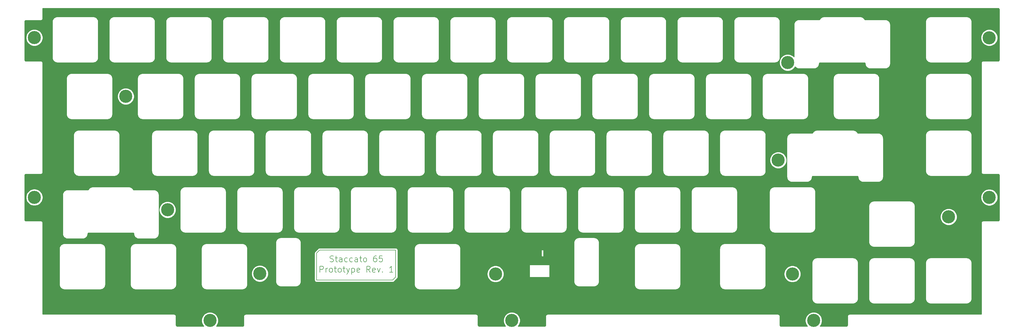
<source format=gbr>
%TF.GenerationSoftware,KiCad,Pcbnew,(5.1.6)-1*%
%TF.CreationDate,2020-09-27T16:08:54-04:00*%
%TF.ProjectId,keybored_plate,6b657962-6f72-4656-945f-706c6174652e,rev?*%
%TF.SameCoordinates,Original*%
%TF.FileFunction,Copper,L1,Top*%
%TF.FilePolarity,Positive*%
%FSLAX46Y46*%
G04 Gerber Fmt 4.6, Leading zero omitted, Abs format (unit mm)*
G04 Created by KiCad (PCBNEW (5.1.6)-1) date 2020-09-27 16:08:54*
%MOMM*%
%LPD*%
G01*
G04 APERTURE LIST*
%TA.AperFunction,NonConductor*%
%ADD10C,0.200000*%
%TD*%
%TA.AperFunction,ComponentPad*%
%ADD11C,4.400000*%
%TD*%
%TA.AperFunction,NonConductor*%
%ADD12C,0.254000*%
%TD*%
G04 APERTURE END LIST*
D10*
X151119523Y-192404761D02*
X151119523Y-190404761D01*
X151881428Y-190404761D01*
X152071904Y-190500000D01*
X152167142Y-190595238D01*
X152262380Y-190785714D01*
X152262380Y-191071428D01*
X152167142Y-191261904D01*
X152071904Y-191357142D01*
X151881428Y-191452380D01*
X151119523Y-191452380D01*
X153119523Y-192404761D02*
X153119523Y-191071428D01*
X153119523Y-191452380D02*
X153214761Y-191261904D01*
X153310000Y-191166666D01*
X153500476Y-191071428D01*
X153690952Y-191071428D01*
X154643333Y-192404761D02*
X154452857Y-192309523D01*
X154357619Y-192214285D01*
X154262380Y-192023809D01*
X154262380Y-191452380D01*
X154357619Y-191261904D01*
X154452857Y-191166666D01*
X154643333Y-191071428D01*
X154929047Y-191071428D01*
X155119523Y-191166666D01*
X155214761Y-191261904D01*
X155310000Y-191452380D01*
X155310000Y-192023809D01*
X155214761Y-192214285D01*
X155119523Y-192309523D01*
X154929047Y-192404761D01*
X154643333Y-192404761D01*
X155881428Y-191071428D02*
X156643333Y-191071428D01*
X156167142Y-190404761D02*
X156167142Y-192119047D01*
X156262380Y-192309523D01*
X156452857Y-192404761D01*
X156643333Y-192404761D01*
X157595714Y-192404761D02*
X157405238Y-192309523D01*
X157310000Y-192214285D01*
X157214761Y-192023809D01*
X157214761Y-191452380D01*
X157310000Y-191261904D01*
X157405238Y-191166666D01*
X157595714Y-191071428D01*
X157881428Y-191071428D01*
X158071904Y-191166666D01*
X158167142Y-191261904D01*
X158262380Y-191452380D01*
X158262380Y-192023809D01*
X158167142Y-192214285D01*
X158071904Y-192309523D01*
X157881428Y-192404761D01*
X157595714Y-192404761D01*
X158833809Y-191071428D02*
X159595714Y-191071428D01*
X159119523Y-190404761D02*
X159119523Y-192119047D01*
X159214761Y-192309523D01*
X159405238Y-192404761D01*
X159595714Y-192404761D01*
X160071904Y-191071428D02*
X160548095Y-192404761D01*
X161024285Y-191071428D02*
X160548095Y-192404761D01*
X160357619Y-192880952D01*
X160262380Y-192976190D01*
X160071904Y-193071428D01*
X161786190Y-191071428D02*
X161786190Y-193071428D01*
X161786190Y-191166666D02*
X161976666Y-191071428D01*
X162357619Y-191071428D01*
X162548095Y-191166666D01*
X162643333Y-191261904D01*
X162738571Y-191452380D01*
X162738571Y-192023809D01*
X162643333Y-192214285D01*
X162548095Y-192309523D01*
X162357619Y-192404761D01*
X161976666Y-192404761D01*
X161786190Y-192309523D01*
X164357619Y-192309523D02*
X164167142Y-192404761D01*
X163786190Y-192404761D01*
X163595714Y-192309523D01*
X163500476Y-192119047D01*
X163500476Y-191357142D01*
X163595714Y-191166666D01*
X163786190Y-191071428D01*
X164167142Y-191071428D01*
X164357619Y-191166666D01*
X164452857Y-191357142D01*
X164452857Y-191547619D01*
X163500476Y-191738095D01*
X167976666Y-192404761D02*
X167310000Y-191452380D01*
X166833809Y-192404761D02*
X166833809Y-190404761D01*
X167595714Y-190404761D01*
X167786190Y-190500000D01*
X167881428Y-190595238D01*
X167976666Y-190785714D01*
X167976666Y-191071428D01*
X167881428Y-191261904D01*
X167786190Y-191357142D01*
X167595714Y-191452380D01*
X166833809Y-191452380D01*
X169595714Y-192309523D02*
X169405238Y-192404761D01*
X169024285Y-192404761D01*
X168833809Y-192309523D01*
X168738571Y-192119047D01*
X168738571Y-191357142D01*
X168833809Y-191166666D01*
X169024285Y-191071428D01*
X169405238Y-191071428D01*
X169595714Y-191166666D01*
X169690952Y-191357142D01*
X169690952Y-191547619D01*
X168738571Y-191738095D01*
X170357619Y-191071428D02*
X170833809Y-192404761D01*
X171310000Y-191071428D01*
X172071904Y-192214285D02*
X172167142Y-192309523D01*
X172071904Y-192404761D01*
X171976666Y-192309523D01*
X172071904Y-192214285D01*
X172071904Y-192404761D01*
X175595714Y-192404761D02*
X174452857Y-192404761D01*
X175024285Y-192404761D02*
X175024285Y-190404761D01*
X174833809Y-190690476D01*
X174643333Y-190880952D01*
X174452857Y-190976190D01*
X154500476Y-188809523D02*
X154786190Y-188904761D01*
X155262380Y-188904761D01*
X155452857Y-188809523D01*
X155548095Y-188714285D01*
X155643333Y-188523809D01*
X155643333Y-188333333D01*
X155548095Y-188142857D01*
X155452857Y-188047619D01*
X155262380Y-187952380D01*
X154881428Y-187857142D01*
X154690952Y-187761904D01*
X154595714Y-187666666D01*
X154500476Y-187476190D01*
X154500476Y-187285714D01*
X154595714Y-187095238D01*
X154690952Y-187000000D01*
X154881428Y-186904761D01*
X155357619Y-186904761D01*
X155643333Y-187000000D01*
X156214761Y-187571428D02*
X156976666Y-187571428D01*
X156500476Y-186904761D02*
X156500476Y-188619047D01*
X156595714Y-188809523D01*
X156786190Y-188904761D01*
X156976666Y-188904761D01*
X158500476Y-188904761D02*
X158500476Y-187857142D01*
X158405238Y-187666666D01*
X158214761Y-187571428D01*
X157833809Y-187571428D01*
X157643333Y-187666666D01*
X158500476Y-188809523D02*
X158310000Y-188904761D01*
X157833809Y-188904761D01*
X157643333Y-188809523D01*
X157548095Y-188619047D01*
X157548095Y-188428571D01*
X157643333Y-188238095D01*
X157833809Y-188142857D01*
X158310000Y-188142857D01*
X158500476Y-188047619D01*
X160310000Y-188809523D02*
X160119523Y-188904761D01*
X159738571Y-188904761D01*
X159548095Y-188809523D01*
X159452857Y-188714285D01*
X159357619Y-188523809D01*
X159357619Y-187952380D01*
X159452857Y-187761904D01*
X159548095Y-187666666D01*
X159738571Y-187571428D01*
X160119523Y-187571428D01*
X160310000Y-187666666D01*
X162024285Y-188809523D02*
X161833809Y-188904761D01*
X161452857Y-188904761D01*
X161262380Y-188809523D01*
X161167142Y-188714285D01*
X161071904Y-188523809D01*
X161071904Y-187952380D01*
X161167142Y-187761904D01*
X161262380Y-187666666D01*
X161452857Y-187571428D01*
X161833809Y-187571428D01*
X162024285Y-187666666D01*
X163738571Y-188904761D02*
X163738571Y-187857142D01*
X163643333Y-187666666D01*
X163452857Y-187571428D01*
X163071904Y-187571428D01*
X162881428Y-187666666D01*
X163738571Y-188809523D02*
X163548095Y-188904761D01*
X163071904Y-188904761D01*
X162881428Y-188809523D01*
X162786190Y-188619047D01*
X162786190Y-188428571D01*
X162881428Y-188238095D01*
X163071904Y-188142857D01*
X163548095Y-188142857D01*
X163738571Y-188047619D01*
X164405238Y-187571428D02*
X165167142Y-187571428D01*
X164690952Y-186904761D02*
X164690952Y-188619047D01*
X164786190Y-188809523D01*
X164976666Y-188904761D01*
X165167142Y-188904761D01*
X166119523Y-188904761D02*
X165929047Y-188809523D01*
X165833809Y-188714285D01*
X165738571Y-188523809D01*
X165738571Y-187952380D01*
X165833809Y-187761904D01*
X165929047Y-187666666D01*
X166119523Y-187571428D01*
X166405238Y-187571428D01*
X166595714Y-187666666D01*
X166690952Y-187761904D01*
X166786190Y-187952380D01*
X166786190Y-188523809D01*
X166690952Y-188714285D01*
X166595714Y-188809523D01*
X166405238Y-188904761D01*
X166119523Y-188904761D01*
X170024285Y-186904761D02*
X169643333Y-186904761D01*
X169452857Y-187000000D01*
X169357619Y-187095238D01*
X169167142Y-187380952D01*
X169071904Y-187761904D01*
X169071904Y-188523809D01*
X169167142Y-188714285D01*
X169262380Y-188809523D01*
X169452857Y-188904761D01*
X169833809Y-188904761D01*
X170024285Y-188809523D01*
X170119523Y-188714285D01*
X170214761Y-188523809D01*
X170214761Y-188047619D01*
X170119523Y-187857142D01*
X170024285Y-187761904D01*
X169833809Y-187666666D01*
X169452857Y-187666666D01*
X169262380Y-187761904D01*
X169167142Y-187857142D01*
X169071904Y-188047619D01*
X172024285Y-186904761D02*
X171071904Y-186904761D01*
X170976666Y-187857142D01*
X171071904Y-187761904D01*
X171262380Y-187666666D01*
X171738571Y-187666666D01*
X171929047Y-187761904D01*
X172024285Y-187857142D01*
X172119523Y-188047619D01*
X172119523Y-188523809D01*
X172024285Y-188714285D01*
X171929047Y-188809523D01*
X171738571Y-188904761D01*
X171262380Y-188904761D01*
X171071904Y-188809523D01*
X170976666Y-188714285D01*
X151000000Y-185000000D02*
X176500000Y-185000000D01*
X150000000Y-195000000D02*
X150000000Y-186000000D01*
X151000000Y-185000000D02*
X150000000Y-186000000D01*
X176500000Y-194000000D02*
X175500000Y-195000000D01*
X176500000Y-185000000D02*
X176500000Y-194000000D01*
X175500000Y-195000000D02*
X150000000Y-195000000D01*
D11*
%TO.P,REF\u002A\u002A,1*%
%TO.N,N/C*%
X316697500Y-208618750D03*
%TD*%
%TO.P,REF\u002A\u002A,1*%
%TO.N,N/C*%
X215457500Y-208618750D03*
%TD*%
%TO.P,REF\u002A\u002A,1*%
%TO.N,N/C*%
X100012500Y-171450000D03*
%TD*%
%TO.P,REF\u002A\u002A,1*%
%TO.N,N/C*%
X86000000Y-133350000D03*
%TD*%
%TO.P,REF\u002A\u002A,1*%
%TO.N,N/C*%
X130968750Y-192881250D03*
%TD*%
%TO.P,REF\u002A\u002A,1*%
%TO.N,N/C*%
X309562500Y-193000000D03*
%TD*%
%TO.P,REF\u002A\u002A,1*%
%TO.N,N/C*%
X375577500Y-167278750D03*
%TD*%
%TO.P,REF\u002A\u002A,1*%
%TO.N,N/C*%
X304800000Y-154781250D03*
%TD*%
%TO.P,REF\u002A\u002A,1*%
%TO.N,N/C*%
X55347500Y-113628750D03*
%TD*%
%TO.P,REF\u002A\u002A,1*%
%TO.N,N/C*%
X361950000Y-173831250D03*
%TD*%
%TO.P,REF\u002A\u002A,1*%
%TO.N,N/C*%
X308000000Y-122000000D03*
%TD*%
%TO.P,REF\u002A\u002A,1*%
%TO.N,N/C*%
X210000000Y-193000000D03*
%TD*%
%TO.P,REF\u002A\u002A,1*%
%TO.N,N/C*%
X375577500Y-113648750D03*
%TD*%
%TO.P,REF\u002A\u002A,1*%
%TO.N,N/C*%
X55347500Y-167258750D03*
%TD*%
%TO.P,REF\u002A\u002A,1*%
%TO.N,N/C*%
X114227500Y-208618750D03*
%TD*%
D12*
G36*
X378627924Y-103788330D02*
G01*
X378690856Y-103807330D01*
X378748905Y-103838195D01*
X378799843Y-103879739D01*
X378841748Y-103930394D01*
X378873015Y-103988221D01*
X378892456Y-104051022D01*
X378902500Y-104146585D01*
X378902501Y-121086461D01*
X378892920Y-121184174D01*
X378873920Y-121247107D01*
X378843054Y-121305156D01*
X378801511Y-121356093D01*
X378750856Y-121397998D01*
X378693029Y-121429265D01*
X378630228Y-121448706D01*
X378534665Y-121458750D01*
X373594919Y-121458750D01*
X373562500Y-121455557D01*
X373516932Y-121460045D01*
X373433117Y-121468300D01*
X373308707Y-121506040D01*
X373194050Y-121567325D01*
X373093552Y-121649802D01*
X373011075Y-121750300D01*
X372949790Y-121864957D01*
X372912050Y-121989367D01*
X372899307Y-122118750D01*
X372902500Y-122151169D01*
X372902501Y-158776321D01*
X372899307Y-158808750D01*
X372912050Y-158938133D01*
X372949790Y-159062543D01*
X373011075Y-159177200D01*
X373093552Y-159277698D01*
X373194050Y-159360175D01*
X373308707Y-159421460D01*
X373433117Y-159459200D01*
X373530081Y-159468750D01*
X373562500Y-159471943D01*
X373594919Y-159468750D01*
X378530221Y-159468750D01*
X378627924Y-159478330D01*
X378690856Y-159497330D01*
X378748905Y-159528195D01*
X378799843Y-159569739D01*
X378841748Y-159620394D01*
X378873015Y-159678221D01*
X378892456Y-159741022D01*
X378902501Y-159836595D01*
X378902500Y-174776471D01*
X378892920Y-174874174D01*
X378873920Y-174937107D01*
X378843054Y-174995156D01*
X378801511Y-175046093D01*
X378750856Y-175087998D01*
X378693029Y-175119265D01*
X378630228Y-175138706D01*
X378534665Y-175148750D01*
X373594919Y-175148750D01*
X373562500Y-175145557D01*
X373494016Y-175152302D01*
X373433117Y-175158300D01*
X373308707Y-175196040D01*
X373194050Y-175257325D01*
X373093552Y-175339802D01*
X373011075Y-175440300D01*
X372949790Y-175554957D01*
X372912050Y-175679367D01*
X372899307Y-175808750D01*
X372902500Y-175841169D01*
X372902501Y-206508750D01*
X328714919Y-206508750D01*
X328682500Y-206505557D01*
X328650081Y-206508750D01*
X328553117Y-206518300D01*
X328428707Y-206556040D01*
X328314050Y-206617325D01*
X328213552Y-206699802D01*
X328131075Y-206800300D01*
X328069790Y-206914957D01*
X328032050Y-207039367D01*
X328019307Y-207168750D01*
X328022501Y-207201179D01*
X328022500Y-210136471D01*
X328012920Y-210234174D01*
X327993920Y-210297107D01*
X327963054Y-210355156D01*
X327921511Y-210406093D01*
X327870856Y-210447998D01*
X327813029Y-210479265D01*
X327750228Y-210498706D01*
X327654665Y-210508750D01*
X318816795Y-210508750D01*
X318899588Y-210425957D01*
X319209844Y-209961626D01*
X319423552Y-209445689D01*
X319532500Y-208897973D01*
X319532500Y-208339527D01*
X319423552Y-207791811D01*
X319209844Y-207275874D01*
X318899588Y-206811543D01*
X318504707Y-206416662D01*
X318040376Y-206106406D01*
X317524439Y-205892698D01*
X316976723Y-205783750D01*
X316418277Y-205783750D01*
X315870561Y-205892698D01*
X315354624Y-206106406D01*
X314890293Y-206416662D01*
X314495412Y-206811543D01*
X314185156Y-207275874D01*
X313971448Y-207791811D01*
X313862500Y-208339527D01*
X313862500Y-208897973D01*
X313971448Y-209445689D01*
X314185156Y-209961626D01*
X314495412Y-210425957D01*
X314578205Y-210508750D01*
X305714779Y-210508750D01*
X305617076Y-210499170D01*
X305554143Y-210480170D01*
X305496094Y-210449304D01*
X305445157Y-210407761D01*
X305403252Y-210357106D01*
X305371985Y-210299279D01*
X305352544Y-210236478D01*
X305342500Y-210140915D01*
X305342500Y-207201169D01*
X305345693Y-207168750D01*
X305332950Y-207039367D01*
X305295210Y-206914957D01*
X305233925Y-206800300D01*
X305151448Y-206699802D01*
X305050950Y-206617325D01*
X304936293Y-206556040D01*
X304811883Y-206518300D01*
X304714919Y-206508750D01*
X304682500Y-206505557D01*
X304650081Y-206508750D01*
X227494919Y-206508750D01*
X227462500Y-206505557D01*
X227430081Y-206508750D01*
X227333117Y-206518300D01*
X227208707Y-206556040D01*
X227094050Y-206617325D01*
X226993552Y-206699802D01*
X226911075Y-206800300D01*
X226849790Y-206914957D01*
X226812050Y-207039367D01*
X226799307Y-207168750D01*
X226802501Y-207201179D01*
X226802500Y-210136471D01*
X226792920Y-210234174D01*
X226773920Y-210297107D01*
X226743054Y-210355156D01*
X226701511Y-210406093D01*
X226650856Y-210447998D01*
X226593029Y-210479265D01*
X226530228Y-210498706D01*
X226434665Y-210508750D01*
X217576795Y-210508750D01*
X217659588Y-210425957D01*
X217969844Y-209961626D01*
X218183552Y-209445689D01*
X218292500Y-208897973D01*
X218292500Y-208339527D01*
X218183552Y-207791811D01*
X217969844Y-207275874D01*
X217659588Y-206811543D01*
X217264707Y-206416662D01*
X216800376Y-206106406D01*
X216284439Y-205892698D01*
X215736723Y-205783750D01*
X215178277Y-205783750D01*
X214630561Y-205892698D01*
X214114624Y-206106406D01*
X213650293Y-206416662D01*
X213255412Y-206811543D01*
X212945156Y-207275874D01*
X212731448Y-207791811D01*
X212622500Y-208339527D01*
X212622500Y-208897973D01*
X212731448Y-209445689D01*
X212945156Y-209961626D01*
X213255412Y-210425957D01*
X213338205Y-210508750D01*
X204494779Y-210508750D01*
X204397076Y-210499170D01*
X204334143Y-210480170D01*
X204276094Y-210449304D01*
X204225157Y-210407761D01*
X204183252Y-210357106D01*
X204151985Y-210299279D01*
X204132544Y-210236478D01*
X204122500Y-210140915D01*
X204122500Y-207201169D01*
X204125693Y-207168750D01*
X204112950Y-207039367D01*
X204075210Y-206914957D01*
X204013925Y-206800300D01*
X203931448Y-206699802D01*
X203830950Y-206617325D01*
X203716293Y-206556040D01*
X203591883Y-206518300D01*
X203494919Y-206508750D01*
X203462500Y-206505557D01*
X203430081Y-206508750D01*
X126234919Y-206508750D01*
X126202500Y-206505557D01*
X126170081Y-206508750D01*
X126073117Y-206518300D01*
X125948707Y-206556040D01*
X125834050Y-206617325D01*
X125733552Y-206699802D01*
X125651075Y-206800300D01*
X125589790Y-206914957D01*
X125552050Y-207039367D01*
X125539307Y-207168750D01*
X125542501Y-207201179D01*
X125542500Y-210136471D01*
X125532920Y-210234174D01*
X125513920Y-210297107D01*
X125483054Y-210355156D01*
X125441511Y-210406093D01*
X125390856Y-210447998D01*
X125333029Y-210479265D01*
X125270228Y-210498706D01*
X125174665Y-210508750D01*
X116346795Y-210508750D01*
X116429588Y-210425957D01*
X116739844Y-209961626D01*
X116953552Y-209445689D01*
X117062500Y-208897973D01*
X117062500Y-208339527D01*
X116953552Y-207791811D01*
X116739844Y-207275874D01*
X116429588Y-206811543D01*
X116034707Y-206416662D01*
X115570376Y-206106406D01*
X115054439Y-205892698D01*
X114506723Y-205783750D01*
X113948277Y-205783750D01*
X113400561Y-205892698D01*
X112884624Y-206106406D01*
X112420293Y-206416662D01*
X112025412Y-206811543D01*
X111715156Y-207275874D01*
X111501448Y-207791811D01*
X111392500Y-208339527D01*
X111392500Y-208897973D01*
X111501448Y-209445689D01*
X111715156Y-209961626D01*
X112025412Y-210425957D01*
X112108205Y-210508750D01*
X103234779Y-210508750D01*
X103137076Y-210499170D01*
X103074143Y-210480170D01*
X103016094Y-210449304D01*
X102965157Y-210407761D01*
X102923252Y-210357106D01*
X102891985Y-210299279D01*
X102872544Y-210236478D01*
X102862500Y-210140915D01*
X102862500Y-207201169D01*
X102865693Y-207168750D01*
X102852950Y-207039367D01*
X102815210Y-206914957D01*
X102753925Y-206800300D01*
X102671448Y-206699802D01*
X102570950Y-206617325D01*
X102456293Y-206556040D01*
X102331883Y-206518300D01*
X102234919Y-206508750D01*
X102202500Y-206505557D01*
X102170081Y-206508750D01*
X58122500Y-206508750D01*
X58122500Y-184463897D01*
X63704999Y-184463897D01*
X63705000Y-196536107D01*
X63708092Y-196567497D01*
X63708049Y-196573600D01*
X63709050Y-196583814D01*
X63729451Y-196777910D01*
X63742843Y-196843151D01*
X63755328Y-196908600D01*
X63758294Y-196918425D01*
X63816006Y-197104863D01*
X63841830Y-197166295D01*
X63866776Y-197228039D01*
X63871594Y-197237101D01*
X63964419Y-197408777D01*
X64001656Y-197463984D01*
X64038149Y-197519750D01*
X64044635Y-197527703D01*
X64169038Y-197678080D01*
X64216345Y-197725058D01*
X64262916Y-197772615D01*
X64270823Y-197779157D01*
X64422065Y-197902507D01*
X64477558Y-197939376D01*
X64532519Y-197977009D01*
X64541546Y-197981890D01*
X64713868Y-198073515D01*
X64775507Y-198098921D01*
X64836688Y-198125143D01*
X64846491Y-198128178D01*
X65033327Y-198184587D01*
X65098719Y-198197535D01*
X65163835Y-198211376D01*
X65174041Y-198212449D01*
X65368274Y-198231494D01*
X65368286Y-198231494D01*
X65403894Y-198235001D01*
X77476105Y-198235001D01*
X77507504Y-198231908D01*
X77513598Y-198231951D01*
X77523812Y-198230950D01*
X77717908Y-198210549D01*
X77783173Y-198197152D01*
X77848599Y-198184671D01*
X77858422Y-198181706D01*
X77858428Y-198181704D01*
X78044861Y-198123994D01*
X78106318Y-198098160D01*
X78168036Y-198073224D01*
X78177094Y-198068408D01*
X78177099Y-198068406D01*
X78177103Y-198068403D01*
X78348774Y-197975581D01*
X78403985Y-197938341D01*
X78459745Y-197901853D01*
X78467698Y-197895367D01*
X78618076Y-197770964D01*
X78665039Y-197723672D01*
X78712614Y-197677083D01*
X78719156Y-197669176D01*
X78842506Y-197517933D01*
X78879406Y-197462394D01*
X78917005Y-197407482D01*
X78921883Y-197398460D01*
X78921888Y-197398453D01*
X78921891Y-197398445D01*
X79013511Y-197226134D01*
X79038914Y-197164502D01*
X79065140Y-197103313D01*
X79068175Y-197093510D01*
X79124584Y-196906674D01*
X79137532Y-196841282D01*
X79151373Y-196776166D01*
X79152446Y-196765960D01*
X79171491Y-196571727D01*
X79171491Y-196571725D01*
X79174999Y-196536107D01*
X79174999Y-184463897D01*
X87517499Y-184463897D01*
X87517500Y-196536107D01*
X87520592Y-196567497D01*
X87520549Y-196573600D01*
X87521550Y-196583814D01*
X87541951Y-196777910D01*
X87555343Y-196843151D01*
X87567828Y-196908600D01*
X87570794Y-196918425D01*
X87628506Y-197104863D01*
X87654330Y-197166295D01*
X87679276Y-197228039D01*
X87684094Y-197237101D01*
X87776919Y-197408777D01*
X87814156Y-197463984D01*
X87850649Y-197519750D01*
X87857135Y-197527703D01*
X87981538Y-197678080D01*
X88028845Y-197725058D01*
X88075416Y-197772615D01*
X88083323Y-197779157D01*
X88234565Y-197902507D01*
X88290058Y-197939376D01*
X88345019Y-197977009D01*
X88354046Y-197981890D01*
X88526368Y-198073515D01*
X88588007Y-198098921D01*
X88649188Y-198125143D01*
X88658991Y-198128178D01*
X88845827Y-198184587D01*
X88911219Y-198197535D01*
X88976335Y-198211376D01*
X88986541Y-198212449D01*
X89180774Y-198231494D01*
X89180786Y-198231494D01*
X89216394Y-198235001D01*
X101288605Y-198235001D01*
X101320004Y-198231908D01*
X101326098Y-198231951D01*
X101336312Y-198230950D01*
X101530408Y-198210549D01*
X101595673Y-198197152D01*
X101661099Y-198184671D01*
X101670922Y-198181706D01*
X101670928Y-198181704D01*
X101857361Y-198123994D01*
X101918818Y-198098160D01*
X101980536Y-198073224D01*
X101989594Y-198068408D01*
X101989599Y-198068406D01*
X101989603Y-198068403D01*
X102161274Y-197975581D01*
X102216485Y-197938341D01*
X102272245Y-197901853D01*
X102280198Y-197895367D01*
X102430576Y-197770964D01*
X102477539Y-197723672D01*
X102525114Y-197677083D01*
X102531656Y-197669176D01*
X102655006Y-197517933D01*
X102691906Y-197462394D01*
X102729505Y-197407482D01*
X102734383Y-197398460D01*
X102734388Y-197398453D01*
X102734391Y-197398445D01*
X102826011Y-197226134D01*
X102851414Y-197164502D01*
X102877640Y-197103313D01*
X102880675Y-197093510D01*
X102937084Y-196906674D01*
X102950032Y-196841282D01*
X102963873Y-196776166D01*
X102964946Y-196765960D01*
X102983991Y-196571727D01*
X102983991Y-196571725D01*
X102987499Y-196536107D01*
X102987499Y-184463897D01*
X111329999Y-184463897D01*
X111330000Y-196536107D01*
X111333092Y-196567497D01*
X111333049Y-196573600D01*
X111334050Y-196583814D01*
X111354451Y-196777910D01*
X111367843Y-196843151D01*
X111380328Y-196908600D01*
X111383294Y-196918425D01*
X111441006Y-197104863D01*
X111466830Y-197166295D01*
X111491776Y-197228039D01*
X111496594Y-197237101D01*
X111589419Y-197408777D01*
X111626656Y-197463984D01*
X111663149Y-197519750D01*
X111669635Y-197527703D01*
X111794038Y-197678080D01*
X111841345Y-197725058D01*
X111887916Y-197772615D01*
X111895823Y-197779157D01*
X112047065Y-197902507D01*
X112102558Y-197939376D01*
X112157519Y-197977009D01*
X112166546Y-197981890D01*
X112338868Y-198073515D01*
X112400507Y-198098921D01*
X112461688Y-198125143D01*
X112471491Y-198128178D01*
X112658327Y-198184587D01*
X112723719Y-198197535D01*
X112788835Y-198211376D01*
X112799041Y-198212449D01*
X112993274Y-198231494D01*
X112993286Y-198231494D01*
X113028894Y-198235001D01*
X125101105Y-198235001D01*
X125132504Y-198231908D01*
X125138598Y-198231951D01*
X125148812Y-198230950D01*
X125342908Y-198210549D01*
X125408173Y-198197152D01*
X125473599Y-198184671D01*
X125483422Y-198181706D01*
X125483428Y-198181704D01*
X125669861Y-198123994D01*
X125731318Y-198098160D01*
X125793036Y-198073224D01*
X125802094Y-198068408D01*
X125802099Y-198068406D01*
X125802103Y-198068403D01*
X125973774Y-197975581D01*
X126028985Y-197938341D01*
X126084745Y-197901853D01*
X126092698Y-197895367D01*
X126243076Y-197770964D01*
X126290039Y-197723672D01*
X126337614Y-197677083D01*
X126344156Y-197669176D01*
X126467506Y-197517933D01*
X126504406Y-197462394D01*
X126542005Y-197407482D01*
X126546883Y-197398460D01*
X126546888Y-197398453D01*
X126546891Y-197398445D01*
X126638511Y-197226134D01*
X126663914Y-197164502D01*
X126690140Y-197103313D01*
X126693175Y-197093510D01*
X126749584Y-196906674D01*
X126762532Y-196841282D01*
X126776373Y-196776166D01*
X126777446Y-196765960D01*
X126796491Y-196571727D01*
X126796491Y-196571725D01*
X126799999Y-196536107D01*
X126799999Y-192602027D01*
X128133750Y-192602027D01*
X128133750Y-193160473D01*
X128242698Y-193708189D01*
X128456406Y-194224126D01*
X128766662Y-194688457D01*
X129161543Y-195083338D01*
X129625874Y-195393594D01*
X130141811Y-195607302D01*
X130689527Y-195716250D01*
X131247973Y-195716250D01*
X131795689Y-195607302D01*
X131967573Y-195536105D01*
X136267500Y-195536105D01*
X136270593Y-195567504D01*
X136270550Y-195573599D01*
X136271551Y-195583813D01*
X136291952Y-195777909D01*
X136305344Y-195843150D01*
X136317829Y-195908599D01*
X136320795Y-195918424D01*
X136378507Y-196104862D01*
X136404331Y-196166294D01*
X136429277Y-196228038D01*
X136434095Y-196237100D01*
X136526920Y-196408776D01*
X136564157Y-196463983D01*
X136600650Y-196519749D01*
X136607136Y-196527702D01*
X136731539Y-196678079D01*
X136778846Y-196725057D01*
X136825417Y-196772614D01*
X136833324Y-196779156D01*
X136984566Y-196902506D01*
X137040059Y-196939375D01*
X137095020Y-196977008D01*
X137104047Y-196981889D01*
X137276369Y-197073514D01*
X137338008Y-197098920D01*
X137399189Y-197125142D01*
X137408992Y-197128177D01*
X137595828Y-197184586D01*
X137661220Y-197197534D01*
X137726336Y-197211375D01*
X137736542Y-197212448D01*
X137930775Y-197231493D01*
X137930777Y-197231493D01*
X137966395Y-197235001D01*
X143038605Y-197235001D01*
X143070004Y-197231908D01*
X143076098Y-197231951D01*
X143086312Y-197230950D01*
X143280408Y-197210549D01*
X143345649Y-197197157D01*
X143411098Y-197184672D01*
X143420923Y-197181706D01*
X143607361Y-197123994D01*
X143668793Y-197098170D01*
X143730537Y-197073224D01*
X143739599Y-197068406D01*
X143911275Y-196975581D01*
X143966482Y-196938344D01*
X144022248Y-196901851D01*
X144030201Y-196895365D01*
X144180578Y-196770962D01*
X144227556Y-196723655D01*
X144275113Y-196677084D01*
X144281655Y-196669177D01*
X144405005Y-196517935D01*
X144441874Y-196462442D01*
X144479507Y-196407481D01*
X144484388Y-196398454D01*
X144576013Y-196226132D01*
X144601419Y-196164493D01*
X144627641Y-196103312D01*
X144630676Y-196093509D01*
X144687085Y-195906673D01*
X144700033Y-195841281D01*
X144713874Y-195776165D01*
X144714947Y-195765959D01*
X144733992Y-195571726D01*
X144733992Y-195571724D01*
X144737500Y-195536106D01*
X144737500Y-186000000D01*
X149261444Y-186000000D01*
X149265001Y-186036115D01*
X149265000Y-194963895D01*
X149261444Y-195000000D01*
X149275635Y-195144085D01*
X149317663Y-195282633D01*
X149385913Y-195410320D01*
X149477762Y-195522238D01*
X149589679Y-195614086D01*
X149589680Y-195614087D01*
X149717367Y-195682337D01*
X149855915Y-195724365D01*
X150000000Y-195738556D01*
X150036105Y-195735000D01*
X175463895Y-195735000D01*
X175500000Y-195738556D01*
X175536105Y-195735000D01*
X175644085Y-195724365D01*
X175782633Y-195682337D01*
X175910320Y-195614087D01*
X176022238Y-195522238D01*
X176045258Y-195494188D01*
X176994193Y-194545254D01*
X177022238Y-194522238D01*
X177114087Y-194410320D01*
X177163613Y-194317663D01*
X177182337Y-194282634D01*
X177224365Y-194144085D01*
X177238556Y-194000000D01*
X177235000Y-193963895D01*
X177235000Y-185036105D01*
X177238556Y-185000000D01*
X177224365Y-184855915D01*
X177182337Y-184717367D01*
X177114087Y-184589680D01*
X177022238Y-184477762D01*
X177005344Y-184463897D01*
X182767499Y-184463897D01*
X182767500Y-196536107D01*
X182770592Y-196567497D01*
X182770549Y-196573600D01*
X182771550Y-196583814D01*
X182791951Y-196777910D01*
X182805343Y-196843151D01*
X182817828Y-196908600D01*
X182820794Y-196918425D01*
X182878506Y-197104863D01*
X182904330Y-197166295D01*
X182929276Y-197228039D01*
X182934094Y-197237101D01*
X183026919Y-197408777D01*
X183064156Y-197463984D01*
X183100649Y-197519750D01*
X183107135Y-197527703D01*
X183231538Y-197678080D01*
X183278845Y-197725058D01*
X183325416Y-197772615D01*
X183333323Y-197779157D01*
X183484565Y-197902507D01*
X183540058Y-197939376D01*
X183595019Y-197977009D01*
X183604046Y-197981890D01*
X183776368Y-198073515D01*
X183838007Y-198098921D01*
X183899188Y-198125143D01*
X183908991Y-198128178D01*
X184095827Y-198184587D01*
X184161219Y-198197535D01*
X184226335Y-198211376D01*
X184236541Y-198212449D01*
X184430774Y-198231494D01*
X184430786Y-198231494D01*
X184466394Y-198235001D01*
X196538605Y-198235001D01*
X196570004Y-198231908D01*
X196576098Y-198231951D01*
X196586312Y-198230950D01*
X196780408Y-198210549D01*
X196845673Y-198197152D01*
X196911099Y-198184671D01*
X196920922Y-198181706D01*
X196920928Y-198181704D01*
X197107361Y-198123994D01*
X197168818Y-198098160D01*
X197230536Y-198073224D01*
X197239594Y-198068408D01*
X197239599Y-198068406D01*
X197239603Y-198068403D01*
X197411274Y-197975581D01*
X197466485Y-197938341D01*
X197522245Y-197901853D01*
X197530198Y-197895367D01*
X197680576Y-197770964D01*
X197727539Y-197723672D01*
X197775114Y-197677083D01*
X197781656Y-197669176D01*
X197905006Y-197517933D01*
X197941906Y-197462394D01*
X197979505Y-197407482D01*
X197984383Y-197398460D01*
X197984388Y-197398453D01*
X197984391Y-197398445D01*
X198076011Y-197226134D01*
X198101414Y-197164502D01*
X198127640Y-197103313D01*
X198130675Y-197093510D01*
X198187084Y-196906674D01*
X198200032Y-196841282D01*
X198213873Y-196776166D01*
X198214946Y-196765960D01*
X198233991Y-196571727D01*
X198233991Y-196571725D01*
X198237499Y-196536107D01*
X198237499Y-192720777D01*
X207165000Y-192720777D01*
X207165000Y-193279223D01*
X207273948Y-193826939D01*
X207487656Y-194342876D01*
X207797912Y-194807207D01*
X208192793Y-195202088D01*
X208657124Y-195512344D01*
X209173061Y-195726052D01*
X209720777Y-195835000D01*
X210279223Y-195835000D01*
X210826939Y-195726052D01*
X211285511Y-195536105D01*
X236267500Y-195536105D01*
X236270593Y-195567504D01*
X236270550Y-195573599D01*
X236271551Y-195583813D01*
X236291952Y-195777909D01*
X236305344Y-195843150D01*
X236317829Y-195908599D01*
X236320795Y-195918424D01*
X236378507Y-196104862D01*
X236404331Y-196166294D01*
X236429277Y-196228038D01*
X236434095Y-196237100D01*
X236526920Y-196408776D01*
X236564157Y-196463983D01*
X236600650Y-196519749D01*
X236607136Y-196527702D01*
X236731539Y-196678079D01*
X236778846Y-196725057D01*
X236825417Y-196772614D01*
X236833324Y-196779156D01*
X236984566Y-196902506D01*
X237040059Y-196939375D01*
X237095020Y-196977008D01*
X237104047Y-196981889D01*
X237276369Y-197073514D01*
X237338008Y-197098920D01*
X237399189Y-197125142D01*
X237408992Y-197128177D01*
X237595828Y-197184586D01*
X237661220Y-197197534D01*
X237726336Y-197211375D01*
X237736542Y-197212448D01*
X237930775Y-197231493D01*
X237930777Y-197231493D01*
X237966395Y-197235001D01*
X243038605Y-197235001D01*
X243070004Y-197231908D01*
X243076098Y-197231951D01*
X243086312Y-197230950D01*
X243280408Y-197210549D01*
X243345649Y-197197157D01*
X243411098Y-197184672D01*
X243420923Y-197181706D01*
X243607361Y-197123994D01*
X243668793Y-197098170D01*
X243730537Y-197073224D01*
X243739599Y-197068406D01*
X243911275Y-196975581D01*
X243966482Y-196938344D01*
X244022248Y-196901851D01*
X244030201Y-196895365D01*
X244180578Y-196770962D01*
X244227556Y-196723655D01*
X244275113Y-196677084D01*
X244281655Y-196669177D01*
X244405005Y-196517935D01*
X244441874Y-196462442D01*
X244479507Y-196407481D01*
X244484388Y-196398454D01*
X244576013Y-196226132D01*
X244601419Y-196164493D01*
X244627641Y-196103312D01*
X244630676Y-196093509D01*
X244687085Y-195906673D01*
X244700033Y-195841281D01*
X244713874Y-195776165D01*
X244714947Y-195765959D01*
X244733992Y-195571726D01*
X244733992Y-195571724D01*
X244737500Y-195536106D01*
X244737500Y-184463897D01*
X256586249Y-184463897D01*
X256586250Y-196536107D01*
X256589342Y-196567497D01*
X256589299Y-196573600D01*
X256590300Y-196583814D01*
X256610701Y-196777910D01*
X256624093Y-196843151D01*
X256636578Y-196908600D01*
X256639544Y-196918425D01*
X256697256Y-197104863D01*
X256723080Y-197166295D01*
X256748026Y-197228039D01*
X256752844Y-197237101D01*
X256845669Y-197408777D01*
X256882906Y-197463984D01*
X256919399Y-197519750D01*
X256925885Y-197527703D01*
X257050288Y-197678080D01*
X257097595Y-197725058D01*
X257144166Y-197772615D01*
X257152073Y-197779157D01*
X257303315Y-197902507D01*
X257358808Y-197939376D01*
X257413769Y-197977009D01*
X257422796Y-197981890D01*
X257595118Y-198073515D01*
X257656757Y-198098921D01*
X257717938Y-198125143D01*
X257727741Y-198128178D01*
X257914577Y-198184587D01*
X257979969Y-198197535D01*
X258045085Y-198211376D01*
X258055291Y-198212449D01*
X258249524Y-198231494D01*
X258249536Y-198231494D01*
X258285144Y-198235001D01*
X270357355Y-198235001D01*
X270388754Y-198231908D01*
X270394848Y-198231951D01*
X270405062Y-198230950D01*
X270599158Y-198210549D01*
X270664423Y-198197152D01*
X270729849Y-198184671D01*
X270739672Y-198181706D01*
X270739678Y-198181704D01*
X270926111Y-198123994D01*
X270987568Y-198098160D01*
X271049286Y-198073224D01*
X271058344Y-198068408D01*
X271058349Y-198068406D01*
X271058353Y-198068403D01*
X271230024Y-197975581D01*
X271285235Y-197938341D01*
X271340995Y-197901853D01*
X271348948Y-197895367D01*
X271499326Y-197770964D01*
X271546289Y-197723672D01*
X271593864Y-197677083D01*
X271600406Y-197669176D01*
X271723756Y-197517933D01*
X271760656Y-197462394D01*
X271798255Y-197407482D01*
X271803133Y-197398460D01*
X271803138Y-197398453D01*
X271803141Y-197398445D01*
X271894761Y-197226134D01*
X271920164Y-197164502D01*
X271946390Y-197103313D01*
X271949425Y-197093510D01*
X272005834Y-196906674D01*
X272018782Y-196841282D01*
X272032623Y-196776166D01*
X272033696Y-196765960D01*
X272052741Y-196571727D01*
X272052741Y-196571725D01*
X272056249Y-196536107D01*
X272056249Y-184463897D01*
X285161249Y-184463897D01*
X285161250Y-196536107D01*
X285164342Y-196567497D01*
X285164299Y-196573600D01*
X285165300Y-196583814D01*
X285185701Y-196777910D01*
X285199093Y-196843151D01*
X285211578Y-196908600D01*
X285214544Y-196918425D01*
X285272256Y-197104863D01*
X285298080Y-197166295D01*
X285323026Y-197228039D01*
X285327844Y-197237101D01*
X285420669Y-197408777D01*
X285457906Y-197463984D01*
X285494399Y-197519750D01*
X285500885Y-197527703D01*
X285625288Y-197678080D01*
X285672595Y-197725058D01*
X285719166Y-197772615D01*
X285727073Y-197779157D01*
X285878315Y-197902507D01*
X285933808Y-197939376D01*
X285988769Y-197977009D01*
X285997796Y-197981890D01*
X286170118Y-198073515D01*
X286231757Y-198098921D01*
X286292938Y-198125143D01*
X286302741Y-198128178D01*
X286489577Y-198184587D01*
X286554969Y-198197535D01*
X286620085Y-198211376D01*
X286630291Y-198212449D01*
X286824524Y-198231494D01*
X286824536Y-198231494D01*
X286860144Y-198235001D01*
X298932355Y-198235001D01*
X298963754Y-198231908D01*
X298969848Y-198231951D01*
X298980062Y-198230950D01*
X299174158Y-198210549D01*
X299239423Y-198197152D01*
X299304849Y-198184671D01*
X299314672Y-198181706D01*
X299314678Y-198181704D01*
X299501111Y-198123994D01*
X299562568Y-198098160D01*
X299624286Y-198073224D01*
X299633344Y-198068408D01*
X299633349Y-198068406D01*
X299633353Y-198068403D01*
X299805024Y-197975581D01*
X299860235Y-197938341D01*
X299915995Y-197901853D01*
X299923948Y-197895367D01*
X300074326Y-197770964D01*
X300121289Y-197723672D01*
X300168864Y-197677083D01*
X300175406Y-197669176D01*
X300298756Y-197517933D01*
X300335656Y-197462394D01*
X300373255Y-197407482D01*
X300378133Y-197398460D01*
X300378138Y-197398453D01*
X300378141Y-197398445D01*
X300469761Y-197226134D01*
X300495164Y-197164502D01*
X300521390Y-197103313D01*
X300524425Y-197093510D01*
X300580834Y-196906674D01*
X300593782Y-196841282D01*
X300607623Y-196776166D01*
X300608696Y-196765960D01*
X300627741Y-196571727D01*
X300627741Y-196571725D01*
X300631249Y-196536107D01*
X300631249Y-192720777D01*
X306727500Y-192720777D01*
X306727500Y-193279223D01*
X306836448Y-193826939D01*
X307050156Y-194342876D01*
X307360412Y-194807207D01*
X307755293Y-195202088D01*
X308219624Y-195512344D01*
X308735561Y-195726052D01*
X309283277Y-195835000D01*
X309841723Y-195835000D01*
X310389439Y-195726052D01*
X310905376Y-195512344D01*
X311369707Y-195202088D01*
X311764588Y-194807207D01*
X312074844Y-194342876D01*
X312288552Y-193826939D01*
X312397500Y-193279223D01*
X312397500Y-192720777D01*
X312288552Y-192173061D01*
X312074844Y-191657124D01*
X311764588Y-191192793D01*
X311369707Y-190797912D01*
X310905376Y-190487656D01*
X310389439Y-190273948D01*
X309841723Y-190165000D01*
X309283277Y-190165000D01*
X308735561Y-190273948D01*
X308219624Y-190487656D01*
X307755293Y-190797912D01*
X307360412Y-191192793D01*
X307050156Y-191657124D01*
X306836448Y-192173061D01*
X306727500Y-192720777D01*
X300631249Y-192720777D01*
X300631249Y-189226397D01*
X316117499Y-189226397D01*
X316117500Y-201298607D01*
X316120592Y-201329997D01*
X316120549Y-201336100D01*
X316121550Y-201346314D01*
X316141951Y-201540410D01*
X316155343Y-201605651D01*
X316167828Y-201671100D01*
X316170794Y-201680925D01*
X316228506Y-201867363D01*
X316254330Y-201928795D01*
X316279276Y-201990539D01*
X316284094Y-201999601D01*
X316376919Y-202171277D01*
X316414156Y-202226484D01*
X316450649Y-202282250D01*
X316457135Y-202290203D01*
X316581538Y-202440580D01*
X316628845Y-202487558D01*
X316675416Y-202535115D01*
X316683323Y-202541657D01*
X316834565Y-202665007D01*
X316890058Y-202701876D01*
X316945019Y-202739509D01*
X316954046Y-202744390D01*
X317126368Y-202836015D01*
X317188007Y-202861421D01*
X317249188Y-202887643D01*
X317258991Y-202890678D01*
X317445827Y-202947087D01*
X317511219Y-202960035D01*
X317576335Y-202973876D01*
X317586541Y-202974949D01*
X317780774Y-202993994D01*
X317780786Y-202993994D01*
X317816394Y-202997501D01*
X329888605Y-202997501D01*
X329920004Y-202994408D01*
X329926098Y-202994451D01*
X329936312Y-202993450D01*
X330130408Y-202973049D01*
X330195673Y-202959652D01*
X330261099Y-202947171D01*
X330270922Y-202944206D01*
X330270928Y-202944204D01*
X330457361Y-202886494D01*
X330518818Y-202860660D01*
X330580536Y-202835724D01*
X330589594Y-202830908D01*
X330589599Y-202830906D01*
X330589603Y-202830903D01*
X330761274Y-202738081D01*
X330816485Y-202700841D01*
X330872245Y-202664353D01*
X330880198Y-202657867D01*
X331030576Y-202533464D01*
X331077539Y-202486172D01*
X331125114Y-202439583D01*
X331131656Y-202431676D01*
X331255006Y-202280433D01*
X331291906Y-202224894D01*
X331329505Y-202169982D01*
X331334383Y-202160960D01*
X331334388Y-202160953D01*
X331334391Y-202160945D01*
X331426011Y-201988634D01*
X331451414Y-201927002D01*
X331477640Y-201865813D01*
X331480675Y-201856010D01*
X331537084Y-201669174D01*
X331550032Y-201603782D01*
X331563873Y-201538666D01*
X331564946Y-201528460D01*
X331583991Y-201334227D01*
X331583991Y-201334225D01*
X331587499Y-201298607D01*
X331587499Y-189226397D01*
X335167499Y-189226397D01*
X335167500Y-201298607D01*
X335170592Y-201329997D01*
X335170549Y-201336100D01*
X335171550Y-201346314D01*
X335191951Y-201540410D01*
X335205343Y-201605651D01*
X335217828Y-201671100D01*
X335220794Y-201680925D01*
X335278506Y-201867363D01*
X335304330Y-201928795D01*
X335329276Y-201990539D01*
X335334094Y-201999601D01*
X335426919Y-202171277D01*
X335464156Y-202226484D01*
X335500649Y-202282250D01*
X335507135Y-202290203D01*
X335631538Y-202440580D01*
X335678845Y-202487558D01*
X335725416Y-202535115D01*
X335733323Y-202541657D01*
X335884565Y-202665007D01*
X335940058Y-202701876D01*
X335995019Y-202739509D01*
X336004046Y-202744390D01*
X336176368Y-202836015D01*
X336238007Y-202861421D01*
X336299188Y-202887643D01*
X336308991Y-202890678D01*
X336495827Y-202947087D01*
X336561219Y-202960035D01*
X336626335Y-202973876D01*
X336636541Y-202974949D01*
X336830774Y-202993994D01*
X336830786Y-202993994D01*
X336866394Y-202997501D01*
X348938605Y-202997501D01*
X348970004Y-202994408D01*
X348976098Y-202994451D01*
X348986312Y-202993450D01*
X349180408Y-202973049D01*
X349245673Y-202959652D01*
X349311099Y-202947171D01*
X349320922Y-202944206D01*
X349320928Y-202944204D01*
X349507361Y-202886494D01*
X349568818Y-202860660D01*
X349630536Y-202835724D01*
X349639594Y-202830908D01*
X349639599Y-202830906D01*
X349639603Y-202830903D01*
X349811274Y-202738081D01*
X349866485Y-202700841D01*
X349922245Y-202664353D01*
X349930198Y-202657867D01*
X350080576Y-202533464D01*
X350127539Y-202486172D01*
X350175114Y-202439583D01*
X350181656Y-202431676D01*
X350305006Y-202280433D01*
X350341906Y-202224894D01*
X350379505Y-202169982D01*
X350384383Y-202160960D01*
X350384388Y-202160953D01*
X350384391Y-202160945D01*
X350476011Y-201988634D01*
X350501414Y-201927002D01*
X350527640Y-201865813D01*
X350530675Y-201856010D01*
X350587084Y-201669174D01*
X350600032Y-201603782D01*
X350613873Y-201538666D01*
X350614946Y-201528460D01*
X350633991Y-201334227D01*
X350633991Y-201334225D01*
X350637499Y-201298607D01*
X350637499Y-189226397D01*
X354217499Y-189226397D01*
X354217500Y-201298607D01*
X354220592Y-201329997D01*
X354220549Y-201336100D01*
X354221550Y-201346314D01*
X354241951Y-201540410D01*
X354255343Y-201605651D01*
X354267828Y-201671100D01*
X354270794Y-201680925D01*
X354328506Y-201867363D01*
X354354330Y-201928795D01*
X354379276Y-201990539D01*
X354384094Y-201999601D01*
X354476919Y-202171277D01*
X354514156Y-202226484D01*
X354550649Y-202282250D01*
X354557135Y-202290203D01*
X354681538Y-202440580D01*
X354728845Y-202487558D01*
X354775416Y-202535115D01*
X354783323Y-202541657D01*
X354934565Y-202665007D01*
X354990058Y-202701876D01*
X355045019Y-202739509D01*
X355054046Y-202744390D01*
X355226368Y-202836015D01*
X355288007Y-202861421D01*
X355349188Y-202887643D01*
X355358991Y-202890678D01*
X355545827Y-202947087D01*
X355611219Y-202960035D01*
X355676335Y-202973876D01*
X355686541Y-202974949D01*
X355880774Y-202993994D01*
X355880786Y-202993994D01*
X355916394Y-202997501D01*
X367988605Y-202997501D01*
X368020004Y-202994408D01*
X368026098Y-202994451D01*
X368036312Y-202993450D01*
X368230408Y-202973049D01*
X368295673Y-202959652D01*
X368361099Y-202947171D01*
X368370922Y-202944206D01*
X368370928Y-202944204D01*
X368557361Y-202886494D01*
X368618818Y-202860660D01*
X368680536Y-202835724D01*
X368689594Y-202830908D01*
X368689599Y-202830906D01*
X368689603Y-202830903D01*
X368861274Y-202738081D01*
X368916485Y-202700841D01*
X368972245Y-202664353D01*
X368980198Y-202657867D01*
X369130576Y-202533464D01*
X369177539Y-202486172D01*
X369225114Y-202439583D01*
X369231656Y-202431676D01*
X369355006Y-202280433D01*
X369391906Y-202224894D01*
X369429505Y-202169982D01*
X369434383Y-202160960D01*
X369434388Y-202160953D01*
X369434391Y-202160945D01*
X369526011Y-201988634D01*
X369551414Y-201927002D01*
X369577640Y-201865813D01*
X369580675Y-201856010D01*
X369637084Y-201669174D01*
X369650032Y-201603782D01*
X369663873Y-201538666D01*
X369664946Y-201528460D01*
X369683991Y-201334227D01*
X369683991Y-201334225D01*
X369687499Y-201298607D01*
X369687499Y-189226396D01*
X369684406Y-189194997D01*
X369684449Y-189188903D01*
X369683448Y-189178689D01*
X369663047Y-188984592D01*
X369649644Y-188919296D01*
X369637169Y-188853901D01*
X369634203Y-188844077D01*
X369576491Y-188657640D01*
X369550677Y-188596229D01*
X369525722Y-188534464D01*
X369520904Y-188525403D01*
X369520904Y-188525402D01*
X369520901Y-188525398D01*
X369428079Y-188353726D01*
X369390815Y-188298481D01*
X369354351Y-188242757D01*
X369347865Y-188234804D01*
X369223462Y-188084425D01*
X369176170Y-188037462D01*
X369129581Y-187989887D01*
X369121680Y-187983351D01*
X369121677Y-187983348D01*
X369121674Y-187983346D01*
X368970431Y-187859995D01*
X368914948Y-187823133D01*
X368859981Y-187785496D01*
X368850954Y-187780615D01*
X368678632Y-187688990D01*
X368617029Y-187663599D01*
X368555811Y-187637361D01*
X368546008Y-187634326D01*
X368359172Y-187577917D01*
X368293780Y-187564969D01*
X368228664Y-187551128D01*
X368218458Y-187550055D01*
X368026204Y-187531204D01*
X367988605Y-187527501D01*
X355916394Y-187527501D01*
X355884995Y-187530594D01*
X355878901Y-187530551D01*
X355868687Y-187531552D01*
X355674590Y-187551953D01*
X355609342Y-187565346D01*
X355543901Y-187577830D01*
X355534076Y-187580796D01*
X355347638Y-187638508D01*
X355286219Y-187664326D01*
X355224461Y-187689278D01*
X355215400Y-187694096D01*
X355043723Y-187786921D01*
X354988476Y-187824186D01*
X354932751Y-187860651D01*
X354924798Y-187867137D01*
X354774420Y-187991541D01*
X354727443Y-188038847D01*
X354679886Y-188085418D01*
X354673344Y-188093325D01*
X354549994Y-188244567D01*
X354513107Y-188300086D01*
X354475493Y-188355021D01*
X354470611Y-188364048D01*
X354378986Y-188536370D01*
X354353585Y-188597997D01*
X354327358Y-188659190D01*
X354324323Y-188668993D01*
X354267914Y-188855829D01*
X354254966Y-188921221D01*
X354241125Y-188986337D01*
X354240052Y-188996543D01*
X354221007Y-189190777D01*
X354217499Y-189226397D01*
X350637499Y-189226397D01*
X350637499Y-189226396D01*
X350634406Y-189194997D01*
X350634449Y-189188903D01*
X350633448Y-189178689D01*
X350613047Y-188984592D01*
X350599644Y-188919296D01*
X350587169Y-188853901D01*
X350584203Y-188844077D01*
X350526491Y-188657640D01*
X350500677Y-188596229D01*
X350475722Y-188534464D01*
X350470904Y-188525403D01*
X350470904Y-188525402D01*
X350470901Y-188525398D01*
X350378079Y-188353726D01*
X350340815Y-188298481D01*
X350304351Y-188242757D01*
X350297865Y-188234804D01*
X350173462Y-188084425D01*
X350126170Y-188037462D01*
X350079581Y-187989887D01*
X350071680Y-187983351D01*
X350071677Y-187983348D01*
X350071674Y-187983346D01*
X349920431Y-187859995D01*
X349864948Y-187823133D01*
X349809981Y-187785496D01*
X349800954Y-187780615D01*
X349628632Y-187688990D01*
X349567029Y-187663599D01*
X349505811Y-187637361D01*
X349496008Y-187634326D01*
X349309172Y-187577917D01*
X349243780Y-187564969D01*
X349178664Y-187551128D01*
X349168458Y-187550055D01*
X348976204Y-187531204D01*
X348938605Y-187527501D01*
X336866394Y-187527501D01*
X336834995Y-187530594D01*
X336828901Y-187530551D01*
X336818687Y-187531552D01*
X336624590Y-187551953D01*
X336559342Y-187565346D01*
X336493901Y-187577830D01*
X336484076Y-187580796D01*
X336297638Y-187638508D01*
X336236219Y-187664326D01*
X336174461Y-187689278D01*
X336165400Y-187694096D01*
X335993723Y-187786921D01*
X335938476Y-187824186D01*
X335882751Y-187860651D01*
X335874798Y-187867137D01*
X335724420Y-187991541D01*
X335677443Y-188038847D01*
X335629886Y-188085418D01*
X335623344Y-188093325D01*
X335499994Y-188244567D01*
X335463107Y-188300086D01*
X335425493Y-188355021D01*
X335420611Y-188364048D01*
X335328986Y-188536370D01*
X335303585Y-188597997D01*
X335277358Y-188659190D01*
X335274323Y-188668993D01*
X335217914Y-188855829D01*
X335204966Y-188921221D01*
X335191125Y-188986337D01*
X335190052Y-188996543D01*
X335171007Y-189190777D01*
X335167499Y-189226397D01*
X331587499Y-189226397D01*
X331587499Y-189226396D01*
X331584406Y-189194997D01*
X331584449Y-189188903D01*
X331583448Y-189178689D01*
X331563047Y-188984592D01*
X331549644Y-188919296D01*
X331537169Y-188853901D01*
X331534203Y-188844077D01*
X331476491Y-188657640D01*
X331450677Y-188596229D01*
X331425722Y-188534464D01*
X331420904Y-188525403D01*
X331420904Y-188525402D01*
X331420901Y-188525398D01*
X331328079Y-188353726D01*
X331290815Y-188298481D01*
X331254351Y-188242757D01*
X331247865Y-188234804D01*
X331123462Y-188084425D01*
X331076170Y-188037462D01*
X331029581Y-187989887D01*
X331021680Y-187983351D01*
X331021677Y-187983348D01*
X331021674Y-187983346D01*
X330870431Y-187859995D01*
X330814948Y-187823133D01*
X330759981Y-187785496D01*
X330750954Y-187780615D01*
X330578632Y-187688990D01*
X330517029Y-187663599D01*
X330455811Y-187637361D01*
X330446008Y-187634326D01*
X330259172Y-187577917D01*
X330193780Y-187564969D01*
X330128664Y-187551128D01*
X330118458Y-187550055D01*
X329926204Y-187531204D01*
X329888605Y-187527501D01*
X317816394Y-187527501D01*
X317784995Y-187530594D01*
X317778901Y-187530551D01*
X317768687Y-187531552D01*
X317574590Y-187551953D01*
X317509342Y-187565346D01*
X317443901Y-187577830D01*
X317434076Y-187580796D01*
X317247638Y-187638508D01*
X317186219Y-187664326D01*
X317124461Y-187689278D01*
X317115400Y-187694096D01*
X316943723Y-187786921D01*
X316888476Y-187824186D01*
X316832751Y-187860651D01*
X316824798Y-187867137D01*
X316674420Y-187991541D01*
X316627443Y-188038847D01*
X316579886Y-188085418D01*
X316573344Y-188093325D01*
X316449994Y-188244567D01*
X316413107Y-188300086D01*
X316375493Y-188355021D01*
X316370611Y-188364048D01*
X316278986Y-188536370D01*
X316253585Y-188597997D01*
X316227358Y-188659190D01*
X316224323Y-188668993D01*
X316167914Y-188855829D01*
X316154966Y-188921221D01*
X316141125Y-188986337D01*
X316140052Y-188996543D01*
X316121007Y-189190777D01*
X316117499Y-189226397D01*
X300631249Y-189226397D01*
X300631249Y-184463896D01*
X300628156Y-184432497D01*
X300628199Y-184426403D01*
X300627198Y-184416189D01*
X300606797Y-184222092D01*
X300593394Y-184156796D01*
X300580919Y-184091401D01*
X300577953Y-184081577D01*
X300520241Y-183895140D01*
X300494427Y-183833729D01*
X300469472Y-183771964D01*
X300464654Y-183762903D01*
X300464654Y-183762902D01*
X300464651Y-183762898D01*
X300371829Y-183591226D01*
X300334565Y-183535981D01*
X300298101Y-183480257D01*
X300291615Y-183472304D01*
X300167212Y-183321925D01*
X300119920Y-183274962D01*
X300073331Y-183227387D01*
X300065430Y-183220851D01*
X300065427Y-183220848D01*
X300065424Y-183220846D01*
X299914181Y-183097495D01*
X299858698Y-183060633D01*
X299803731Y-183022996D01*
X299794704Y-183018115D01*
X299622382Y-182926490D01*
X299560779Y-182901099D01*
X299499561Y-182874861D01*
X299489758Y-182871826D01*
X299302922Y-182815417D01*
X299237530Y-182802469D01*
X299172414Y-182788628D01*
X299162208Y-182787555D01*
X298969954Y-182768704D01*
X298932355Y-182765001D01*
X286860144Y-182765001D01*
X286828745Y-182768094D01*
X286822651Y-182768051D01*
X286812437Y-182769052D01*
X286618340Y-182789453D01*
X286553092Y-182802846D01*
X286487651Y-182815330D01*
X286477826Y-182818296D01*
X286291388Y-182876008D01*
X286229969Y-182901826D01*
X286168211Y-182926778D01*
X286159150Y-182931596D01*
X285987473Y-183024421D01*
X285932226Y-183061686D01*
X285876501Y-183098151D01*
X285868548Y-183104637D01*
X285718170Y-183229041D01*
X285671193Y-183276347D01*
X285623636Y-183322918D01*
X285617094Y-183330825D01*
X285493744Y-183482067D01*
X285456857Y-183537586D01*
X285419243Y-183592521D01*
X285414361Y-183601548D01*
X285322736Y-183773870D01*
X285297335Y-183835497D01*
X285271108Y-183896690D01*
X285268073Y-183906493D01*
X285211664Y-184093329D01*
X285198716Y-184158721D01*
X285184875Y-184223837D01*
X285183802Y-184234043D01*
X285164757Y-184428277D01*
X285161249Y-184463897D01*
X272056249Y-184463897D01*
X272056249Y-184463896D01*
X272053156Y-184432497D01*
X272053199Y-184426403D01*
X272052198Y-184416189D01*
X272031797Y-184222092D01*
X272018394Y-184156796D01*
X272005919Y-184091401D01*
X272002953Y-184081577D01*
X271945241Y-183895140D01*
X271919427Y-183833729D01*
X271894472Y-183771964D01*
X271889654Y-183762903D01*
X271889654Y-183762902D01*
X271889651Y-183762898D01*
X271796829Y-183591226D01*
X271759565Y-183535981D01*
X271723101Y-183480257D01*
X271716615Y-183472304D01*
X271592212Y-183321925D01*
X271544920Y-183274962D01*
X271498331Y-183227387D01*
X271490430Y-183220851D01*
X271490427Y-183220848D01*
X271490424Y-183220846D01*
X271339181Y-183097495D01*
X271283698Y-183060633D01*
X271228731Y-183022996D01*
X271219704Y-183018115D01*
X271047382Y-182926490D01*
X270985779Y-182901099D01*
X270924561Y-182874861D01*
X270914758Y-182871826D01*
X270727922Y-182815417D01*
X270662530Y-182802469D01*
X270597414Y-182788628D01*
X270587208Y-182787555D01*
X270394954Y-182768704D01*
X270357355Y-182765001D01*
X258285144Y-182765001D01*
X258253745Y-182768094D01*
X258247651Y-182768051D01*
X258237437Y-182769052D01*
X258043340Y-182789453D01*
X257978092Y-182802846D01*
X257912651Y-182815330D01*
X257902826Y-182818296D01*
X257716388Y-182876008D01*
X257654969Y-182901826D01*
X257593211Y-182926778D01*
X257584150Y-182931596D01*
X257412473Y-183024421D01*
X257357226Y-183061686D01*
X257301501Y-183098151D01*
X257293548Y-183104637D01*
X257143170Y-183229041D01*
X257096193Y-183276347D01*
X257048636Y-183322918D01*
X257042094Y-183330825D01*
X256918744Y-183482067D01*
X256881857Y-183537586D01*
X256844243Y-183592521D01*
X256839361Y-183601548D01*
X256747736Y-183773870D01*
X256722335Y-183835497D01*
X256696108Y-183896690D01*
X256693073Y-183906493D01*
X256636664Y-184093329D01*
X256623716Y-184158721D01*
X256609875Y-184223837D01*
X256608802Y-184234043D01*
X256589757Y-184428277D01*
X256586249Y-184463897D01*
X244737500Y-184463897D01*
X244737500Y-182463896D01*
X244734407Y-182432497D01*
X244734450Y-182426403D01*
X244733449Y-182416189D01*
X244713048Y-182222092D01*
X244699655Y-182156844D01*
X244687171Y-182091403D01*
X244684205Y-182081578D01*
X244626493Y-181895140D01*
X244600675Y-181833721D01*
X244575723Y-181771963D01*
X244570905Y-181762902D01*
X244478080Y-181591225D01*
X244440815Y-181535978D01*
X244404350Y-181480253D01*
X244397864Y-181472300D01*
X244273460Y-181321922D01*
X244226154Y-181274945D01*
X244179583Y-181227388D01*
X244171676Y-181220846D01*
X244020434Y-181097496D01*
X243964915Y-181060609D01*
X243909980Y-181022995D01*
X243900953Y-181018113D01*
X243728631Y-180926488D01*
X243667004Y-180901087D01*
X243605811Y-180874860D01*
X243596008Y-180871825D01*
X243409172Y-180815416D01*
X243343780Y-180802468D01*
X243278664Y-180788627D01*
X243268458Y-180787554D01*
X243074224Y-180768509D01*
X243074223Y-180768509D01*
X243038605Y-180765001D01*
X237966395Y-180765001D01*
X237934996Y-180768094D01*
X237928902Y-180768051D01*
X237918688Y-180769052D01*
X237724591Y-180789453D01*
X237659343Y-180802846D01*
X237593902Y-180815330D01*
X237584077Y-180818296D01*
X237397639Y-180876008D01*
X237336220Y-180901826D01*
X237274462Y-180926778D01*
X237265401Y-180931596D01*
X237093724Y-181024421D01*
X237038477Y-181061686D01*
X236982752Y-181098151D01*
X236974799Y-181104637D01*
X236824421Y-181229041D01*
X236777444Y-181276347D01*
X236729887Y-181322918D01*
X236723345Y-181330825D01*
X236599995Y-181482067D01*
X236563108Y-181537586D01*
X236525494Y-181592521D01*
X236520612Y-181601548D01*
X236428987Y-181773870D01*
X236403586Y-181835497D01*
X236377359Y-181896690D01*
X236374324Y-181906493D01*
X236317915Y-182093329D01*
X236304967Y-182158721D01*
X236291126Y-182223837D01*
X236290053Y-182234043D01*
X236271008Y-182428277D01*
X236271008Y-182428288D01*
X236267501Y-182463896D01*
X236267500Y-195536105D01*
X211285511Y-195536105D01*
X211342876Y-195512344D01*
X211807207Y-195202088D01*
X212202088Y-194807207D01*
X212512344Y-194342876D01*
X212726052Y-193826939D01*
X212835000Y-193279223D01*
X212835000Y-192720777D01*
X212726052Y-192173061D01*
X212512344Y-191657124D01*
X212202088Y-191192793D01*
X211807207Y-190797912D01*
X211342876Y-190487656D01*
X210826939Y-190273948D01*
X210279223Y-190165000D01*
X209720777Y-190165000D01*
X209173061Y-190273948D01*
X208657124Y-190487656D01*
X208192793Y-190797912D01*
X207797912Y-191192793D01*
X207487656Y-191657124D01*
X207273948Y-192173061D01*
X207165000Y-192720777D01*
X198237499Y-192720777D01*
X198237499Y-190000000D01*
X221373000Y-190000000D01*
X221373000Y-194000000D01*
X221375440Y-194024776D01*
X221382667Y-194048601D01*
X221394403Y-194070557D01*
X221410197Y-194089803D01*
X221429443Y-194105597D01*
X221451399Y-194117333D01*
X221475224Y-194124560D01*
X221500000Y-194127000D01*
X228000000Y-194127000D01*
X228024776Y-194124560D01*
X228048601Y-194117333D01*
X228070557Y-194105597D01*
X228089803Y-194089803D01*
X228105597Y-194070557D01*
X228117333Y-194048601D01*
X228124560Y-194024776D01*
X228127000Y-194000000D01*
X228127000Y-190000000D01*
X228124560Y-189975224D01*
X228117333Y-189951399D01*
X228105597Y-189929443D01*
X228089803Y-189910197D01*
X228070557Y-189894403D01*
X228048601Y-189882667D01*
X228024776Y-189875440D01*
X228000000Y-189873000D01*
X221500000Y-189873000D01*
X221475224Y-189875440D01*
X221451399Y-189882667D01*
X221429443Y-189894403D01*
X221410197Y-189910197D01*
X221394403Y-189929443D01*
X221382667Y-189951399D01*
X221375440Y-189975224D01*
X221373000Y-190000000D01*
X198237499Y-190000000D01*
X198237499Y-185000000D01*
X225373000Y-185000000D01*
X225373000Y-187000000D01*
X225375440Y-187024776D01*
X225382667Y-187048601D01*
X225394403Y-187070557D01*
X225410197Y-187089803D01*
X225429443Y-187105597D01*
X225451399Y-187117333D01*
X225475224Y-187124560D01*
X225500000Y-187127000D01*
X226000000Y-187127000D01*
X226024776Y-187124560D01*
X226048601Y-187117333D01*
X226070557Y-187105597D01*
X226089803Y-187089803D01*
X226105597Y-187070557D01*
X226117333Y-187048601D01*
X226124560Y-187024776D01*
X226127000Y-187000000D01*
X226127000Y-185000000D01*
X226124560Y-184975224D01*
X226117333Y-184951399D01*
X226105597Y-184929443D01*
X226089803Y-184910197D01*
X226070557Y-184894403D01*
X226048601Y-184882667D01*
X226024776Y-184875440D01*
X226000000Y-184873000D01*
X225500000Y-184873000D01*
X225475224Y-184875440D01*
X225451399Y-184882667D01*
X225429443Y-184894403D01*
X225410197Y-184910197D01*
X225394403Y-184929443D01*
X225382667Y-184951399D01*
X225375440Y-184975224D01*
X225373000Y-185000000D01*
X198237499Y-185000000D01*
X198237499Y-184463896D01*
X198234406Y-184432497D01*
X198234449Y-184426403D01*
X198233448Y-184416189D01*
X198213047Y-184222092D01*
X198199644Y-184156796D01*
X198187169Y-184091401D01*
X198184203Y-184081577D01*
X198126491Y-183895140D01*
X198100677Y-183833729D01*
X198075722Y-183771964D01*
X198070904Y-183762903D01*
X198070904Y-183762902D01*
X198070901Y-183762898D01*
X197978079Y-183591226D01*
X197940815Y-183535981D01*
X197904351Y-183480257D01*
X197897865Y-183472304D01*
X197773462Y-183321925D01*
X197726170Y-183274962D01*
X197679581Y-183227387D01*
X197671680Y-183220851D01*
X197671677Y-183220848D01*
X197671674Y-183220846D01*
X197520431Y-183097495D01*
X197464948Y-183060633D01*
X197409981Y-183022996D01*
X197400954Y-183018115D01*
X197228632Y-182926490D01*
X197167029Y-182901099D01*
X197105811Y-182874861D01*
X197096008Y-182871826D01*
X196909172Y-182815417D01*
X196843780Y-182802469D01*
X196778664Y-182788628D01*
X196768458Y-182787555D01*
X196576204Y-182768704D01*
X196538605Y-182765001D01*
X184466394Y-182765001D01*
X184434995Y-182768094D01*
X184428901Y-182768051D01*
X184418687Y-182769052D01*
X184224590Y-182789453D01*
X184159342Y-182802846D01*
X184093901Y-182815330D01*
X184084076Y-182818296D01*
X183897638Y-182876008D01*
X183836219Y-182901826D01*
X183774461Y-182926778D01*
X183765400Y-182931596D01*
X183593723Y-183024421D01*
X183538476Y-183061686D01*
X183482751Y-183098151D01*
X183474798Y-183104637D01*
X183324420Y-183229041D01*
X183277443Y-183276347D01*
X183229886Y-183322918D01*
X183223344Y-183330825D01*
X183099994Y-183482067D01*
X183063107Y-183537586D01*
X183025493Y-183592521D01*
X183020611Y-183601548D01*
X182928986Y-183773870D01*
X182903585Y-183835497D01*
X182877358Y-183896690D01*
X182874323Y-183906493D01*
X182817914Y-184093329D01*
X182804966Y-184158721D01*
X182791125Y-184223837D01*
X182790052Y-184234043D01*
X182771007Y-184428277D01*
X182767499Y-184463897D01*
X177005344Y-184463897D01*
X176910320Y-184385913D01*
X176782633Y-184317663D01*
X176644085Y-184275635D01*
X176536105Y-184265000D01*
X176500000Y-184261444D01*
X176463895Y-184265000D01*
X151036105Y-184265000D01*
X151000000Y-184261444D01*
X150855915Y-184275635D01*
X150717366Y-184317663D01*
X150589680Y-184385913D01*
X150477762Y-184477762D01*
X150454746Y-184505807D01*
X149505808Y-185454746D01*
X149477763Y-185477762D01*
X149385914Y-185589680D01*
X149336388Y-185682337D01*
X149317664Y-185717367D01*
X149275635Y-185855915D01*
X149261444Y-186000000D01*
X144737500Y-186000000D01*
X144737500Y-182463896D01*
X144734407Y-182432497D01*
X144734450Y-182426403D01*
X144733449Y-182416189D01*
X144713048Y-182222092D01*
X144699655Y-182156844D01*
X144687171Y-182091403D01*
X144684205Y-182081578D01*
X144626493Y-181895140D01*
X144600675Y-181833721D01*
X144575723Y-181771963D01*
X144570905Y-181762902D01*
X144478080Y-181591225D01*
X144440815Y-181535978D01*
X144404350Y-181480253D01*
X144397864Y-181472300D01*
X144273460Y-181321922D01*
X144226154Y-181274945D01*
X144179583Y-181227388D01*
X144171676Y-181220846D01*
X144020434Y-181097496D01*
X143964915Y-181060609D01*
X143909980Y-181022995D01*
X143900953Y-181018113D01*
X143728631Y-180926488D01*
X143667004Y-180901087D01*
X143605811Y-180874860D01*
X143596008Y-180871825D01*
X143409172Y-180815416D01*
X143343780Y-180802468D01*
X143278664Y-180788627D01*
X143268458Y-180787554D01*
X143074224Y-180768509D01*
X143074223Y-180768509D01*
X143038605Y-180765001D01*
X137966395Y-180765001D01*
X137934996Y-180768094D01*
X137928902Y-180768051D01*
X137918688Y-180769052D01*
X137724591Y-180789453D01*
X137659343Y-180802846D01*
X137593902Y-180815330D01*
X137584077Y-180818296D01*
X137397639Y-180876008D01*
X137336220Y-180901826D01*
X137274462Y-180926778D01*
X137265401Y-180931596D01*
X137093724Y-181024421D01*
X137038477Y-181061686D01*
X136982752Y-181098151D01*
X136974799Y-181104637D01*
X136824421Y-181229041D01*
X136777444Y-181276347D01*
X136729887Y-181322918D01*
X136723345Y-181330825D01*
X136599995Y-181482067D01*
X136563108Y-181537586D01*
X136525494Y-181592521D01*
X136520612Y-181601548D01*
X136428987Y-181773870D01*
X136403586Y-181835497D01*
X136377359Y-181896690D01*
X136374324Y-181906493D01*
X136317915Y-182093329D01*
X136304967Y-182158721D01*
X136291126Y-182223837D01*
X136290053Y-182234043D01*
X136271008Y-182428277D01*
X136271008Y-182428288D01*
X136267501Y-182463896D01*
X136267500Y-195536105D01*
X131967573Y-195536105D01*
X132311626Y-195393594D01*
X132775957Y-195083338D01*
X133170838Y-194688457D01*
X133481094Y-194224126D01*
X133694802Y-193708189D01*
X133803750Y-193160473D01*
X133803750Y-192602027D01*
X133694802Y-192054311D01*
X133481094Y-191538374D01*
X133170838Y-191074043D01*
X132775957Y-190679162D01*
X132311626Y-190368906D01*
X131795689Y-190155198D01*
X131247973Y-190046250D01*
X130689527Y-190046250D01*
X130141811Y-190155198D01*
X129625874Y-190368906D01*
X129161543Y-190679162D01*
X128766662Y-191074043D01*
X128456406Y-191538374D01*
X128242698Y-192054311D01*
X128133750Y-192602027D01*
X126799999Y-192602027D01*
X126799999Y-184463896D01*
X126796906Y-184432497D01*
X126796949Y-184426403D01*
X126795948Y-184416189D01*
X126775547Y-184222092D01*
X126762144Y-184156796D01*
X126749669Y-184091401D01*
X126746703Y-184081577D01*
X126688991Y-183895140D01*
X126663177Y-183833729D01*
X126638222Y-183771964D01*
X126633404Y-183762903D01*
X126633404Y-183762902D01*
X126633401Y-183762898D01*
X126540579Y-183591226D01*
X126503315Y-183535981D01*
X126466851Y-183480257D01*
X126460365Y-183472304D01*
X126335962Y-183321925D01*
X126288670Y-183274962D01*
X126242081Y-183227387D01*
X126234180Y-183220851D01*
X126234177Y-183220848D01*
X126234174Y-183220846D01*
X126082931Y-183097495D01*
X126027448Y-183060633D01*
X125972481Y-183022996D01*
X125963454Y-183018115D01*
X125791132Y-182926490D01*
X125729529Y-182901099D01*
X125668311Y-182874861D01*
X125658508Y-182871826D01*
X125471672Y-182815417D01*
X125406280Y-182802469D01*
X125341164Y-182788628D01*
X125330958Y-182787555D01*
X125138704Y-182768704D01*
X125101105Y-182765001D01*
X113028894Y-182765001D01*
X112997495Y-182768094D01*
X112991401Y-182768051D01*
X112981187Y-182769052D01*
X112787090Y-182789453D01*
X112721842Y-182802846D01*
X112656401Y-182815330D01*
X112646576Y-182818296D01*
X112460138Y-182876008D01*
X112398719Y-182901826D01*
X112336961Y-182926778D01*
X112327900Y-182931596D01*
X112156223Y-183024421D01*
X112100976Y-183061686D01*
X112045251Y-183098151D01*
X112037298Y-183104637D01*
X111886920Y-183229041D01*
X111839943Y-183276347D01*
X111792386Y-183322918D01*
X111785844Y-183330825D01*
X111662494Y-183482067D01*
X111625607Y-183537586D01*
X111587993Y-183592521D01*
X111583111Y-183601548D01*
X111491486Y-183773870D01*
X111466085Y-183835497D01*
X111439858Y-183896690D01*
X111436823Y-183906493D01*
X111380414Y-184093329D01*
X111367466Y-184158721D01*
X111353625Y-184223837D01*
X111352552Y-184234043D01*
X111333507Y-184428277D01*
X111329999Y-184463897D01*
X102987499Y-184463897D01*
X102987499Y-184463896D01*
X102984406Y-184432497D01*
X102984449Y-184426403D01*
X102983448Y-184416189D01*
X102963047Y-184222092D01*
X102949644Y-184156796D01*
X102937169Y-184091401D01*
X102934203Y-184081577D01*
X102876491Y-183895140D01*
X102850677Y-183833729D01*
X102825722Y-183771964D01*
X102820904Y-183762903D01*
X102820904Y-183762902D01*
X102820901Y-183762898D01*
X102728079Y-183591226D01*
X102690815Y-183535981D01*
X102654351Y-183480257D01*
X102647865Y-183472304D01*
X102523462Y-183321925D01*
X102476170Y-183274962D01*
X102429581Y-183227387D01*
X102421680Y-183220851D01*
X102421677Y-183220848D01*
X102421674Y-183220846D01*
X102270431Y-183097495D01*
X102214948Y-183060633D01*
X102159981Y-183022996D01*
X102150954Y-183018115D01*
X101978632Y-182926490D01*
X101917029Y-182901099D01*
X101855811Y-182874861D01*
X101846008Y-182871826D01*
X101659172Y-182815417D01*
X101593780Y-182802469D01*
X101528664Y-182788628D01*
X101518458Y-182787555D01*
X101326204Y-182768704D01*
X101288605Y-182765001D01*
X89216394Y-182765001D01*
X89184995Y-182768094D01*
X89178901Y-182768051D01*
X89168687Y-182769052D01*
X88974590Y-182789453D01*
X88909342Y-182802846D01*
X88843901Y-182815330D01*
X88834076Y-182818296D01*
X88647638Y-182876008D01*
X88586219Y-182901826D01*
X88524461Y-182926778D01*
X88515400Y-182931596D01*
X88343723Y-183024421D01*
X88288476Y-183061686D01*
X88232751Y-183098151D01*
X88224798Y-183104637D01*
X88074420Y-183229041D01*
X88027443Y-183276347D01*
X87979886Y-183322918D01*
X87973344Y-183330825D01*
X87849994Y-183482067D01*
X87813107Y-183537586D01*
X87775493Y-183592521D01*
X87770611Y-183601548D01*
X87678986Y-183773870D01*
X87653585Y-183835497D01*
X87627358Y-183896690D01*
X87624323Y-183906493D01*
X87567914Y-184093329D01*
X87554966Y-184158721D01*
X87541125Y-184223837D01*
X87540052Y-184234043D01*
X87521007Y-184428277D01*
X87517499Y-184463897D01*
X79174999Y-184463897D01*
X79174999Y-184463896D01*
X79171906Y-184432497D01*
X79171949Y-184426403D01*
X79170948Y-184416189D01*
X79150547Y-184222092D01*
X79137144Y-184156796D01*
X79124669Y-184091401D01*
X79121703Y-184081577D01*
X79063991Y-183895140D01*
X79038177Y-183833729D01*
X79013222Y-183771964D01*
X79008404Y-183762903D01*
X79008404Y-183762902D01*
X79008401Y-183762898D01*
X78915579Y-183591226D01*
X78878315Y-183535981D01*
X78841851Y-183480257D01*
X78835365Y-183472304D01*
X78710962Y-183321925D01*
X78663670Y-183274962D01*
X78617081Y-183227387D01*
X78609180Y-183220851D01*
X78609177Y-183220848D01*
X78609174Y-183220846D01*
X78457931Y-183097495D01*
X78402448Y-183060633D01*
X78347481Y-183022996D01*
X78338454Y-183018115D01*
X78166132Y-182926490D01*
X78104529Y-182901099D01*
X78043311Y-182874861D01*
X78033508Y-182871826D01*
X77846672Y-182815417D01*
X77781280Y-182802469D01*
X77716164Y-182788628D01*
X77705958Y-182787555D01*
X77513704Y-182768704D01*
X77476105Y-182765001D01*
X65403894Y-182765001D01*
X65372495Y-182768094D01*
X65366401Y-182768051D01*
X65356187Y-182769052D01*
X65162090Y-182789453D01*
X65096842Y-182802846D01*
X65031401Y-182815330D01*
X65021576Y-182818296D01*
X64835138Y-182876008D01*
X64773719Y-182901826D01*
X64711961Y-182926778D01*
X64702900Y-182931596D01*
X64531223Y-183024421D01*
X64475976Y-183061686D01*
X64420251Y-183098151D01*
X64412298Y-183104637D01*
X64261920Y-183229041D01*
X64214943Y-183276347D01*
X64167386Y-183322918D01*
X64160844Y-183330825D01*
X64037494Y-183482067D01*
X64000607Y-183537586D01*
X63962993Y-183592521D01*
X63958111Y-183601548D01*
X63866486Y-183773870D01*
X63841085Y-183835497D01*
X63814858Y-183896690D01*
X63811823Y-183906493D01*
X63755414Y-184093329D01*
X63742466Y-184158721D01*
X63728625Y-184223837D01*
X63727552Y-184234043D01*
X63708507Y-184428277D01*
X63704999Y-184463897D01*
X58122500Y-184463897D01*
X58122500Y-175841162D01*
X58125692Y-175808753D01*
X58122500Y-175776341D01*
X58122500Y-175776331D01*
X58112950Y-175679367D01*
X58075210Y-175554957D01*
X58013925Y-175440300D01*
X57931448Y-175339802D01*
X57830949Y-175257325D01*
X57716292Y-175196040D01*
X57606324Y-175162681D01*
X57591886Y-175158301D01*
X57591885Y-175158301D01*
X57591882Y-175158300D01*
X57462500Y-175145557D01*
X57430074Y-175148751D01*
X52499793Y-175148722D01*
X52399553Y-175139651D01*
X52336479Y-175121122D01*
X52278206Y-175090696D01*
X52226950Y-175049528D01*
X52184671Y-174999194D01*
X52152970Y-174941599D01*
X52133061Y-174878949D01*
X52122500Y-174785219D01*
X52122500Y-166979527D01*
X52512500Y-166979527D01*
X52512500Y-167537973D01*
X52621448Y-168085689D01*
X52835156Y-168601626D01*
X53145412Y-169065957D01*
X53540293Y-169460838D01*
X54004624Y-169771094D01*
X54520561Y-169984802D01*
X55068277Y-170093750D01*
X55626723Y-170093750D01*
X56174439Y-169984802D01*
X56690376Y-169771094D01*
X57154707Y-169460838D01*
X57549588Y-169065957D01*
X57859844Y-168601626D01*
X58073552Y-168085689D01*
X58182500Y-167537973D01*
X58182500Y-166979527D01*
X58073552Y-166431811D01*
X58066133Y-166413898D01*
X64791999Y-166413898D01*
X64792000Y-179486107D01*
X64795092Y-179517497D01*
X64795049Y-179523600D01*
X64796050Y-179533814D01*
X64816451Y-179727910D01*
X64829843Y-179793151D01*
X64842328Y-179858600D01*
X64845294Y-179868425D01*
X64903006Y-180054863D01*
X64928830Y-180116295D01*
X64953776Y-180178039D01*
X64958594Y-180187101D01*
X65051419Y-180358777D01*
X65088656Y-180413984D01*
X65125149Y-180469750D01*
X65131635Y-180477703D01*
X65256038Y-180628080D01*
X65303345Y-180675058D01*
X65349916Y-180722615D01*
X65357823Y-180729157D01*
X65509065Y-180852507D01*
X65564558Y-180889376D01*
X65619519Y-180927009D01*
X65628546Y-180931890D01*
X65800868Y-181023515D01*
X65862507Y-181048921D01*
X65923688Y-181075143D01*
X65933491Y-181078178D01*
X66120327Y-181134587D01*
X66185719Y-181147535D01*
X66250835Y-181161376D01*
X66261041Y-181162449D01*
X66455274Y-181181494D01*
X66455276Y-181181494D01*
X66490894Y-181185002D01*
X71563104Y-181185002D01*
X71594503Y-181181909D01*
X71600597Y-181181952D01*
X71610811Y-181180951D01*
X71804907Y-181160550D01*
X71870148Y-181147158D01*
X71935597Y-181134673D01*
X71945422Y-181131707D01*
X72131860Y-181073995D01*
X72193292Y-181048171D01*
X72255036Y-181023225D01*
X72264098Y-181018407D01*
X72435774Y-180925582D01*
X72490981Y-180888345D01*
X72546747Y-180851852D01*
X72554700Y-180845366D01*
X72705077Y-180720963D01*
X72752055Y-180673656D01*
X72799612Y-180627085D01*
X72806154Y-180619178D01*
X72929504Y-180467936D01*
X72966373Y-180412443D01*
X73004006Y-180357482D01*
X73008887Y-180348455D01*
X73100512Y-180176133D01*
X73125918Y-180114494D01*
X73152140Y-180053313D01*
X73155175Y-180043510D01*
X73211584Y-179856674D01*
X73224532Y-179791282D01*
X73238373Y-179726166D01*
X73239446Y-179715960D01*
X73258491Y-179521727D01*
X73258491Y-179521725D01*
X73265555Y-179450002D01*
X73265539Y-179449837D01*
X73270502Y-179399215D01*
X73285253Y-179350360D01*
X73309208Y-179305306D01*
X73341463Y-179265758D01*
X73380783Y-179233229D01*
X73425674Y-179208957D01*
X73474426Y-179193866D01*
X73558763Y-179185001D01*
X88367042Y-179185001D01*
X88453786Y-179193506D01*
X88502639Y-179208256D01*
X88547698Y-179232214D01*
X88587244Y-179264468D01*
X88619773Y-179303788D01*
X88644042Y-179348672D01*
X88659134Y-179397429D01*
X88664548Y-179448935D01*
X88664443Y-179450002D01*
X88671092Y-179517506D01*
X88671049Y-179523600D01*
X88672050Y-179533814D01*
X88692451Y-179727910D01*
X88705843Y-179793151D01*
X88718328Y-179858600D01*
X88721294Y-179868425D01*
X88779006Y-180054863D01*
X88804830Y-180116295D01*
X88829776Y-180178039D01*
X88834594Y-180187101D01*
X88927419Y-180358777D01*
X88964656Y-180413984D01*
X89001149Y-180469750D01*
X89007635Y-180477703D01*
X89132038Y-180628080D01*
X89179345Y-180675058D01*
X89225916Y-180722615D01*
X89233823Y-180729157D01*
X89385065Y-180852507D01*
X89440558Y-180889376D01*
X89495519Y-180927009D01*
X89504546Y-180931890D01*
X89676868Y-181023515D01*
X89738507Y-181048921D01*
X89799688Y-181075143D01*
X89809491Y-181078178D01*
X89996327Y-181134587D01*
X90061719Y-181147535D01*
X90126835Y-181161376D01*
X90137041Y-181162449D01*
X90331274Y-181181494D01*
X90331276Y-181181494D01*
X90366894Y-181185002D01*
X95439104Y-181185002D01*
X95470503Y-181181909D01*
X95476597Y-181181952D01*
X95486811Y-181180951D01*
X95680907Y-181160550D01*
X95746148Y-181147158D01*
X95811597Y-181134673D01*
X95821422Y-181131707D01*
X96007860Y-181073995D01*
X96069292Y-181048171D01*
X96131036Y-181023225D01*
X96140098Y-181018407D01*
X96311774Y-180925582D01*
X96366981Y-180888345D01*
X96422747Y-180851852D01*
X96430700Y-180845366D01*
X96581077Y-180720963D01*
X96628055Y-180673656D01*
X96675612Y-180627085D01*
X96682154Y-180619178D01*
X96805504Y-180467936D01*
X96842373Y-180412443D01*
X96880006Y-180357482D01*
X96884887Y-180348455D01*
X96976512Y-180176133D01*
X97001918Y-180114494D01*
X97028140Y-180053313D01*
X97031175Y-180043510D01*
X97087584Y-179856674D01*
X97100532Y-179791282D01*
X97114373Y-179726166D01*
X97115446Y-179715960D01*
X97134491Y-179521727D01*
X97134491Y-179521725D01*
X97137999Y-179486107D01*
X97137999Y-171170777D01*
X97177500Y-171170777D01*
X97177500Y-171729223D01*
X97286448Y-172276939D01*
X97500156Y-172792876D01*
X97810412Y-173257207D01*
X98205293Y-173652088D01*
X98669624Y-173962344D01*
X99185561Y-174176052D01*
X99733277Y-174285000D01*
X100291723Y-174285000D01*
X100839439Y-174176052D01*
X101355376Y-173962344D01*
X101819707Y-173652088D01*
X102214588Y-173257207D01*
X102524844Y-172792876D01*
X102738552Y-172276939D01*
X102847500Y-171729223D01*
X102847500Y-171170777D01*
X102738552Y-170623061D01*
X102524844Y-170107124D01*
X102214588Y-169642793D01*
X101819707Y-169247912D01*
X101355376Y-168937656D01*
X100839439Y-168723948D01*
X100291723Y-168615000D01*
X99733277Y-168615000D01*
X99185561Y-168723948D01*
X98669624Y-168937656D01*
X98205293Y-169247912D01*
X97810412Y-169642793D01*
X97500156Y-170107124D01*
X97286448Y-170623061D01*
X97177500Y-171170777D01*
X97137999Y-171170777D01*
X97137999Y-166413897D01*
X97134906Y-166382498D01*
X97134949Y-166376404D01*
X97133948Y-166366190D01*
X97113547Y-166172093D01*
X97100154Y-166106845D01*
X97087670Y-166041404D01*
X97084704Y-166031579D01*
X97026992Y-165845141D01*
X97001174Y-165783722D01*
X96976222Y-165721964D01*
X96971404Y-165712903D01*
X96878579Y-165541226D01*
X96841314Y-165485979D01*
X96804849Y-165430254D01*
X96798363Y-165422301D01*
X96791411Y-165413897D01*
X104186249Y-165413897D01*
X104186250Y-177486107D01*
X104189342Y-177517497D01*
X104189299Y-177523600D01*
X104190300Y-177533814D01*
X104210701Y-177727910D01*
X104224093Y-177793151D01*
X104236578Y-177858600D01*
X104239544Y-177868425D01*
X104297256Y-178054863D01*
X104323080Y-178116295D01*
X104348026Y-178178039D01*
X104352844Y-178187101D01*
X104445669Y-178358777D01*
X104482906Y-178413984D01*
X104519399Y-178469750D01*
X104525885Y-178477703D01*
X104650288Y-178628080D01*
X104697595Y-178675058D01*
X104744166Y-178722615D01*
X104752073Y-178729157D01*
X104903315Y-178852507D01*
X104958808Y-178889376D01*
X105013769Y-178927009D01*
X105022796Y-178931890D01*
X105195118Y-179023515D01*
X105256757Y-179048921D01*
X105317938Y-179075143D01*
X105327741Y-179078178D01*
X105514577Y-179134587D01*
X105579969Y-179147535D01*
X105645085Y-179161376D01*
X105655291Y-179162449D01*
X105849524Y-179181494D01*
X105849536Y-179181494D01*
X105885144Y-179185001D01*
X117957355Y-179185001D01*
X117988754Y-179181908D01*
X117994848Y-179181951D01*
X118005062Y-179180950D01*
X118199158Y-179160549D01*
X118264423Y-179147152D01*
X118329849Y-179134671D01*
X118339672Y-179131706D01*
X118339678Y-179131704D01*
X118526111Y-179073994D01*
X118587568Y-179048160D01*
X118649286Y-179023224D01*
X118658344Y-179018408D01*
X118658349Y-179018406D01*
X118658353Y-179018403D01*
X118830024Y-178925581D01*
X118885235Y-178888341D01*
X118940995Y-178851853D01*
X118948948Y-178845367D01*
X119099326Y-178720964D01*
X119146289Y-178673672D01*
X119193864Y-178627083D01*
X119200406Y-178619176D01*
X119323756Y-178467933D01*
X119360656Y-178412394D01*
X119398255Y-178357482D01*
X119403133Y-178348460D01*
X119403138Y-178348453D01*
X119403141Y-178348445D01*
X119494761Y-178176134D01*
X119520164Y-178114502D01*
X119546390Y-178053313D01*
X119549425Y-178043510D01*
X119605834Y-177856674D01*
X119618782Y-177791282D01*
X119632623Y-177726166D01*
X119633696Y-177715960D01*
X119652741Y-177521727D01*
X119652741Y-177521725D01*
X119656249Y-177486107D01*
X119656249Y-165413897D01*
X123236249Y-165413897D01*
X123236250Y-177486107D01*
X123239342Y-177517497D01*
X123239299Y-177523600D01*
X123240300Y-177533814D01*
X123260701Y-177727910D01*
X123274093Y-177793151D01*
X123286578Y-177858600D01*
X123289544Y-177868425D01*
X123347256Y-178054863D01*
X123373080Y-178116295D01*
X123398026Y-178178039D01*
X123402844Y-178187101D01*
X123495669Y-178358777D01*
X123532906Y-178413984D01*
X123569399Y-178469750D01*
X123575885Y-178477703D01*
X123700288Y-178628080D01*
X123747595Y-178675058D01*
X123794166Y-178722615D01*
X123802073Y-178729157D01*
X123953315Y-178852507D01*
X124008808Y-178889376D01*
X124063769Y-178927009D01*
X124072796Y-178931890D01*
X124245118Y-179023515D01*
X124306757Y-179048921D01*
X124367938Y-179075143D01*
X124377741Y-179078178D01*
X124564577Y-179134587D01*
X124629969Y-179147535D01*
X124695085Y-179161376D01*
X124705291Y-179162449D01*
X124899524Y-179181494D01*
X124899536Y-179181494D01*
X124935144Y-179185001D01*
X137007355Y-179185001D01*
X137038754Y-179181908D01*
X137044848Y-179181951D01*
X137055062Y-179180950D01*
X137249158Y-179160549D01*
X137314423Y-179147152D01*
X137379849Y-179134671D01*
X137389672Y-179131706D01*
X137389678Y-179131704D01*
X137576111Y-179073994D01*
X137637568Y-179048160D01*
X137699286Y-179023224D01*
X137708344Y-179018408D01*
X137708349Y-179018406D01*
X137708353Y-179018403D01*
X137880024Y-178925581D01*
X137935235Y-178888341D01*
X137990995Y-178851853D01*
X137998948Y-178845367D01*
X138149326Y-178720964D01*
X138196289Y-178673672D01*
X138243864Y-178627083D01*
X138250406Y-178619176D01*
X138373756Y-178467933D01*
X138410656Y-178412394D01*
X138448255Y-178357482D01*
X138453133Y-178348460D01*
X138453138Y-178348453D01*
X138453141Y-178348445D01*
X138544761Y-178176134D01*
X138570164Y-178114502D01*
X138596390Y-178053313D01*
X138599425Y-178043510D01*
X138655834Y-177856674D01*
X138668782Y-177791282D01*
X138682623Y-177726166D01*
X138683696Y-177715960D01*
X138702741Y-177521727D01*
X138702741Y-177521725D01*
X138706249Y-177486107D01*
X138706249Y-165413897D01*
X142286249Y-165413897D01*
X142286250Y-177486107D01*
X142289342Y-177517497D01*
X142289299Y-177523600D01*
X142290300Y-177533814D01*
X142310701Y-177727910D01*
X142324093Y-177793151D01*
X142336578Y-177858600D01*
X142339544Y-177868425D01*
X142397256Y-178054863D01*
X142423080Y-178116295D01*
X142448026Y-178178039D01*
X142452844Y-178187101D01*
X142545669Y-178358777D01*
X142582906Y-178413984D01*
X142619399Y-178469750D01*
X142625885Y-178477703D01*
X142750288Y-178628080D01*
X142797595Y-178675058D01*
X142844166Y-178722615D01*
X142852073Y-178729157D01*
X143003315Y-178852507D01*
X143058808Y-178889376D01*
X143113769Y-178927009D01*
X143122796Y-178931890D01*
X143295118Y-179023515D01*
X143356757Y-179048921D01*
X143417938Y-179075143D01*
X143427741Y-179078178D01*
X143614577Y-179134587D01*
X143679969Y-179147535D01*
X143745085Y-179161376D01*
X143755291Y-179162449D01*
X143949524Y-179181494D01*
X143949536Y-179181494D01*
X143985144Y-179185001D01*
X156057355Y-179185001D01*
X156088754Y-179181908D01*
X156094848Y-179181951D01*
X156105062Y-179180950D01*
X156299158Y-179160549D01*
X156364423Y-179147152D01*
X156429849Y-179134671D01*
X156439672Y-179131706D01*
X156439678Y-179131704D01*
X156626111Y-179073994D01*
X156687568Y-179048160D01*
X156749286Y-179023224D01*
X156758344Y-179018408D01*
X156758349Y-179018406D01*
X156758353Y-179018403D01*
X156930024Y-178925581D01*
X156985235Y-178888341D01*
X157040995Y-178851853D01*
X157048948Y-178845367D01*
X157199326Y-178720964D01*
X157246289Y-178673672D01*
X157293864Y-178627083D01*
X157300406Y-178619176D01*
X157423756Y-178467933D01*
X157460656Y-178412394D01*
X157498255Y-178357482D01*
X157503133Y-178348460D01*
X157503138Y-178348453D01*
X157503141Y-178348445D01*
X157594761Y-178176134D01*
X157620164Y-178114502D01*
X157646390Y-178053313D01*
X157649425Y-178043510D01*
X157705834Y-177856674D01*
X157718782Y-177791282D01*
X157732623Y-177726166D01*
X157733696Y-177715960D01*
X157752741Y-177521727D01*
X157752741Y-177521725D01*
X157756249Y-177486107D01*
X157756249Y-165413897D01*
X161336249Y-165413897D01*
X161336250Y-177486107D01*
X161339342Y-177517497D01*
X161339299Y-177523600D01*
X161340300Y-177533814D01*
X161360701Y-177727910D01*
X161374093Y-177793151D01*
X161386578Y-177858600D01*
X161389544Y-177868425D01*
X161447256Y-178054863D01*
X161473080Y-178116295D01*
X161498026Y-178178039D01*
X161502844Y-178187101D01*
X161595669Y-178358777D01*
X161632906Y-178413984D01*
X161669399Y-178469750D01*
X161675885Y-178477703D01*
X161800288Y-178628080D01*
X161847595Y-178675058D01*
X161894166Y-178722615D01*
X161902073Y-178729157D01*
X162053315Y-178852507D01*
X162108808Y-178889376D01*
X162163769Y-178927009D01*
X162172796Y-178931890D01*
X162345118Y-179023515D01*
X162406757Y-179048921D01*
X162467938Y-179075143D01*
X162477741Y-179078178D01*
X162664577Y-179134587D01*
X162729969Y-179147535D01*
X162795085Y-179161376D01*
X162805291Y-179162449D01*
X162999524Y-179181494D01*
X162999536Y-179181494D01*
X163035144Y-179185001D01*
X175107355Y-179185001D01*
X175138754Y-179181908D01*
X175144848Y-179181951D01*
X175155062Y-179180950D01*
X175349158Y-179160549D01*
X175414423Y-179147152D01*
X175479849Y-179134671D01*
X175489672Y-179131706D01*
X175489678Y-179131704D01*
X175676111Y-179073994D01*
X175737568Y-179048160D01*
X175799286Y-179023224D01*
X175808344Y-179018408D01*
X175808349Y-179018406D01*
X175808353Y-179018403D01*
X175980024Y-178925581D01*
X176035235Y-178888341D01*
X176090995Y-178851853D01*
X176098948Y-178845367D01*
X176249326Y-178720964D01*
X176296289Y-178673672D01*
X176343864Y-178627083D01*
X176350406Y-178619176D01*
X176473756Y-178467933D01*
X176510656Y-178412394D01*
X176548255Y-178357482D01*
X176553133Y-178348460D01*
X176553138Y-178348453D01*
X176553141Y-178348445D01*
X176644761Y-178176134D01*
X176670164Y-178114502D01*
X176696390Y-178053313D01*
X176699425Y-178043510D01*
X176755834Y-177856674D01*
X176768782Y-177791282D01*
X176782623Y-177726166D01*
X176783696Y-177715960D01*
X176802741Y-177521727D01*
X176802741Y-177521725D01*
X176806249Y-177486107D01*
X176806249Y-165413897D01*
X180386249Y-165413897D01*
X180386250Y-177486107D01*
X180389342Y-177517497D01*
X180389299Y-177523600D01*
X180390300Y-177533814D01*
X180410701Y-177727910D01*
X180424093Y-177793151D01*
X180436578Y-177858600D01*
X180439544Y-177868425D01*
X180497256Y-178054863D01*
X180523080Y-178116295D01*
X180548026Y-178178039D01*
X180552844Y-178187101D01*
X180645669Y-178358777D01*
X180682906Y-178413984D01*
X180719399Y-178469750D01*
X180725885Y-178477703D01*
X180850288Y-178628080D01*
X180897595Y-178675058D01*
X180944166Y-178722615D01*
X180952073Y-178729157D01*
X181103315Y-178852507D01*
X181158808Y-178889376D01*
X181213769Y-178927009D01*
X181222796Y-178931890D01*
X181395118Y-179023515D01*
X181456757Y-179048921D01*
X181517938Y-179075143D01*
X181527741Y-179078178D01*
X181714577Y-179134587D01*
X181779969Y-179147535D01*
X181845085Y-179161376D01*
X181855291Y-179162449D01*
X182049524Y-179181494D01*
X182049536Y-179181494D01*
X182085144Y-179185001D01*
X194157355Y-179185001D01*
X194188754Y-179181908D01*
X194194848Y-179181951D01*
X194205062Y-179180950D01*
X194399158Y-179160549D01*
X194464423Y-179147152D01*
X194529849Y-179134671D01*
X194539672Y-179131706D01*
X194539678Y-179131704D01*
X194726111Y-179073994D01*
X194787568Y-179048160D01*
X194849286Y-179023224D01*
X194858344Y-179018408D01*
X194858349Y-179018406D01*
X194858353Y-179018403D01*
X195030024Y-178925581D01*
X195085235Y-178888341D01*
X195140995Y-178851853D01*
X195148948Y-178845367D01*
X195299326Y-178720964D01*
X195346289Y-178673672D01*
X195393864Y-178627083D01*
X195400406Y-178619176D01*
X195523756Y-178467933D01*
X195560656Y-178412394D01*
X195598255Y-178357482D01*
X195603133Y-178348460D01*
X195603138Y-178348453D01*
X195603141Y-178348445D01*
X195694761Y-178176134D01*
X195720164Y-178114502D01*
X195746390Y-178053313D01*
X195749425Y-178043510D01*
X195805834Y-177856674D01*
X195818782Y-177791282D01*
X195832623Y-177726166D01*
X195833696Y-177715960D01*
X195852741Y-177521727D01*
X195852741Y-177521725D01*
X195856249Y-177486107D01*
X195856249Y-165413897D01*
X199436249Y-165413897D01*
X199436250Y-177486107D01*
X199439342Y-177517497D01*
X199439299Y-177523600D01*
X199440300Y-177533814D01*
X199460701Y-177727910D01*
X199474093Y-177793151D01*
X199486578Y-177858600D01*
X199489544Y-177868425D01*
X199547256Y-178054863D01*
X199573080Y-178116295D01*
X199598026Y-178178039D01*
X199602844Y-178187101D01*
X199695669Y-178358777D01*
X199732906Y-178413984D01*
X199769399Y-178469750D01*
X199775885Y-178477703D01*
X199900288Y-178628080D01*
X199947595Y-178675058D01*
X199994166Y-178722615D01*
X200002073Y-178729157D01*
X200153315Y-178852507D01*
X200208808Y-178889376D01*
X200263769Y-178927009D01*
X200272796Y-178931890D01*
X200445118Y-179023515D01*
X200506757Y-179048921D01*
X200567938Y-179075143D01*
X200577741Y-179078178D01*
X200764577Y-179134587D01*
X200829969Y-179147535D01*
X200895085Y-179161376D01*
X200905291Y-179162449D01*
X201099524Y-179181494D01*
X201099536Y-179181494D01*
X201135144Y-179185001D01*
X213207355Y-179185001D01*
X213238754Y-179181908D01*
X213244848Y-179181951D01*
X213255062Y-179180950D01*
X213449158Y-179160549D01*
X213514423Y-179147152D01*
X213579849Y-179134671D01*
X213589672Y-179131706D01*
X213589678Y-179131704D01*
X213776111Y-179073994D01*
X213837568Y-179048160D01*
X213899286Y-179023224D01*
X213908344Y-179018408D01*
X213908349Y-179018406D01*
X213908353Y-179018403D01*
X214080024Y-178925581D01*
X214135235Y-178888341D01*
X214190995Y-178851853D01*
X214198948Y-178845367D01*
X214349326Y-178720964D01*
X214396289Y-178673672D01*
X214443864Y-178627083D01*
X214450406Y-178619176D01*
X214573756Y-178467933D01*
X214610656Y-178412394D01*
X214648255Y-178357482D01*
X214653133Y-178348460D01*
X214653138Y-178348453D01*
X214653141Y-178348445D01*
X214744761Y-178176134D01*
X214770164Y-178114502D01*
X214796390Y-178053313D01*
X214799425Y-178043510D01*
X214855834Y-177856674D01*
X214868782Y-177791282D01*
X214882623Y-177726166D01*
X214883696Y-177715960D01*
X214902741Y-177521727D01*
X214902741Y-177521725D01*
X214906249Y-177486107D01*
X214906249Y-165413897D01*
X218486249Y-165413897D01*
X218486250Y-177486107D01*
X218489342Y-177517497D01*
X218489299Y-177523600D01*
X218490300Y-177533814D01*
X218510701Y-177727910D01*
X218524093Y-177793151D01*
X218536578Y-177858600D01*
X218539544Y-177868425D01*
X218597256Y-178054863D01*
X218623080Y-178116295D01*
X218648026Y-178178039D01*
X218652844Y-178187101D01*
X218745669Y-178358777D01*
X218782906Y-178413984D01*
X218819399Y-178469750D01*
X218825885Y-178477703D01*
X218950288Y-178628080D01*
X218997595Y-178675058D01*
X219044166Y-178722615D01*
X219052073Y-178729157D01*
X219203315Y-178852507D01*
X219258808Y-178889376D01*
X219313769Y-178927009D01*
X219322796Y-178931890D01*
X219495118Y-179023515D01*
X219556757Y-179048921D01*
X219617938Y-179075143D01*
X219627741Y-179078178D01*
X219814577Y-179134587D01*
X219879969Y-179147535D01*
X219945085Y-179161376D01*
X219955291Y-179162449D01*
X220149524Y-179181494D01*
X220149536Y-179181494D01*
X220185144Y-179185001D01*
X232257355Y-179185001D01*
X232288754Y-179181908D01*
X232294848Y-179181951D01*
X232305062Y-179180950D01*
X232499158Y-179160549D01*
X232564423Y-179147152D01*
X232629849Y-179134671D01*
X232639672Y-179131706D01*
X232639678Y-179131704D01*
X232826111Y-179073994D01*
X232887568Y-179048160D01*
X232949286Y-179023224D01*
X232958344Y-179018408D01*
X232958349Y-179018406D01*
X232958353Y-179018403D01*
X233130024Y-178925581D01*
X233185235Y-178888341D01*
X233240995Y-178851853D01*
X233248948Y-178845367D01*
X233399326Y-178720964D01*
X233446289Y-178673672D01*
X233493864Y-178627083D01*
X233500406Y-178619176D01*
X233623756Y-178467933D01*
X233660656Y-178412394D01*
X233698255Y-178357482D01*
X233703133Y-178348460D01*
X233703138Y-178348453D01*
X233703141Y-178348445D01*
X233794761Y-178176134D01*
X233820164Y-178114502D01*
X233846390Y-178053313D01*
X233849425Y-178043510D01*
X233905834Y-177856674D01*
X233918782Y-177791282D01*
X233932623Y-177726166D01*
X233933696Y-177715960D01*
X233952741Y-177521727D01*
X233952741Y-177521725D01*
X233956249Y-177486107D01*
X233956249Y-165413897D01*
X237536249Y-165413897D01*
X237536250Y-177486107D01*
X237539342Y-177517497D01*
X237539299Y-177523600D01*
X237540300Y-177533814D01*
X237560701Y-177727910D01*
X237574093Y-177793151D01*
X237586578Y-177858600D01*
X237589544Y-177868425D01*
X237647256Y-178054863D01*
X237673080Y-178116295D01*
X237698026Y-178178039D01*
X237702844Y-178187101D01*
X237795669Y-178358777D01*
X237832906Y-178413984D01*
X237869399Y-178469750D01*
X237875885Y-178477703D01*
X238000288Y-178628080D01*
X238047595Y-178675058D01*
X238094166Y-178722615D01*
X238102073Y-178729157D01*
X238253315Y-178852507D01*
X238308808Y-178889376D01*
X238363769Y-178927009D01*
X238372796Y-178931890D01*
X238545118Y-179023515D01*
X238606757Y-179048921D01*
X238667938Y-179075143D01*
X238677741Y-179078178D01*
X238864577Y-179134587D01*
X238929969Y-179147535D01*
X238995085Y-179161376D01*
X239005291Y-179162449D01*
X239199524Y-179181494D01*
X239199536Y-179181494D01*
X239235144Y-179185001D01*
X251307355Y-179185001D01*
X251338754Y-179181908D01*
X251344848Y-179181951D01*
X251355062Y-179180950D01*
X251549158Y-179160549D01*
X251614423Y-179147152D01*
X251679849Y-179134671D01*
X251689672Y-179131706D01*
X251689678Y-179131704D01*
X251876111Y-179073994D01*
X251937568Y-179048160D01*
X251999286Y-179023224D01*
X252008344Y-179018408D01*
X252008349Y-179018406D01*
X252008353Y-179018403D01*
X252180024Y-178925581D01*
X252235235Y-178888341D01*
X252290995Y-178851853D01*
X252298948Y-178845367D01*
X252449326Y-178720964D01*
X252496289Y-178673672D01*
X252543864Y-178627083D01*
X252550406Y-178619176D01*
X252673756Y-178467933D01*
X252710656Y-178412394D01*
X252748255Y-178357482D01*
X252753133Y-178348460D01*
X252753138Y-178348453D01*
X252753141Y-178348445D01*
X252844761Y-178176134D01*
X252870164Y-178114502D01*
X252896390Y-178053313D01*
X252899425Y-178043510D01*
X252955834Y-177856674D01*
X252968782Y-177791282D01*
X252982623Y-177726166D01*
X252983696Y-177715960D01*
X253002741Y-177521727D01*
X253002741Y-177521725D01*
X253006249Y-177486107D01*
X253006249Y-165413897D01*
X256586249Y-165413897D01*
X256586250Y-177486107D01*
X256589342Y-177517497D01*
X256589299Y-177523600D01*
X256590300Y-177533814D01*
X256610701Y-177727910D01*
X256624093Y-177793151D01*
X256636578Y-177858600D01*
X256639544Y-177868425D01*
X256697256Y-178054863D01*
X256723080Y-178116295D01*
X256748026Y-178178039D01*
X256752844Y-178187101D01*
X256845669Y-178358777D01*
X256882906Y-178413984D01*
X256919399Y-178469750D01*
X256925885Y-178477703D01*
X257050288Y-178628080D01*
X257097595Y-178675058D01*
X257144166Y-178722615D01*
X257152073Y-178729157D01*
X257303315Y-178852507D01*
X257358808Y-178889376D01*
X257413769Y-178927009D01*
X257422796Y-178931890D01*
X257595118Y-179023515D01*
X257656757Y-179048921D01*
X257717938Y-179075143D01*
X257727741Y-179078178D01*
X257914577Y-179134587D01*
X257979969Y-179147535D01*
X258045085Y-179161376D01*
X258055291Y-179162449D01*
X258249524Y-179181494D01*
X258249536Y-179181494D01*
X258285144Y-179185001D01*
X270357355Y-179185001D01*
X270388754Y-179181908D01*
X270394848Y-179181951D01*
X270405062Y-179180950D01*
X270599158Y-179160549D01*
X270664423Y-179147152D01*
X270729849Y-179134671D01*
X270739672Y-179131706D01*
X270739678Y-179131704D01*
X270926111Y-179073994D01*
X270987568Y-179048160D01*
X271049286Y-179023224D01*
X271058344Y-179018408D01*
X271058349Y-179018406D01*
X271058353Y-179018403D01*
X271230024Y-178925581D01*
X271285235Y-178888341D01*
X271340995Y-178851853D01*
X271348948Y-178845367D01*
X271499326Y-178720964D01*
X271546289Y-178673672D01*
X271593864Y-178627083D01*
X271600406Y-178619176D01*
X271723756Y-178467933D01*
X271760656Y-178412394D01*
X271798255Y-178357482D01*
X271803133Y-178348460D01*
X271803138Y-178348453D01*
X271803141Y-178348445D01*
X271894761Y-178176134D01*
X271920164Y-178114502D01*
X271946390Y-178053313D01*
X271949425Y-178043510D01*
X272005834Y-177856674D01*
X272018782Y-177791282D01*
X272032623Y-177726166D01*
X272033696Y-177715960D01*
X272052741Y-177521727D01*
X272052741Y-177521725D01*
X272056249Y-177486107D01*
X272056249Y-165413897D01*
X275636249Y-165413897D01*
X275636250Y-177486107D01*
X275639342Y-177517497D01*
X275639299Y-177523600D01*
X275640300Y-177533814D01*
X275660701Y-177727910D01*
X275674093Y-177793151D01*
X275686578Y-177858600D01*
X275689544Y-177868425D01*
X275747256Y-178054863D01*
X275773080Y-178116295D01*
X275798026Y-178178039D01*
X275802844Y-178187101D01*
X275895669Y-178358777D01*
X275932906Y-178413984D01*
X275969399Y-178469750D01*
X275975885Y-178477703D01*
X276100288Y-178628080D01*
X276147595Y-178675058D01*
X276194166Y-178722615D01*
X276202073Y-178729157D01*
X276353315Y-178852507D01*
X276408808Y-178889376D01*
X276463769Y-178927009D01*
X276472796Y-178931890D01*
X276645118Y-179023515D01*
X276706757Y-179048921D01*
X276767938Y-179075143D01*
X276777741Y-179078178D01*
X276964577Y-179134587D01*
X277029969Y-179147535D01*
X277095085Y-179161376D01*
X277105291Y-179162449D01*
X277299524Y-179181494D01*
X277299536Y-179181494D01*
X277335144Y-179185001D01*
X289407355Y-179185001D01*
X289438754Y-179181908D01*
X289444848Y-179181951D01*
X289455062Y-179180950D01*
X289649158Y-179160549D01*
X289714423Y-179147152D01*
X289779849Y-179134671D01*
X289789672Y-179131706D01*
X289789678Y-179131704D01*
X289976111Y-179073994D01*
X290037568Y-179048160D01*
X290099286Y-179023224D01*
X290108344Y-179018408D01*
X290108349Y-179018406D01*
X290108353Y-179018403D01*
X290280024Y-178925581D01*
X290335235Y-178888341D01*
X290390995Y-178851853D01*
X290398948Y-178845367D01*
X290549326Y-178720964D01*
X290596289Y-178673672D01*
X290643864Y-178627083D01*
X290650406Y-178619176D01*
X290773756Y-178467933D01*
X290810656Y-178412394D01*
X290848255Y-178357482D01*
X290853133Y-178348460D01*
X290853138Y-178348453D01*
X290853141Y-178348445D01*
X290944761Y-178176134D01*
X290970164Y-178114502D01*
X290996390Y-178053313D01*
X290999425Y-178043510D01*
X291055834Y-177856674D01*
X291068782Y-177791282D01*
X291082623Y-177726166D01*
X291083696Y-177715960D01*
X291102741Y-177521727D01*
X291102741Y-177521725D01*
X291106249Y-177486107D01*
X291106249Y-165413897D01*
X301829999Y-165413897D01*
X301830000Y-177486107D01*
X301833092Y-177517497D01*
X301833049Y-177523600D01*
X301834050Y-177533814D01*
X301854451Y-177727910D01*
X301867843Y-177793151D01*
X301880328Y-177858600D01*
X301883294Y-177868425D01*
X301941006Y-178054863D01*
X301966830Y-178116295D01*
X301991776Y-178178039D01*
X301996594Y-178187101D01*
X302089419Y-178358777D01*
X302126656Y-178413984D01*
X302163149Y-178469750D01*
X302169635Y-178477703D01*
X302294038Y-178628080D01*
X302341345Y-178675058D01*
X302387916Y-178722615D01*
X302395823Y-178729157D01*
X302547065Y-178852507D01*
X302602558Y-178889376D01*
X302657519Y-178927009D01*
X302666546Y-178931890D01*
X302838868Y-179023515D01*
X302900507Y-179048921D01*
X302961688Y-179075143D01*
X302971491Y-179078178D01*
X303158327Y-179134587D01*
X303223719Y-179147535D01*
X303288835Y-179161376D01*
X303299041Y-179162449D01*
X303493274Y-179181494D01*
X303493286Y-179181494D01*
X303528894Y-179185001D01*
X315601105Y-179185001D01*
X315632504Y-179181908D01*
X315638598Y-179181951D01*
X315648812Y-179180950D01*
X315842908Y-179160549D01*
X315908173Y-179147152D01*
X315973599Y-179134671D01*
X315983422Y-179131706D01*
X315983428Y-179131704D01*
X316169861Y-179073994D01*
X316231318Y-179048160D01*
X316293036Y-179023224D01*
X316302094Y-179018408D01*
X316302099Y-179018406D01*
X316302103Y-179018403D01*
X316473774Y-178925581D01*
X316528985Y-178888341D01*
X316584745Y-178851853D01*
X316592698Y-178845367D01*
X316743076Y-178720964D01*
X316790039Y-178673672D01*
X316837614Y-178627083D01*
X316844156Y-178619176D01*
X316967506Y-178467933D01*
X317004406Y-178412394D01*
X317042005Y-178357482D01*
X317046883Y-178348460D01*
X317046888Y-178348453D01*
X317046891Y-178348445D01*
X317138511Y-178176134D01*
X317163914Y-178114502D01*
X317190140Y-178053313D01*
X317193175Y-178043510D01*
X317249584Y-177856674D01*
X317262532Y-177791282D01*
X317276373Y-177726166D01*
X317277446Y-177715960D01*
X317296491Y-177521727D01*
X317296491Y-177521725D01*
X317299999Y-177486107D01*
X317299999Y-170176397D01*
X335167499Y-170176397D01*
X335167500Y-182248607D01*
X335170592Y-182279997D01*
X335170549Y-182286100D01*
X335171550Y-182296314D01*
X335191951Y-182490410D01*
X335205343Y-182555651D01*
X335217828Y-182621100D01*
X335220794Y-182630925D01*
X335278506Y-182817363D01*
X335304330Y-182878795D01*
X335329276Y-182940539D01*
X335334094Y-182949601D01*
X335426919Y-183121277D01*
X335464156Y-183176484D01*
X335500649Y-183232250D01*
X335507135Y-183240203D01*
X335631538Y-183390580D01*
X335678845Y-183437558D01*
X335725416Y-183485115D01*
X335733323Y-183491657D01*
X335884565Y-183615007D01*
X335940058Y-183651876D01*
X335995019Y-183689509D01*
X336004046Y-183694390D01*
X336176368Y-183786015D01*
X336238007Y-183811421D01*
X336299188Y-183837643D01*
X336308991Y-183840678D01*
X336495827Y-183897087D01*
X336561219Y-183910035D01*
X336626335Y-183923876D01*
X336636541Y-183924949D01*
X336830774Y-183943994D01*
X336830786Y-183943994D01*
X336866394Y-183947501D01*
X348938605Y-183947501D01*
X348970004Y-183944408D01*
X348976098Y-183944451D01*
X348986312Y-183943450D01*
X349180408Y-183923049D01*
X349245673Y-183909652D01*
X349311099Y-183897171D01*
X349320922Y-183894206D01*
X349320928Y-183894204D01*
X349507361Y-183836494D01*
X349568818Y-183810660D01*
X349630536Y-183785724D01*
X349639594Y-183780908D01*
X349639599Y-183780906D01*
X349639603Y-183780903D01*
X349811274Y-183688081D01*
X349866485Y-183650841D01*
X349922245Y-183614353D01*
X349930198Y-183607867D01*
X350080576Y-183483464D01*
X350127539Y-183436172D01*
X350175114Y-183389583D01*
X350181656Y-183381676D01*
X350305006Y-183230433D01*
X350341906Y-183174894D01*
X350379505Y-183119982D01*
X350384383Y-183110960D01*
X350384388Y-183110953D01*
X350384391Y-183110945D01*
X350476011Y-182938634D01*
X350501414Y-182877002D01*
X350527640Y-182815813D01*
X350530675Y-182806010D01*
X350587084Y-182619174D01*
X350600032Y-182553782D01*
X350613873Y-182488666D01*
X350614946Y-182478460D01*
X350633991Y-182284227D01*
X350633991Y-182284225D01*
X350637499Y-182248607D01*
X350637499Y-173552027D01*
X359115000Y-173552027D01*
X359115000Y-174110473D01*
X359223948Y-174658189D01*
X359437656Y-175174126D01*
X359747912Y-175638457D01*
X360142793Y-176033338D01*
X360607124Y-176343594D01*
X361123061Y-176557302D01*
X361670777Y-176666250D01*
X362229223Y-176666250D01*
X362776939Y-176557302D01*
X363292876Y-176343594D01*
X363757207Y-176033338D01*
X364152088Y-175638457D01*
X364462344Y-175174126D01*
X364676052Y-174658189D01*
X364785000Y-174110473D01*
X364785000Y-173552027D01*
X364676052Y-173004311D01*
X364462344Y-172488374D01*
X364152088Y-172024043D01*
X363757207Y-171629162D01*
X363292876Y-171318906D01*
X362776939Y-171105198D01*
X362229223Y-170996250D01*
X361670777Y-170996250D01*
X361123061Y-171105198D01*
X360607124Y-171318906D01*
X360142793Y-171629162D01*
X359747912Y-172024043D01*
X359437656Y-172488374D01*
X359223948Y-173004311D01*
X359115000Y-173552027D01*
X350637499Y-173552027D01*
X350637499Y-170176396D01*
X350634406Y-170144997D01*
X350634449Y-170138903D01*
X350633448Y-170128689D01*
X350613047Y-169934592D01*
X350599644Y-169869296D01*
X350587169Y-169803901D01*
X350584203Y-169794077D01*
X350526491Y-169607640D01*
X350500677Y-169546229D01*
X350475722Y-169484464D01*
X350470904Y-169475403D01*
X350470904Y-169475402D01*
X350470901Y-169475398D01*
X350378079Y-169303726D01*
X350340815Y-169248481D01*
X350304351Y-169192757D01*
X350297865Y-169184804D01*
X350173462Y-169034425D01*
X350126170Y-168987462D01*
X350079581Y-168939887D01*
X350071680Y-168933351D01*
X350071677Y-168933348D01*
X350071674Y-168933346D01*
X349920431Y-168809995D01*
X349864948Y-168773133D01*
X349809981Y-168735496D01*
X349800954Y-168730615D01*
X349628632Y-168638990D01*
X349567029Y-168613599D01*
X349505811Y-168587361D01*
X349496008Y-168584326D01*
X349309172Y-168527917D01*
X349243780Y-168514969D01*
X349178664Y-168501128D01*
X349168458Y-168500055D01*
X348976204Y-168481204D01*
X348938605Y-168477501D01*
X336866394Y-168477501D01*
X336834995Y-168480594D01*
X336828901Y-168480551D01*
X336818687Y-168481552D01*
X336624590Y-168501953D01*
X336559342Y-168515346D01*
X336493901Y-168527830D01*
X336484076Y-168530796D01*
X336297638Y-168588508D01*
X336236219Y-168614326D01*
X336174461Y-168639278D01*
X336165400Y-168644096D01*
X335993723Y-168736921D01*
X335938476Y-168774186D01*
X335882751Y-168810651D01*
X335874798Y-168817137D01*
X335724420Y-168941541D01*
X335677443Y-168988847D01*
X335629886Y-169035418D01*
X335623344Y-169043325D01*
X335499994Y-169194567D01*
X335463107Y-169250086D01*
X335425493Y-169305021D01*
X335420611Y-169314048D01*
X335328986Y-169486370D01*
X335303585Y-169547997D01*
X335277358Y-169609190D01*
X335274323Y-169618993D01*
X335217914Y-169805829D01*
X335204966Y-169871221D01*
X335191125Y-169936337D01*
X335190052Y-169946543D01*
X335171007Y-170140777D01*
X335167499Y-170176397D01*
X317299999Y-170176397D01*
X317299999Y-166999527D01*
X372742500Y-166999527D01*
X372742500Y-167557973D01*
X372851448Y-168105689D01*
X373065156Y-168621626D01*
X373375412Y-169085957D01*
X373770293Y-169480838D01*
X374234624Y-169791094D01*
X374750561Y-170004802D01*
X375298277Y-170113750D01*
X375856723Y-170113750D01*
X376404439Y-170004802D01*
X376920376Y-169791094D01*
X377384707Y-169480838D01*
X377779588Y-169085957D01*
X378089844Y-168621626D01*
X378303552Y-168105689D01*
X378412500Y-167557973D01*
X378412500Y-166999527D01*
X378303552Y-166451811D01*
X378089844Y-165935874D01*
X377779588Y-165471543D01*
X377384707Y-165076662D01*
X376920376Y-164766406D01*
X376404439Y-164552698D01*
X375856723Y-164443750D01*
X375298277Y-164443750D01*
X374750561Y-164552698D01*
X374234624Y-164766406D01*
X373770293Y-165076662D01*
X373375412Y-165471543D01*
X373065156Y-165935874D01*
X372851448Y-166451811D01*
X372742500Y-166999527D01*
X317299999Y-166999527D01*
X317299999Y-165413896D01*
X317296906Y-165382497D01*
X317296949Y-165376403D01*
X317295948Y-165366189D01*
X317275547Y-165172092D01*
X317262144Y-165106796D01*
X317249669Y-165041401D01*
X317246703Y-165031577D01*
X317188991Y-164845140D01*
X317163177Y-164783729D01*
X317138222Y-164721964D01*
X317133404Y-164712903D01*
X317133404Y-164712902D01*
X317133401Y-164712898D01*
X317040579Y-164541226D01*
X317003315Y-164485981D01*
X316966851Y-164430257D01*
X316960365Y-164422304D01*
X316835962Y-164271925D01*
X316788670Y-164224962D01*
X316742081Y-164177387D01*
X316734180Y-164170851D01*
X316734177Y-164170848D01*
X316734174Y-164170846D01*
X316582931Y-164047495D01*
X316527448Y-164010633D01*
X316472481Y-163972996D01*
X316463454Y-163968115D01*
X316291132Y-163876490D01*
X316229529Y-163851099D01*
X316168311Y-163824861D01*
X316158508Y-163821826D01*
X315971672Y-163765417D01*
X315906280Y-163752469D01*
X315841164Y-163738628D01*
X315830958Y-163737555D01*
X315638704Y-163718704D01*
X315601105Y-163715001D01*
X303528894Y-163715001D01*
X303497495Y-163718094D01*
X303491401Y-163718051D01*
X303481187Y-163719052D01*
X303287090Y-163739453D01*
X303221842Y-163752846D01*
X303156401Y-163765330D01*
X303146576Y-163768296D01*
X302960138Y-163826008D01*
X302898719Y-163851826D01*
X302836961Y-163876778D01*
X302827900Y-163881596D01*
X302656223Y-163974421D01*
X302600976Y-164011686D01*
X302545251Y-164048151D01*
X302537298Y-164054637D01*
X302386920Y-164179041D01*
X302339943Y-164226347D01*
X302292386Y-164272918D01*
X302285844Y-164280825D01*
X302162494Y-164432067D01*
X302125607Y-164487586D01*
X302087993Y-164542521D01*
X302083111Y-164551548D01*
X301991486Y-164723870D01*
X301966085Y-164785497D01*
X301939858Y-164846690D01*
X301936823Y-164856493D01*
X301880414Y-165043329D01*
X301867466Y-165108721D01*
X301853625Y-165173837D01*
X301852552Y-165184043D01*
X301833548Y-165377861D01*
X301829999Y-165413897D01*
X291106249Y-165413897D01*
X291106249Y-165413896D01*
X291103156Y-165382497D01*
X291103199Y-165376403D01*
X291102198Y-165366189D01*
X291081797Y-165172092D01*
X291068394Y-165106796D01*
X291055919Y-165041401D01*
X291052953Y-165031577D01*
X290995241Y-164845140D01*
X290969427Y-164783729D01*
X290944472Y-164721964D01*
X290939654Y-164712903D01*
X290939654Y-164712902D01*
X290939651Y-164712898D01*
X290846829Y-164541226D01*
X290809565Y-164485981D01*
X290773101Y-164430257D01*
X290766615Y-164422304D01*
X290642212Y-164271925D01*
X290594920Y-164224962D01*
X290548331Y-164177387D01*
X290540430Y-164170851D01*
X290540427Y-164170848D01*
X290540424Y-164170846D01*
X290389181Y-164047495D01*
X290333698Y-164010633D01*
X290278731Y-163972996D01*
X290269704Y-163968115D01*
X290097382Y-163876490D01*
X290035779Y-163851099D01*
X289974561Y-163824861D01*
X289964758Y-163821826D01*
X289777922Y-163765417D01*
X289712530Y-163752469D01*
X289647414Y-163738628D01*
X289637208Y-163737555D01*
X289444954Y-163718704D01*
X289407355Y-163715001D01*
X277335144Y-163715001D01*
X277303745Y-163718094D01*
X277297651Y-163718051D01*
X277287437Y-163719052D01*
X277093340Y-163739453D01*
X277028092Y-163752846D01*
X276962651Y-163765330D01*
X276952826Y-163768296D01*
X276766388Y-163826008D01*
X276704969Y-163851826D01*
X276643211Y-163876778D01*
X276634150Y-163881596D01*
X276462473Y-163974421D01*
X276407226Y-164011686D01*
X276351501Y-164048151D01*
X276343548Y-164054637D01*
X276193170Y-164179041D01*
X276146193Y-164226347D01*
X276098636Y-164272918D01*
X276092094Y-164280825D01*
X275968744Y-164432067D01*
X275931857Y-164487586D01*
X275894243Y-164542521D01*
X275889361Y-164551548D01*
X275797736Y-164723870D01*
X275772335Y-164785497D01*
X275746108Y-164846690D01*
X275743073Y-164856493D01*
X275686664Y-165043329D01*
X275673716Y-165108721D01*
X275659875Y-165173837D01*
X275658802Y-165184043D01*
X275639798Y-165377861D01*
X275636249Y-165413897D01*
X272056249Y-165413897D01*
X272056249Y-165413896D01*
X272053156Y-165382497D01*
X272053199Y-165376403D01*
X272052198Y-165366189D01*
X272031797Y-165172092D01*
X272018394Y-165106796D01*
X272005919Y-165041401D01*
X272002953Y-165031577D01*
X271945241Y-164845140D01*
X271919427Y-164783729D01*
X271894472Y-164721964D01*
X271889654Y-164712903D01*
X271889654Y-164712902D01*
X271889651Y-164712898D01*
X271796829Y-164541226D01*
X271759565Y-164485981D01*
X271723101Y-164430257D01*
X271716615Y-164422304D01*
X271592212Y-164271925D01*
X271544920Y-164224962D01*
X271498331Y-164177387D01*
X271490430Y-164170851D01*
X271490427Y-164170848D01*
X271490424Y-164170846D01*
X271339181Y-164047495D01*
X271283698Y-164010633D01*
X271228731Y-163972996D01*
X271219704Y-163968115D01*
X271047382Y-163876490D01*
X270985779Y-163851099D01*
X270924561Y-163824861D01*
X270914758Y-163821826D01*
X270727922Y-163765417D01*
X270662530Y-163752469D01*
X270597414Y-163738628D01*
X270587208Y-163737555D01*
X270394954Y-163718704D01*
X270357355Y-163715001D01*
X258285144Y-163715001D01*
X258253745Y-163718094D01*
X258247651Y-163718051D01*
X258237437Y-163719052D01*
X258043340Y-163739453D01*
X257978092Y-163752846D01*
X257912651Y-163765330D01*
X257902826Y-163768296D01*
X257716388Y-163826008D01*
X257654969Y-163851826D01*
X257593211Y-163876778D01*
X257584150Y-163881596D01*
X257412473Y-163974421D01*
X257357226Y-164011686D01*
X257301501Y-164048151D01*
X257293548Y-164054637D01*
X257143170Y-164179041D01*
X257096193Y-164226347D01*
X257048636Y-164272918D01*
X257042094Y-164280825D01*
X256918744Y-164432067D01*
X256881857Y-164487586D01*
X256844243Y-164542521D01*
X256839361Y-164551548D01*
X256747736Y-164723870D01*
X256722335Y-164785497D01*
X256696108Y-164846690D01*
X256693073Y-164856493D01*
X256636664Y-165043329D01*
X256623716Y-165108721D01*
X256609875Y-165173837D01*
X256608802Y-165184043D01*
X256589798Y-165377861D01*
X256586249Y-165413897D01*
X253006249Y-165413897D01*
X253006249Y-165413896D01*
X253003156Y-165382497D01*
X253003199Y-165376403D01*
X253002198Y-165366189D01*
X252981797Y-165172092D01*
X252968394Y-165106796D01*
X252955919Y-165041401D01*
X252952953Y-165031577D01*
X252895241Y-164845140D01*
X252869427Y-164783729D01*
X252844472Y-164721964D01*
X252839654Y-164712903D01*
X252839654Y-164712902D01*
X252839651Y-164712898D01*
X252746829Y-164541226D01*
X252709565Y-164485981D01*
X252673101Y-164430257D01*
X252666615Y-164422304D01*
X252542212Y-164271925D01*
X252494920Y-164224962D01*
X252448331Y-164177387D01*
X252440430Y-164170851D01*
X252440427Y-164170848D01*
X252440424Y-164170846D01*
X252289181Y-164047495D01*
X252233698Y-164010633D01*
X252178731Y-163972996D01*
X252169704Y-163968115D01*
X251997382Y-163876490D01*
X251935779Y-163851099D01*
X251874561Y-163824861D01*
X251864758Y-163821826D01*
X251677922Y-163765417D01*
X251612530Y-163752469D01*
X251547414Y-163738628D01*
X251537208Y-163737555D01*
X251344954Y-163718704D01*
X251307355Y-163715001D01*
X239235144Y-163715001D01*
X239203745Y-163718094D01*
X239197651Y-163718051D01*
X239187437Y-163719052D01*
X238993340Y-163739453D01*
X238928092Y-163752846D01*
X238862651Y-163765330D01*
X238852826Y-163768296D01*
X238666388Y-163826008D01*
X238604969Y-163851826D01*
X238543211Y-163876778D01*
X238534150Y-163881596D01*
X238362473Y-163974421D01*
X238307226Y-164011686D01*
X238251501Y-164048151D01*
X238243548Y-164054637D01*
X238093170Y-164179041D01*
X238046193Y-164226347D01*
X237998636Y-164272918D01*
X237992094Y-164280825D01*
X237868744Y-164432067D01*
X237831857Y-164487586D01*
X237794243Y-164542521D01*
X237789361Y-164551548D01*
X237697736Y-164723870D01*
X237672335Y-164785497D01*
X237646108Y-164846690D01*
X237643073Y-164856493D01*
X237586664Y-165043329D01*
X237573716Y-165108721D01*
X237559875Y-165173837D01*
X237558802Y-165184043D01*
X237539798Y-165377861D01*
X237536249Y-165413897D01*
X233956249Y-165413897D01*
X233956249Y-165413896D01*
X233953156Y-165382497D01*
X233953199Y-165376403D01*
X233952198Y-165366189D01*
X233931797Y-165172092D01*
X233918394Y-165106796D01*
X233905919Y-165041401D01*
X233902953Y-165031577D01*
X233845241Y-164845140D01*
X233819427Y-164783729D01*
X233794472Y-164721964D01*
X233789654Y-164712903D01*
X233789654Y-164712902D01*
X233789651Y-164712898D01*
X233696829Y-164541226D01*
X233659565Y-164485981D01*
X233623101Y-164430257D01*
X233616615Y-164422304D01*
X233492212Y-164271925D01*
X233444920Y-164224962D01*
X233398331Y-164177387D01*
X233390430Y-164170851D01*
X233390427Y-164170848D01*
X233390424Y-164170846D01*
X233239181Y-164047495D01*
X233183698Y-164010633D01*
X233128731Y-163972996D01*
X233119704Y-163968115D01*
X232947382Y-163876490D01*
X232885779Y-163851099D01*
X232824561Y-163824861D01*
X232814758Y-163821826D01*
X232627922Y-163765417D01*
X232562530Y-163752469D01*
X232497414Y-163738628D01*
X232487208Y-163737555D01*
X232294954Y-163718704D01*
X232257355Y-163715001D01*
X220185144Y-163715001D01*
X220153745Y-163718094D01*
X220147651Y-163718051D01*
X220137437Y-163719052D01*
X219943340Y-163739453D01*
X219878092Y-163752846D01*
X219812651Y-163765330D01*
X219802826Y-163768296D01*
X219616388Y-163826008D01*
X219554969Y-163851826D01*
X219493211Y-163876778D01*
X219484150Y-163881596D01*
X219312473Y-163974421D01*
X219257226Y-164011686D01*
X219201501Y-164048151D01*
X219193548Y-164054637D01*
X219043170Y-164179041D01*
X218996193Y-164226347D01*
X218948636Y-164272918D01*
X218942094Y-164280825D01*
X218818744Y-164432067D01*
X218781857Y-164487586D01*
X218744243Y-164542521D01*
X218739361Y-164551548D01*
X218647736Y-164723870D01*
X218622335Y-164785497D01*
X218596108Y-164846690D01*
X218593073Y-164856493D01*
X218536664Y-165043329D01*
X218523716Y-165108721D01*
X218509875Y-165173837D01*
X218508802Y-165184043D01*
X218489798Y-165377861D01*
X218486249Y-165413897D01*
X214906249Y-165413897D01*
X214906249Y-165413896D01*
X214903156Y-165382497D01*
X214903199Y-165376403D01*
X214902198Y-165366189D01*
X214881797Y-165172092D01*
X214868394Y-165106796D01*
X214855919Y-165041401D01*
X214852953Y-165031577D01*
X214795241Y-164845140D01*
X214769427Y-164783729D01*
X214744472Y-164721964D01*
X214739654Y-164712903D01*
X214739654Y-164712902D01*
X214739651Y-164712898D01*
X214646829Y-164541226D01*
X214609565Y-164485981D01*
X214573101Y-164430257D01*
X214566615Y-164422304D01*
X214442212Y-164271925D01*
X214394920Y-164224962D01*
X214348331Y-164177387D01*
X214340430Y-164170851D01*
X214340427Y-164170848D01*
X214340424Y-164170846D01*
X214189181Y-164047495D01*
X214133698Y-164010633D01*
X214078731Y-163972996D01*
X214069704Y-163968115D01*
X213897382Y-163876490D01*
X213835779Y-163851099D01*
X213774561Y-163824861D01*
X213764758Y-163821826D01*
X213577922Y-163765417D01*
X213512530Y-163752469D01*
X213447414Y-163738628D01*
X213437208Y-163737555D01*
X213244954Y-163718704D01*
X213207355Y-163715001D01*
X201135144Y-163715001D01*
X201103745Y-163718094D01*
X201097651Y-163718051D01*
X201087437Y-163719052D01*
X200893340Y-163739453D01*
X200828092Y-163752846D01*
X200762651Y-163765330D01*
X200752826Y-163768296D01*
X200566388Y-163826008D01*
X200504969Y-163851826D01*
X200443211Y-163876778D01*
X200434150Y-163881596D01*
X200262473Y-163974421D01*
X200207226Y-164011686D01*
X200151501Y-164048151D01*
X200143548Y-164054637D01*
X199993170Y-164179041D01*
X199946193Y-164226347D01*
X199898636Y-164272918D01*
X199892094Y-164280825D01*
X199768744Y-164432067D01*
X199731857Y-164487586D01*
X199694243Y-164542521D01*
X199689361Y-164551548D01*
X199597736Y-164723870D01*
X199572335Y-164785497D01*
X199546108Y-164846690D01*
X199543073Y-164856493D01*
X199486664Y-165043329D01*
X199473716Y-165108721D01*
X199459875Y-165173837D01*
X199458802Y-165184043D01*
X199439798Y-165377861D01*
X199436249Y-165413897D01*
X195856249Y-165413897D01*
X195856249Y-165413896D01*
X195853156Y-165382497D01*
X195853199Y-165376403D01*
X195852198Y-165366189D01*
X195831797Y-165172092D01*
X195818394Y-165106796D01*
X195805919Y-165041401D01*
X195802953Y-165031577D01*
X195745241Y-164845140D01*
X195719427Y-164783729D01*
X195694472Y-164721964D01*
X195689654Y-164712903D01*
X195689654Y-164712902D01*
X195689651Y-164712898D01*
X195596829Y-164541226D01*
X195559565Y-164485981D01*
X195523101Y-164430257D01*
X195516615Y-164422304D01*
X195392212Y-164271925D01*
X195344920Y-164224962D01*
X195298331Y-164177387D01*
X195290430Y-164170851D01*
X195290427Y-164170848D01*
X195290424Y-164170846D01*
X195139181Y-164047495D01*
X195083698Y-164010633D01*
X195028731Y-163972996D01*
X195019704Y-163968115D01*
X194847382Y-163876490D01*
X194785779Y-163851099D01*
X194724561Y-163824861D01*
X194714758Y-163821826D01*
X194527922Y-163765417D01*
X194462530Y-163752469D01*
X194397414Y-163738628D01*
X194387208Y-163737555D01*
X194194954Y-163718704D01*
X194157355Y-163715001D01*
X182085144Y-163715001D01*
X182053745Y-163718094D01*
X182047651Y-163718051D01*
X182037437Y-163719052D01*
X181843340Y-163739453D01*
X181778092Y-163752846D01*
X181712651Y-163765330D01*
X181702826Y-163768296D01*
X181516388Y-163826008D01*
X181454969Y-163851826D01*
X181393211Y-163876778D01*
X181384150Y-163881596D01*
X181212473Y-163974421D01*
X181157226Y-164011686D01*
X181101501Y-164048151D01*
X181093548Y-164054637D01*
X180943170Y-164179041D01*
X180896193Y-164226347D01*
X180848636Y-164272918D01*
X180842094Y-164280825D01*
X180718744Y-164432067D01*
X180681857Y-164487586D01*
X180644243Y-164542521D01*
X180639361Y-164551548D01*
X180547736Y-164723870D01*
X180522335Y-164785497D01*
X180496108Y-164846690D01*
X180493073Y-164856493D01*
X180436664Y-165043329D01*
X180423716Y-165108721D01*
X180409875Y-165173837D01*
X180408802Y-165184043D01*
X180389798Y-165377861D01*
X180386249Y-165413897D01*
X176806249Y-165413897D01*
X176806249Y-165413896D01*
X176803156Y-165382497D01*
X176803199Y-165376403D01*
X176802198Y-165366189D01*
X176781797Y-165172092D01*
X176768394Y-165106796D01*
X176755919Y-165041401D01*
X176752953Y-165031577D01*
X176695241Y-164845140D01*
X176669427Y-164783729D01*
X176644472Y-164721964D01*
X176639654Y-164712903D01*
X176639654Y-164712902D01*
X176639651Y-164712898D01*
X176546829Y-164541226D01*
X176509565Y-164485981D01*
X176473101Y-164430257D01*
X176466615Y-164422304D01*
X176342212Y-164271925D01*
X176294920Y-164224962D01*
X176248331Y-164177387D01*
X176240430Y-164170851D01*
X176240427Y-164170848D01*
X176240424Y-164170846D01*
X176089181Y-164047495D01*
X176033698Y-164010633D01*
X175978731Y-163972996D01*
X175969704Y-163968115D01*
X175797382Y-163876490D01*
X175735779Y-163851099D01*
X175674561Y-163824861D01*
X175664758Y-163821826D01*
X175477922Y-163765417D01*
X175412530Y-163752469D01*
X175347414Y-163738628D01*
X175337208Y-163737555D01*
X175144954Y-163718704D01*
X175107355Y-163715001D01*
X163035144Y-163715001D01*
X163003745Y-163718094D01*
X162997651Y-163718051D01*
X162987437Y-163719052D01*
X162793340Y-163739453D01*
X162728092Y-163752846D01*
X162662651Y-163765330D01*
X162652826Y-163768296D01*
X162466388Y-163826008D01*
X162404969Y-163851826D01*
X162343211Y-163876778D01*
X162334150Y-163881596D01*
X162162473Y-163974421D01*
X162107226Y-164011686D01*
X162051501Y-164048151D01*
X162043548Y-164054637D01*
X161893170Y-164179041D01*
X161846193Y-164226347D01*
X161798636Y-164272918D01*
X161792094Y-164280825D01*
X161668744Y-164432067D01*
X161631857Y-164487586D01*
X161594243Y-164542521D01*
X161589361Y-164551548D01*
X161497736Y-164723870D01*
X161472335Y-164785497D01*
X161446108Y-164846690D01*
X161443073Y-164856493D01*
X161386664Y-165043329D01*
X161373716Y-165108721D01*
X161359875Y-165173837D01*
X161358802Y-165184043D01*
X161339798Y-165377861D01*
X161336249Y-165413897D01*
X157756249Y-165413897D01*
X157756249Y-165413896D01*
X157753156Y-165382497D01*
X157753199Y-165376403D01*
X157752198Y-165366189D01*
X157731797Y-165172092D01*
X157718394Y-165106796D01*
X157705919Y-165041401D01*
X157702953Y-165031577D01*
X157645241Y-164845140D01*
X157619427Y-164783729D01*
X157594472Y-164721964D01*
X157589654Y-164712903D01*
X157589654Y-164712902D01*
X157589651Y-164712898D01*
X157496829Y-164541226D01*
X157459565Y-164485981D01*
X157423101Y-164430257D01*
X157416615Y-164422304D01*
X157292212Y-164271925D01*
X157244920Y-164224962D01*
X157198331Y-164177387D01*
X157190430Y-164170851D01*
X157190427Y-164170848D01*
X157190424Y-164170846D01*
X157039181Y-164047495D01*
X156983698Y-164010633D01*
X156928731Y-163972996D01*
X156919704Y-163968115D01*
X156747382Y-163876490D01*
X156685779Y-163851099D01*
X156624561Y-163824861D01*
X156614758Y-163821826D01*
X156427922Y-163765417D01*
X156362530Y-163752469D01*
X156297414Y-163738628D01*
X156287208Y-163737555D01*
X156094954Y-163718704D01*
X156057355Y-163715001D01*
X143985144Y-163715001D01*
X143953745Y-163718094D01*
X143947651Y-163718051D01*
X143937437Y-163719052D01*
X143743340Y-163739453D01*
X143678092Y-163752846D01*
X143612651Y-163765330D01*
X143602826Y-163768296D01*
X143416388Y-163826008D01*
X143354969Y-163851826D01*
X143293211Y-163876778D01*
X143284150Y-163881596D01*
X143112473Y-163974421D01*
X143057226Y-164011686D01*
X143001501Y-164048151D01*
X142993548Y-164054637D01*
X142843170Y-164179041D01*
X142796193Y-164226347D01*
X142748636Y-164272918D01*
X142742094Y-164280825D01*
X142618744Y-164432067D01*
X142581857Y-164487586D01*
X142544243Y-164542521D01*
X142539361Y-164551548D01*
X142447736Y-164723870D01*
X142422335Y-164785497D01*
X142396108Y-164846690D01*
X142393073Y-164856493D01*
X142336664Y-165043329D01*
X142323716Y-165108721D01*
X142309875Y-165173837D01*
X142308802Y-165184043D01*
X142289798Y-165377861D01*
X142286249Y-165413897D01*
X138706249Y-165413897D01*
X138706249Y-165413896D01*
X138703156Y-165382497D01*
X138703199Y-165376403D01*
X138702198Y-165366189D01*
X138681797Y-165172092D01*
X138668394Y-165106796D01*
X138655919Y-165041401D01*
X138652953Y-165031577D01*
X138595241Y-164845140D01*
X138569427Y-164783729D01*
X138544472Y-164721964D01*
X138539654Y-164712903D01*
X138539654Y-164712902D01*
X138539651Y-164712898D01*
X138446829Y-164541226D01*
X138409565Y-164485981D01*
X138373101Y-164430257D01*
X138366615Y-164422304D01*
X138242212Y-164271925D01*
X138194920Y-164224962D01*
X138148331Y-164177387D01*
X138140430Y-164170851D01*
X138140427Y-164170848D01*
X138140424Y-164170846D01*
X137989181Y-164047495D01*
X137933698Y-164010633D01*
X137878731Y-163972996D01*
X137869704Y-163968115D01*
X137697382Y-163876490D01*
X137635779Y-163851099D01*
X137574561Y-163824861D01*
X137564758Y-163821826D01*
X137377922Y-163765417D01*
X137312530Y-163752469D01*
X137247414Y-163738628D01*
X137237208Y-163737555D01*
X137044954Y-163718704D01*
X137007355Y-163715001D01*
X124935144Y-163715001D01*
X124903745Y-163718094D01*
X124897651Y-163718051D01*
X124887437Y-163719052D01*
X124693340Y-163739453D01*
X124628092Y-163752846D01*
X124562651Y-163765330D01*
X124552826Y-163768296D01*
X124366388Y-163826008D01*
X124304969Y-163851826D01*
X124243211Y-163876778D01*
X124234150Y-163881596D01*
X124062473Y-163974421D01*
X124007226Y-164011686D01*
X123951501Y-164048151D01*
X123943548Y-164054637D01*
X123793170Y-164179041D01*
X123746193Y-164226347D01*
X123698636Y-164272918D01*
X123692094Y-164280825D01*
X123568744Y-164432067D01*
X123531857Y-164487586D01*
X123494243Y-164542521D01*
X123489361Y-164551548D01*
X123397736Y-164723870D01*
X123372335Y-164785497D01*
X123346108Y-164846690D01*
X123343073Y-164856493D01*
X123286664Y-165043329D01*
X123273716Y-165108721D01*
X123259875Y-165173837D01*
X123258802Y-165184043D01*
X123239798Y-165377861D01*
X123236249Y-165413897D01*
X119656249Y-165413897D01*
X119656249Y-165413896D01*
X119653156Y-165382497D01*
X119653199Y-165376403D01*
X119652198Y-165366189D01*
X119631797Y-165172092D01*
X119618394Y-165106796D01*
X119605919Y-165041401D01*
X119602953Y-165031577D01*
X119545241Y-164845140D01*
X119519427Y-164783729D01*
X119494472Y-164721964D01*
X119489654Y-164712903D01*
X119489654Y-164712902D01*
X119489651Y-164712898D01*
X119396829Y-164541226D01*
X119359565Y-164485981D01*
X119323101Y-164430257D01*
X119316615Y-164422304D01*
X119192212Y-164271925D01*
X119144920Y-164224962D01*
X119098331Y-164177387D01*
X119090430Y-164170851D01*
X119090427Y-164170848D01*
X119090424Y-164170846D01*
X118939181Y-164047495D01*
X118883698Y-164010633D01*
X118828731Y-163972996D01*
X118819704Y-163968115D01*
X118647382Y-163876490D01*
X118585779Y-163851099D01*
X118524561Y-163824861D01*
X118514758Y-163821826D01*
X118327922Y-163765417D01*
X118262530Y-163752469D01*
X118197414Y-163738628D01*
X118187208Y-163737555D01*
X117994954Y-163718704D01*
X117957355Y-163715001D01*
X105885144Y-163715001D01*
X105853745Y-163718094D01*
X105847651Y-163718051D01*
X105837437Y-163719052D01*
X105643340Y-163739453D01*
X105578092Y-163752846D01*
X105512651Y-163765330D01*
X105502826Y-163768296D01*
X105316388Y-163826008D01*
X105254969Y-163851826D01*
X105193211Y-163876778D01*
X105184150Y-163881596D01*
X105012473Y-163974421D01*
X104957226Y-164011686D01*
X104901501Y-164048151D01*
X104893548Y-164054637D01*
X104743170Y-164179041D01*
X104696193Y-164226347D01*
X104648636Y-164272918D01*
X104642094Y-164280825D01*
X104518744Y-164432067D01*
X104481857Y-164487586D01*
X104444243Y-164542521D01*
X104439361Y-164551548D01*
X104347736Y-164723870D01*
X104322335Y-164785497D01*
X104296108Y-164846690D01*
X104293073Y-164856493D01*
X104236664Y-165043329D01*
X104223716Y-165108721D01*
X104209875Y-165173837D01*
X104208802Y-165184043D01*
X104189798Y-165377861D01*
X104186249Y-165413897D01*
X96791411Y-165413897D01*
X96673959Y-165271923D01*
X96626653Y-165224946D01*
X96580082Y-165177389D01*
X96572175Y-165170847D01*
X96420933Y-165047497D01*
X96365414Y-165010610D01*
X96310479Y-164972996D01*
X96301452Y-164968114D01*
X96129130Y-164876489D01*
X96067503Y-164851088D01*
X96006310Y-164824861D01*
X95996507Y-164821826D01*
X95809671Y-164765417D01*
X95744279Y-164752469D01*
X95679163Y-164738628D01*
X95668957Y-164737555D01*
X95474723Y-164718510D01*
X95474712Y-164718510D01*
X95439104Y-164715003D01*
X88732996Y-164715001D01*
X88646263Y-164706497D01*
X88597409Y-164691747D01*
X88552350Y-164667789D01*
X88512803Y-164635535D01*
X88465461Y-164578308D01*
X88454344Y-164560517D01*
X88417357Y-164501324D01*
X88390733Y-164466752D01*
X88366849Y-164430253D01*
X88360363Y-164422300D01*
X88235959Y-164271922D01*
X88188653Y-164224945D01*
X88142082Y-164177388D01*
X88134175Y-164170846D01*
X87982933Y-164047496D01*
X87927414Y-164010609D01*
X87872479Y-163972995D01*
X87863452Y-163968113D01*
X87691130Y-163876488D01*
X87629503Y-163851087D01*
X87568310Y-163824860D01*
X87558507Y-163821825D01*
X87371671Y-163765416D01*
X87306279Y-163752468D01*
X87241163Y-163738627D01*
X87230957Y-163737554D01*
X87036723Y-163718509D01*
X87036722Y-163718509D01*
X87001104Y-163715001D01*
X74928894Y-163715001D01*
X74916104Y-163716261D01*
X74869591Y-163717885D01*
X74826348Y-163723655D01*
X74782797Y-163726090D01*
X74772666Y-163727730D01*
X74580234Y-163760278D01*
X74515949Y-163777744D01*
X74451428Y-163794310D01*
X74441809Y-163797887D01*
X74259363Y-163867191D01*
X74199665Y-163896825D01*
X74139612Y-163925598D01*
X74130871Y-163930975D01*
X73965361Y-164034398D01*
X73912545Y-164075072D01*
X73859243Y-164114947D01*
X73851713Y-164121919D01*
X73709443Y-164255519D01*
X73665547Y-164305661D01*
X73620987Y-164355150D01*
X73614955Y-164363452D01*
X73501412Y-164522047D01*
X73501344Y-164522141D01*
X73429687Y-164622230D01*
X73392486Y-164657165D01*
X73349209Y-164684207D01*
X73301505Y-164702328D01*
X73228260Y-164714717D01*
X73220124Y-164715001D01*
X66490894Y-164715003D01*
X66459504Y-164718095D01*
X66453401Y-164718052D01*
X66443187Y-164719053D01*
X66249090Y-164739454D01*
X66183842Y-164752847D01*
X66118401Y-164765331D01*
X66108576Y-164768297D01*
X65922138Y-164826009D01*
X65860719Y-164851827D01*
X65798961Y-164876779D01*
X65789900Y-164881597D01*
X65618223Y-164974422D01*
X65562976Y-165011687D01*
X65507251Y-165048152D01*
X65499298Y-165054638D01*
X65348920Y-165179042D01*
X65301943Y-165226348D01*
X65254386Y-165272919D01*
X65247844Y-165280826D01*
X65124494Y-165432068D01*
X65087607Y-165487587D01*
X65049993Y-165542522D01*
X65045111Y-165551549D01*
X64953486Y-165723871D01*
X64928085Y-165785498D01*
X64901858Y-165846691D01*
X64898823Y-165856494D01*
X64842414Y-166043330D01*
X64829466Y-166108722D01*
X64815625Y-166173838D01*
X64814552Y-166184044D01*
X64795507Y-166378278D01*
X64791999Y-166413898D01*
X58066133Y-166413898D01*
X57859844Y-165915874D01*
X57549588Y-165451543D01*
X57154707Y-165056662D01*
X56690376Y-164746406D01*
X56174439Y-164532698D01*
X55626723Y-164423750D01*
X55068277Y-164423750D01*
X54520561Y-164532698D01*
X54004624Y-164746406D01*
X53540293Y-165056662D01*
X53145412Y-165451543D01*
X52835156Y-165915874D01*
X52621448Y-166431811D01*
X52512500Y-166979527D01*
X52122500Y-166979527D01*
X52122500Y-159841029D01*
X52132080Y-159743326D01*
X52151080Y-159680394D01*
X52181945Y-159622345D01*
X52223489Y-159571407D01*
X52274144Y-159529502D01*
X52331971Y-159498235D01*
X52394772Y-159478794D01*
X52490335Y-159468750D01*
X57430081Y-159468750D01*
X57462500Y-159471943D01*
X57494919Y-159468750D01*
X57508058Y-159467456D01*
X57591883Y-159459200D01*
X57716293Y-159421460D01*
X57830950Y-159360175D01*
X57931448Y-159277698D01*
X58013925Y-159177200D01*
X58075210Y-159062543D01*
X58112950Y-158938133D01*
X58122500Y-158841169D01*
X58125693Y-158808750D01*
X58122500Y-158776331D01*
X58122500Y-146363897D01*
X68467499Y-146363897D01*
X68467500Y-158436107D01*
X68470592Y-158467497D01*
X68470549Y-158473600D01*
X68471550Y-158483814D01*
X68491951Y-158677910D01*
X68505343Y-158743151D01*
X68517828Y-158808600D01*
X68520794Y-158818425D01*
X68578506Y-159004863D01*
X68604330Y-159066295D01*
X68629276Y-159128039D01*
X68634094Y-159137101D01*
X68726919Y-159308777D01*
X68764156Y-159363984D01*
X68800649Y-159419750D01*
X68807135Y-159427703D01*
X68931538Y-159578080D01*
X68978845Y-159625058D01*
X69025416Y-159672615D01*
X69033323Y-159679157D01*
X69184565Y-159802507D01*
X69240058Y-159839376D01*
X69295019Y-159877009D01*
X69304046Y-159881890D01*
X69476368Y-159973515D01*
X69538007Y-159998921D01*
X69599188Y-160025143D01*
X69608991Y-160028178D01*
X69795827Y-160084587D01*
X69861219Y-160097535D01*
X69926335Y-160111376D01*
X69936541Y-160112449D01*
X70130774Y-160131494D01*
X70130786Y-160131494D01*
X70166394Y-160135001D01*
X82238605Y-160135001D01*
X82270004Y-160131908D01*
X82276098Y-160131951D01*
X82286312Y-160130950D01*
X82480408Y-160110549D01*
X82545673Y-160097152D01*
X82611099Y-160084671D01*
X82620922Y-160081706D01*
X82620928Y-160081704D01*
X82807361Y-160023994D01*
X82868818Y-159998160D01*
X82930536Y-159973224D01*
X82939594Y-159968408D01*
X82939599Y-159968406D01*
X82939603Y-159968403D01*
X83111274Y-159875581D01*
X83166485Y-159838341D01*
X83222245Y-159801853D01*
X83230198Y-159795367D01*
X83380576Y-159670964D01*
X83427539Y-159623672D01*
X83475114Y-159577083D01*
X83481656Y-159569176D01*
X83605006Y-159417933D01*
X83641906Y-159362394D01*
X83679505Y-159307482D01*
X83684383Y-159298460D01*
X83684388Y-159298453D01*
X83684391Y-159298445D01*
X83776011Y-159126134D01*
X83801414Y-159064502D01*
X83827640Y-159003313D01*
X83830675Y-158993510D01*
X83887084Y-158806674D01*
X83900032Y-158741282D01*
X83913873Y-158676166D01*
X83914946Y-158665960D01*
X83933991Y-158471727D01*
X83933991Y-158471725D01*
X83937499Y-158436107D01*
X83937499Y-146363897D01*
X94661249Y-146363897D01*
X94661250Y-158436107D01*
X94664342Y-158467497D01*
X94664299Y-158473600D01*
X94665300Y-158483814D01*
X94685701Y-158677910D01*
X94699093Y-158743151D01*
X94711578Y-158808600D01*
X94714544Y-158818425D01*
X94772256Y-159004863D01*
X94798080Y-159066295D01*
X94823026Y-159128039D01*
X94827844Y-159137101D01*
X94920669Y-159308777D01*
X94957906Y-159363984D01*
X94994399Y-159419750D01*
X95000885Y-159427703D01*
X95125288Y-159578080D01*
X95172595Y-159625058D01*
X95219166Y-159672615D01*
X95227073Y-159679157D01*
X95378315Y-159802507D01*
X95433808Y-159839376D01*
X95488769Y-159877009D01*
X95497796Y-159881890D01*
X95670118Y-159973515D01*
X95731757Y-159998921D01*
X95792938Y-160025143D01*
X95802741Y-160028178D01*
X95989577Y-160084587D01*
X96054969Y-160097535D01*
X96120085Y-160111376D01*
X96130291Y-160112449D01*
X96324524Y-160131494D01*
X96324536Y-160131494D01*
X96360144Y-160135001D01*
X108432355Y-160135001D01*
X108463754Y-160131908D01*
X108469848Y-160131951D01*
X108480062Y-160130950D01*
X108674158Y-160110549D01*
X108739423Y-160097152D01*
X108804849Y-160084671D01*
X108814672Y-160081706D01*
X108814678Y-160081704D01*
X109001111Y-160023994D01*
X109062568Y-159998160D01*
X109124286Y-159973224D01*
X109133344Y-159968408D01*
X109133349Y-159968406D01*
X109133353Y-159968403D01*
X109305024Y-159875581D01*
X109360235Y-159838341D01*
X109415995Y-159801853D01*
X109423948Y-159795367D01*
X109574326Y-159670964D01*
X109621289Y-159623672D01*
X109668864Y-159577083D01*
X109675406Y-159569176D01*
X109798756Y-159417933D01*
X109835656Y-159362394D01*
X109873255Y-159307482D01*
X109878133Y-159298460D01*
X109878138Y-159298453D01*
X109878141Y-159298445D01*
X109969761Y-159126134D01*
X109995164Y-159064502D01*
X110021390Y-159003313D01*
X110024425Y-158993510D01*
X110080834Y-158806674D01*
X110093782Y-158741282D01*
X110107623Y-158676166D01*
X110108696Y-158665960D01*
X110127741Y-158471727D01*
X110127741Y-158471725D01*
X110131249Y-158436107D01*
X110131249Y-146363897D01*
X113711249Y-146363897D01*
X113711250Y-158436107D01*
X113714342Y-158467497D01*
X113714299Y-158473600D01*
X113715300Y-158483814D01*
X113735701Y-158677910D01*
X113749093Y-158743151D01*
X113761578Y-158808600D01*
X113764544Y-158818425D01*
X113822256Y-159004863D01*
X113848080Y-159066295D01*
X113873026Y-159128039D01*
X113877844Y-159137101D01*
X113970669Y-159308777D01*
X114007906Y-159363984D01*
X114044399Y-159419750D01*
X114050885Y-159427703D01*
X114175288Y-159578080D01*
X114222595Y-159625058D01*
X114269166Y-159672615D01*
X114277073Y-159679157D01*
X114428315Y-159802507D01*
X114483808Y-159839376D01*
X114538769Y-159877009D01*
X114547796Y-159881890D01*
X114720118Y-159973515D01*
X114781757Y-159998921D01*
X114842938Y-160025143D01*
X114852741Y-160028178D01*
X115039577Y-160084587D01*
X115104969Y-160097535D01*
X115170085Y-160111376D01*
X115180291Y-160112449D01*
X115374524Y-160131494D01*
X115374536Y-160131494D01*
X115410144Y-160135001D01*
X127482355Y-160135001D01*
X127513754Y-160131908D01*
X127519848Y-160131951D01*
X127530062Y-160130950D01*
X127724158Y-160110549D01*
X127789423Y-160097152D01*
X127854849Y-160084671D01*
X127864672Y-160081706D01*
X127864678Y-160081704D01*
X128051111Y-160023994D01*
X128112568Y-159998160D01*
X128174286Y-159973224D01*
X128183344Y-159968408D01*
X128183349Y-159968406D01*
X128183353Y-159968403D01*
X128355024Y-159875581D01*
X128410235Y-159838341D01*
X128465995Y-159801853D01*
X128473948Y-159795367D01*
X128624326Y-159670964D01*
X128671289Y-159623672D01*
X128718864Y-159577083D01*
X128725406Y-159569176D01*
X128848756Y-159417933D01*
X128885656Y-159362394D01*
X128923255Y-159307482D01*
X128928133Y-159298460D01*
X128928138Y-159298453D01*
X128928141Y-159298445D01*
X129019761Y-159126134D01*
X129045164Y-159064502D01*
X129071390Y-159003313D01*
X129074425Y-158993510D01*
X129130834Y-158806674D01*
X129143782Y-158741282D01*
X129157623Y-158676166D01*
X129158696Y-158665960D01*
X129177741Y-158471727D01*
X129177741Y-158471725D01*
X129181249Y-158436107D01*
X129181249Y-146363897D01*
X132761249Y-146363897D01*
X132761250Y-158436107D01*
X132764342Y-158467497D01*
X132764299Y-158473600D01*
X132765300Y-158483814D01*
X132785701Y-158677910D01*
X132799093Y-158743151D01*
X132811578Y-158808600D01*
X132814544Y-158818425D01*
X132872256Y-159004863D01*
X132898080Y-159066295D01*
X132923026Y-159128039D01*
X132927844Y-159137101D01*
X133020669Y-159308777D01*
X133057906Y-159363984D01*
X133094399Y-159419750D01*
X133100885Y-159427703D01*
X133225288Y-159578080D01*
X133272595Y-159625058D01*
X133319166Y-159672615D01*
X133327073Y-159679157D01*
X133478315Y-159802507D01*
X133533808Y-159839376D01*
X133588769Y-159877009D01*
X133597796Y-159881890D01*
X133770118Y-159973515D01*
X133831757Y-159998921D01*
X133892938Y-160025143D01*
X133902741Y-160028178D01*
X134089577Y-160084587D01*
X134154969Y-160097535D01*
X134220085Y-160111376D01*
X134230291Y-160112449D01*
X134424524Y-160131494D01*
X134424536Y-160131494D01*
X134460144Y-160135001D01*
X146532355Y-160135001D01*
X146563754Y-160131908D01*
X146569848Y-160131951D01*
X146580062Y-160130950D01*
X146774158Y-160110549D01*
X146839423Y-160097152D01*
X146904849Y-160084671D01*
X146914672Y-160081706D01*
X146914678Y-160081704D01*
X147101111Y-160023994D01*
X147162568Y-159998160D01*
X147224286Y-159973224D01*
X147233344Y-159968408D01*
X147233349Y-159968406D01*
X147233353Y-159968403D01*
X147405024Y-159875581D01*
X147460235Y-159838341D01*
X147515995Y-159801853D01*
X147523948Y-159795367D01*
X147674326Y-159670964D01*
X147721289Y-159623672D01*
X147768864Y-159577083D01*
X147775406Y-159569176D01*
X147898756Y-159417933D01*
X147935656Y-159362394D01*
X147973255Y-159307482D01*
X147978133Y-159298460D01*
X147978138Y-159298453D01*
X147978141Y-159298445D01*
X148069761Y-159126134D01*
X148095164Y-159064502D01*
X148121390Y-159003313D01*
X148124425Y-158993510D01*
X148180834Y-158806674D01*
X148193782Y-158741282D01*
X148207623Y-158676166D01*
X148208696Y-158665960D01*
X148227741Y-158471727D01*
X148227741Y-158471725D01*
X148231249Y-158436107D01*
X148231249Y-146363897D01*
X151811249Y-146363897D01*
X151811250Y-158436107D01*
X151814342Y-158467497D01*
X151814299Y-158473600D01*
X151815300Y-158483814D01*
X151835701Y-158677910D01*
X151849093Y-158743151D01*
X151861578Y-158808600D01*
X151864544Y-158818425D01*
X151922256Y-159004863D01*
X151948080Y-159066295D01*
X151973026Y-159128039D01*
X151977844Y-159137101D01*
X152070669Y-159308777D01*
X152107906Y-159363984D01*
X152144399Y-159419750D01*
X152150885Y-159427703D01*
X152275288Y-159578080D01*
X152322595Y-159625058D01*
X152369166Y-159672615D01*
X152377073Y-159679157D01*
X152528315Y-159802507D01*
X152583808Y-159839376D01*
X152638769Y-159877009D01*
X152647796Y-159881890D01*
X152820118Y-159973515D01*
X152881757Y-159998921D01*
X152942938Y-160025143D01*
X152952741Y-160028178D01*
X153139577Y-160084587D01*
X153204969Y-160097535D01*
X153270085Y-160111376D01*
X153280291Y-160112449D01*
X153474524Y-160131494D01*
X153474536Y-160131494D01*
X153510144Y-160135001D01*
X165582355Y-160135001D01*
X165613754Y-160131908D01*
X165619848Y-160131951D01*
X165630062Y-160130950D01*
X165824158Y-160110549D01*
X165889423Y-160097152D01*
X165954849Y-160084671D01*
X165964672Y-160081706D01*
X165964678Y-160081704D01*
X166151111Y-160023994D01*
X166212568Y-159998160D01*
X166274286Y-159973224D01*
X166283344Y-159968408D01*
X166283349Y-159968406D01*
X166283353Y-159968403D01*
X166455024Y-159875581D01*
X166510235Y-159838341D01*
X166565995Y-159801853D01*
X166573948Y-159795367D01*
X166724326Y-159670964D01*
X166771289Y-159623672D01*
X166818864Y-159577083D01*
X166825406Y-159569176D01*
X166948756Y-159417933D01*
X166985656Y-159362394D01*
X167023255Y-159307482D01*
X167028133Y-159298460D01*
X167028138Y-159298453D01*
X167028141Y-159298445D01*
X167119761Y-159126134D01*
X167145164Y-159064502D01*
X167171390Y-159003313D01*
X167174425Y-158993510D01*
X167230834Y-158806674D01*
X167243782Y-158741282D01*
X167257623Y-158676166D01*
X167258696Y-158665960D01*
X167277741Y-158471727D01*
X167277741Y-158471725D01*
X167281249Y-158436107D01*
X167281249Y-146363897D01*
X170861249Y-146363897D01*
X170861250Y-158436107D01*
X170864342Y-158467497D01*
X170864299Y-158473600D01*
X170865300Y-158483814D01*
X170885701Y-158677910D01*
X170899093Y-158743151D01*
X170911578Y-158808600D01*
X170914544Y-158818425D01*
X170972256Y-159004863D01*
X170998080Y-159066295D01*
X171023026Y-159128039D01*
X171027844Y-159137101D01*
X171120669Y-159308777D01*
X171157906Y-159363984D01*
X171194399Y-159419750D01*
X171200885Y-159427703D01*
X171325288Y-159578080D01*
X171372595Y-159625058D01*
X171419166Y-159672615D01*
X171427073Y-159679157D01*
X171578315Y-159802507D01*
X171633808Y-159839376D01*
X171688769Y-159877009D01*
X171697796Y-159881890D01*
X171870118Y-159973515D01*
X171931757Y-159998921D01*
X171992938Y-160025143D01*
X172002741Y-160028178D01*
X172189577Y-160084587D01*
X172254969Y-160097535D01*
X172320085Y-160111376D01*
X172330291Y-160112449D01*
X172524524Y-160131494D01*
X172524536Y-160131494D01*
X172560144Y-160135001D01*
X184632355Y-160135001D01*
X184663754Y-160131908D01*
X184669848Y-160131951D01*
X184680062Y-160130950D01*
X184874158Y-160110549D01*
X184939423Y-160097152D01*
X185004849Y-160084671D01*
X185014672Y-160081706D01*
X185014678Y-160081704D01*
X185201111Y-160023994D01*
X185262568Y-159998160D01*
X185324286Y-159973224D01*
X185333344Y-159968408D01*
X185333349Y-159968406D01*
X185333353Y-159968403D01*
X185505024Y-159875581D01*
X185560235Y-159838341D01*
X185615995Y-159801853D01*
X185623948Y-159795367D01*
X185774326Y-159670964D01*
X185821289Y-159623672D01*
X185868864Y-159577083D01*
X185875406Y-159569176D01*
X185998756Y-159417933D01*
X186035656Y-159362394D01*
X186073255Y-159307482D01*
X186078133Y-159298460D01*
X186078138Y-159298453D01*
X186078141Y-159298445D01*
X186169761Y-159126134D01*
X186195164Y-159064502D01*
X186221390Y-159003313D01*
X186224425Y-158993510D01*
X186280834Y-158806674D01*
X186293782Y-158741282D01*
X186307623Y-158676166D01*
X186308696Y-158665960D01*
X186327741Y-158471727D01*
X186327741Y-158471725D01*
X186331249Y-158436107D01*
X186331249Y-146363897D01*
X189911249Y-146363897D01*
X189911250Y-158436107D01*
X189914342Y-158467497D01*
X189914299Y-158473600D01*
X189915300Y-158483814D01*
X189935701Y-158677910D01*
X189949093Y-158743151D01*
X189961578Y-158808600D01*
X189964544Y-158818425D01*
X190022256Y-159004863D01*
X190048080Y-159066295D01*
X190073026Y-159128039D01*
X190077844Y-159137101D01*
X190170669Y-159308777D01*
X190207906Y-159363984D01*
X190244399Y-159419750D01*
X190250885Y-159427703D01*
X190375288Y-159578080D01*
X190422595Y-159625058D01*
X190469166Y-159672615D01*
X190477073Y-159679157D01*
X190628315Y-159802507D01*
X190683808Y-159839376D01*
X190738769Y-159877009D01*
X190747796Y-159881890D01*
X190920118Y-159973515D01*
X190981757Y-159998921D01*
X191042938Y-160025143D01*
X191052741Y-160028178D01*
X191239577Y-160084587D01*
X191304969Y-160097535D01*
X191370085Y-160111376D01*
X191380291Y-160112449D01*
X191574524Y-160131494D01*
X191574536Y-160131494D01*
X191610144Y-160135001D01*
X203682355Y-160135001D01*
X203713754Y-160131908D01*
X203719848Y-160131951D01*
X203730062Y-160130950D01*
X203924158Y-160110549D01*
X203989423Y-160097152D01*
X204054849Y-160084671D01*
X204064672Y-160081706D01*
X204064678Y-160081704D01*
X204251111Y-160023994D01*
X204312568Y-159998160D01*
X204374286Y-159973224D01*
X204383344Y-159968408D01*
X204383349Y-159968406D01*
X204383353Y-159968403D01*
X204555024Y-159875581D01*
X204610235Y-159838341D01*
X204665995Y-159801853D01*
X204673948Y-159795367D01*
X204824326Y-159670964D01*
X204871289Y-159623672D01*
X204918864Y-159577083D01*
X204925406Y-159569176D01*
X205048756Y-159417933D01*
X205085656Y-159362394D01*
X205123255Y-159307482D01*
X205128133Y-159298460D01*
X205128138Y-159298453D01*
X205128141Y-159298445D01*
X205219761Y-159126134D01*
X205245164Y-159064502D01*
X205271390Y-159003313D01*
X205274425Y-158993510D01*
X205330834Y-158806674D01*
X205343782Y-158741282D01*
X205357623Y-158676166D01*
X205358696Y-158665960D01*
X205377741Y-158471727D01*
X205377741Y-158471725D01*
X205381249Y-158436107D01*
X205381249Y-146363897D01*
X208961249Y-146363897D01*
X208961250Y-158436107D01*
X208964342Y-158467497D01*
X208964299Y-158473600D01*
X208965300Y-158483814D01*
X208985701Y-158677910D01*
X208999093Y-158743151D01*
X209011578Y-158808600D01*
X209014544Y-158818425D01*
X209072256Y-159004863D01*
X209098080Y-159066295D01*
X209123026Y-159128039D01*
X209127844Y-159137101D01*
X209220669Y-159308777D01*
X209257906Y-159363984D01*
X209294399Y-159419750D01*
X209300885Y-159427703D01*
X209425288Y-159578080D01*
X209472595Y-159625058D01*
X209519166Y-159672615D01*
X209527073Y-159679157D01*
X209678315Y-159802507D01*
X209733808Y-159839376D01*
X209788769Y-159877009D01*
X209797796Y-159881890D01*
X209970118Y-159973515D01*
X210031757Y-159998921D01*
X210092938Y-160025143D01*
X210102741Y-160028178D01*
X210289577Y-160084587D01*
X210354969Y-160097535D01*
X210420085Y-160111376D01*
X210430291Y-160112449D01*
X210624524Y-160131494D01*
X210624536Y-160131494D01*
X210660144Y-160135001D01*
X222732355Y-160135001D01*
X222763754Y-160131908D01*
X222769848Y-160131951D01*
X222780062Y-160130950D01*
X222974158Y-160110549D01*
X223039423Y-160097152D01*
X223104849Y-160084671D01*
X223114672Y-160081706D01*
X223114678Y-160081704D01*
X223301111Y-160023994D01*
X223362568Y-159998160D01*
X223424286Y-159973224D01*
X223433344Y-159968408D01*
X223433349Y-159968406D01*
X223433353Y-159968403D01*
X223605024Y-159875581D01*
X223660235Y-159838341D01*
X223715995Y-159801853D01*
X223723948Y-159795367D01*
X223874326Y-159670964D01*
X223921289Y-159623672D01*
X223968864Y-159577083D01*
X223975406Y-159569176D01*
X224098756Y-159417933D01*
X224135656Y-159362394D01*
X224173255Y-159307482D01*
X224178133Y-159298460D01*
X224178138Y-159298453D01*
X224178141Y-159298445D01*
X224269761Y-159126134D01*
X224295164Y-159064502D01*
X224321390Y-159003313D01*
X224324425Y-158993510D01*
X224380834Y-158806674D01*
X224393782Y-158741282D01*
X224407623Y-158676166D01*
X224408696Y-158665960D01*
X224427741Y-158471727D01*
X224427741Y-158471725D01*
X224431249Y-158436107D01*
X224431249Y-146363897D01*
X228011249Y-146363897D01*
X228011250Y-158436107D01*
X228014342Y-158467497D01*
X228014299Y-158473600D01*
X228015300Y-158483814D01*
X228035701Y-158677910D01*
X228049093Y-158743151D01*
X228061578Y-158808600D01*
X228064544Y-158818425D01*
X228122256Y-159004863D01*
X228148080Y-159066295D01*
X228173026Y-159128039D01*
X228177844Y-159137101D01*
X228270669Y-159308777D01*
X228307906Y-159363984D01*
X228344399Y-159419750D01*
X228350885Y-159427703D01*
X228475288Y-159578080D01*
X228522595Y-159625058D01*
X228569166Y-159672615D01*
X228577073Y-159679157D01*
X228728315Y-159802507D01*
X228783808Y-159839376D01*
X228838769Y-159877009D01*
X228847796Y-159881890D01*
X229020118Y-159973515D01*
X229081757Y-159998921D01*
X229142938Y-160025143D01*
X229152741Y-160028178D01*
X229339577Y-160084587D01*
X229404969Y-160097535D01*
X229470085Y-160111376D01*
X229480291Y-160112449D01*
X229674524Y-160131494D01*
X229674536Y-160131494D01*
X229710144Y-160135001D01*
X241782355Y-160135001D01*
X241813754Y-160131908D01*
X241819848Y-160131951D01*
X241830062Y-160130950D01*
X242024158Y-160110549D01*
X242089423Y-160097152D01*
X242154849Y-160084671D01*
X242164672Y-160081706D01*
X242164678Y-160081704D01*
X242351111Y-160023994D01*
X242412568Y-159998160D01*
X242474286Y-159973224D01*
X242483344Y-159968408D01*
X242483349Y-159968406D01*
X242483353Y-159968403D01*
X242655024Y-159875581D01*
X242710235Y-159838341D01*
X242765995Y-159801853D01*
X242773948Y-159795367D01*
X242924326Y-159670964D01*
X242971289Y-159623672D01*
X243018864Y-159577083D01*
X243025406Y-159569176D01*
X243148756Y-159417933D01*
X243185656Y-159362394D01*
X243223255Y-159307482D01*
X243228133Y-159298460D01*
X243228138Y-159298453D01*
X243228141Y-159298445D01*
X243319761Y-159126134D01*
X243345164Y-159064502D01*
X243371390Y-159003313D01*
X243374425Y-158993510D01*
X243430834Y-158806674D01*
X243443782Y-158741282D01*
X243457623Y-158676166D01*
X243458696Y-158665960D01*
X243477741Y-158471727D01*
X243477741Y-158471725D01*
X243481249Y-158436107D01*
X243481249Y-146363897D01*
X247061249Y-146363897D01*
X247061250Y-158436107D01*
X247064342Y-158467497D01*
X247064299Y-158473600D01*
X247065300Y-158483814D01*
X247085701Y-158677910D01*
X247099093Y-158743151D01*
X247111578Y-158808600D01*
X247114544Y-158818425D01*
X247172256Y-159004863D01*
X247198080Y-159066295D01*
X247223026Y-159128039D01*
X247227844Y-159137101D01*
X247320669Y-159308777D01*
X247357906Y-159363984D01*
X247394399Y-159419750D01*
X247400885Y-159427703D01*
X247525288Y-159578080D01*
X247572595Y-159625058D01*
X247619166Y-159672615D01*
X247627073Y-159679157D01*
X247778315Y-159802507D01*
X247833808Y-159839376D01*
X247888769Y-159877009D01*
X247897796Y-159881890D01*
X248070118Y-159973515D01*
X248131757Y-159998921D01*
X248192938Y-160025143D01*
X248202741Y-160028178D01*
X248389577Y-160084587D01*
X248454969Y-160097535D01*
X248520085Y-160111376D01*
X248530291Y-160112449D01*
X248724524Y-160131494D01*
X248724536Y-160131494D01*
X248760144Y-160135001D01*
X260832355Y-160135001D01*
X260863754Y-160131908D01*
X260869848Y-160131951D01*
X260880062Y-160130950D01*
X261074158Y-160110549D01*
X261139423Y-160097152D01*
X261204849Y-160084671D01*
X261214672Y-160081706D01*
X261214678Y-160081704D01*
X261401111Y-160023994D01*
X261462568Y-159998160D01*
X261524286Y-159973224D01*
X261533344Y-159968408D01*
X261533349Y-159968406D01*
X261533353Y-159968403D01*
X261705024Y-159875581D01*
X261760235Y-159838341D01*
X261815995Y-159801853D01*
X261823948Y-159795367D01*
X261974326Y-159670964D01*
X262021289Y-159623672D01*
X262068864Y-159577083D01*
X262075406Y-159569176D01*
X262198756Y-159417933D01*
X262235656Y-159362394D01*
X262273255Y-159307482D01*
X262278133Y-159298460D01*
X262278138Y-159298453D01*
X262278141Y-159298445D01*
X262369761Y-159126134D01*
X262395164Y-159064502D01*
X262421390Y-159003313D01*
X262424425Y-158993510D01*
X262480834Y-158806674D01*
X262493782Y-158741282D01*
X262507623Y-158676166D01*
X262508696Y-158665960D01*
X262527741Y-158471727D01*
X262527741Y-158471725D01*
X262531249Y-158436107D01*
X262531249Y-146363897D01*
X266111249Y-146363897D01*
X266111250Y-158436107D01*
X266114342Y-158467497D01*
X266114299Y-158473600D01*
X266115300Y-158483814D01*
X266135701Y-158677910D01*
X266149093Y-158743151D01*
X266161578Y-158808600D01*
X266164544Y-158818425D01*
X266222256Y-159004863D01*
X266248080Y-159066295D01*
X266273026Y-159128039D01*
X266277844Y-159137101D01*
X266370669Y-159308777D01*
X266407906Y-159363984D01*
X266444399Y-159419750D01*
X266450885Y-159427703D01*
X266575288Y-159578080D01*
X266622595Y-159625058D01*
X266669166Y-159672615D01*
X266677073Y-159679157D01*
X266828315Y-159802507D01*
X266883808Y-159839376D01*
X266938769Y-159877009D01*
X266947796Y-159881890D01*
X267120118Y-159973515D01*
X267181757Y-159998921D01*
X267242938Y-160025143D01*
X267252741Y-160028178D01*
X267439577Y-160084587D01*
X267504969Y-160097535D01*
X267570085Y-160111376D01*
X267580291Y-160112449D01*
X267774524Y-160131494D01*
X267774536Y-160131494D01*
X267810144Y-160135001D01*
X279882355Y-160135001D01*
X279913754Y-160131908D01*
X279919848Y-160131951D01*
X279930062Y-160130950D01*
X280124158Y-160110549D01*
X280189423Y-160097152D01*
X280254849Y-160084671D01*
X280264672Y-160081706D01*
X280264678Y-160081704D01*
X280451111Y-160023994D01*
X280512568Y-159998160D01*
X280574286Y-159973224D01*
X280583344Y-159968408D01*
X280583349Y-159968406D01*
X280583353Y-159968403D01*
X280755024Y-159875581D01*
X280810235Y-159838341D01*
X280865995Y-159801853D01*
X280873948Y-159795367D01*
X281024326Y-159670964D01*
X281071289Y-159623672D01*
X281118864Y-159577083D01*
X281125406Y-159569176D01*
X281248756Y-159417933D01*
X281285656Y-159362394D01*
X281323255Y-159307482D01*
X281328133Y-159298460D01*
X281328138Y-159298453D01*
X281328141Y-159298445D01*
X281419761Y-159126134D01*
X281445164Y-159064502D01*
X281471390Y-159003313D01*
X281474425Y-158993510D01*
X281530834Y-158806674D01*
X281543782Y-158741282D01*
X281557623Y-158676166D01*
X281558696Y-158665960D01*
X281577741Y-158471727D01*
X281577741Y-158471725D01*
X281581249Y-158436107D01*
X281581249Y-146363897D01*
X285161249Y-146363897D01*
X285161250Y-158436107D01*
X285164342Y-158467497D01*
X285164299Y-158473600D01*
X285165300Y-158483814D01*
X285185701Y-158677910D01*
X285199093Y-158743151D01*
X285211578Y-158808600D01*
X285214544Y-158818425D01*
X285272256Y-159004863D01*
X285298080Y-159066295D01*
X285323026Y-159128039D01*
X285327844Y-159137101D01*
X285420669Y-159308777D01*
X285457906Y-159363984D01*
X285494399Y-159419750D01*
X285500885Y-159427703D01*
X285625288Y-159578080D01*
X285672595Y-159625058D01*
X285719166Y-159672615D01*
X285727073Y-159679157D01*
X285878315Y-159802507D01*
X285933808Y-159839376D01*
X285988769Y-159877009D01*
X285997796Y-159881890D01*
X286170118Y-159973515D01*
X286231757Y-159998921D01*
X286292938Y-160025143D01*
X286302741Y-160028178D01*
X286489577Y-160084587D01*
X286554969Y-160097535D01*
X286620085Y-160111376D01*
X286630291Y-160112449D01*
X286824524Y-160131494D01*
X286824536Y-160131494D01*
X286860144Y-160135001D01*
X298932355Y-160135001D01*
X298963754Y-160131908D01*
X298969848Y-160131951D01*
X298980062Y-160130950D01*
X299174158Y-160110549D01*
X299239423Y-160097152D01*
X299304849Y-160084671D01*
X299314672Y-160081706D01*
X299314678Y-160081704D01*
X299501111Y-160023994D01*
X299562568Y-159998160D01*
X299624286Y-159973224D01*
X299633344Y-159968408D01*
X299633349Y-159968406D01*
X299633353Y-159968403D01*
X299805024Y-159875581D01*
X299860235Y-159838341D01*
X299915995Y-159801853D01*
X299923948Y-159795367D01*
X300074326Y-159670964D01*
X300121289Y-159623672D01*
X300168864Y-159577083D01*
X300175406Y-159569176D01*
X300298756Y-159417933D01*
X300335656Y-159362394D01*
X300373255Y-159307482D01*
X300378133Y-159298460D01*
X300378138Y-159298453D01*
X300378141Y-159298445D01*
X300469761Y-159126134D01*
X300495164Y-159064502D01*
X300521390Y-159003313D01*
X300524425Y-158993510D01*
X300580834Y-158806674D01*
X300593782Y-158741282D01*
X300607623Y-158676166D01*
X300608696Y-158665960D01*
X300627741Y-158471727D01*
X300627741Y-158471725D01*
X300631249Y-158436107D01*
X300631249Y-154502027D01*
X301965000Y-154502027D01*
X301965000Y-155060473D01*
X302073948Y-155608189D01*
X302287656Y-156124126D01*
X302597912Y-156588457D01*
X302992793Y-156983338D01*
X303457124Y-157293594D01*
X303973061Y-157507302D01*
X304520777Y-157616250D01*
X305079223Y-157616250D01*
X305626939Y-157507302D01*
X306142876Y-157293594D01*
X306607207Y-156983338D01*
X307002088Y-156588457D01*
X307312344Y-156124126D01*
X307526052Y-155608189D01*
X307635000Y-155060473D01*
X307635000Y-154502027D01*
X307526052Y-153954311D01*
X307312344Y-153438374D01*
X307002088Y-152974043D01*
X306607207Y-152579162D01*
X306142876Y-152268906D01*
X305626939Y-152055198D01*
X305079223Y-151946250D01*
X304520777Y-151946250D01*
X303973061Y-152055198D01*
X303457124Y-152268906D01*
X302992793Y-152579162D01*
X302597912Y-152974043D01*
X302287656Y-153438374D01*
X302073948Y-153954311D01*
X301965000Y-154502027D01*
X300631249Y-154502027D01*
X300631249Y-147363898D01*
X307679499Y-147363898D01*
X307679500Y-160436107D01*
X307682592Y-160467497D01*
X307682549Y-160473600D01*
X307683550Y-160483814D01*
X307703951Y-160677910D01*
X307717343Y-160743151D01*
X307729828Y-160808600D01*
X307732794Y-160818425D01*
X307790506Y-161004863D01*
X307816330Y-161066295D01*
X307841276Y-161128039D01*
X307846094Y-161137101D01*
X307938919Y-161308777D01*
X307976156Y-161363984D01*
X308012649Y-161419750D01*
X308019135Y-161427703D01*
X308143538Y-161578080D01*
X308190845Y-161625058D01*
X308237416Y-161672615D01*
X308245323Y-161679157D01*
X308396565Y-161802507D01*
X308452058Y-161839376D01*
X308507019Y-161877009D01*
X308516046Y-161881890D01*
X308688368Y-161973515D01*
X308750007Y-161998921D01*
X308811188Y-162025143D01*
X308820991Y-162028178D01*
X309007827Y-162084587D01*
X309073219Y-162097535D01*
X309138335Y-162111376D01*
X309148541Y-162112449D01*
X309342774Y-162131494D01*
X309342776Y-162131494D01*
X309378394Y-162135002D01*
X314450604Y-162135002D01*
X314482003Y-162131909D01*
X314488097Y-162131952D01*
X314498311Y-162130951D01*
X314692407Y-162110550D01*
X314757648Y-162097158D01*
X314823097Y-162084673D01*
X314832922Y-162081707D01*
X315019360Y-162023995D01*
X315080792Y-161998171D01*
X315142536Y-161973225D01*
X315151598Y-161968407D01*
X315323274Y-161875582D01*
X315378481Y-161838345D01*
X315434247Y-161801852D01*
X315442200Y-161795366D01*
X315592577Y-161670963D01*
X315639555Y-161623656D01*
X315687112Y-161577085D01*
X315693654Y-161569178D01*
X315817004Y-161417936D01*
X315853873Y-161362443D01*
X315891506Y-161307482D01*
X315896387Y-161298455D01*
X315988012Y-161126133D01*
X316013418Y-161064494D01*
X316039640Y-161003313D01*
X316042675Y-160993510D01*
X316099084Y-160806674D01*
X316112032Y-160741282D01*
X316125873Y-160676166D01*
X316126946Y-160665960D01*
X316145991Y-160471727D01*
X316145991Y-160471725D01*
X316153055Y-160400002D01*
X316153039Y-160399837D01*
X316158002Y-160349215D01*
X316172753Y-160300360D01*
X316196708Y-160255306D01*
X316228963Y-160215758D01*
X316268283Y-160183229D01*
X316313174Y-160158957D01*
X316361926Y-160143866D01*
X316446263Y-160135001D01*
X331254542Y-160135001D01*
X331341286Y-160143506D01*
X331390139Y-160158256D01*
X331435198Y-160182214D01*
X331474744Y-160214468D01*
X331507273Y-160253788D01*
X331531542Y-160298672D01*
X331546634Y-160347429D01*
X331552048Y-160398935D01*
X331551943Y-160400002D01*
X331558592Y-160467506D01*
X331558549Y-160473600D01*
X331559550Y-160483814D01*
X331579951Y-160677910D01*
X331593343Y-160743151D01*
X331605828Y-160808600D01*
X331608794Y-160818425D01*
X331666506Y-161004863D01*
X331692330Y-161066295D01*
X331717276Y-161128039D01*
X331722094Y-161137101D01*
X331814919Y-161308777D01*
X331852156Y-161363984D01*
X331888649Y-161419750D01*
X331895135Y-161427703D01*
X332019538Y-161578080D01*
X332066845Y-161625058D01*
X332113416Y-161672615D01*
X332121323Y-161679157D01*
X332272565Y-161802507D01*
X332328058Y-161839376D01*
X332383019Y-161877009D01*
X332392046Y-161881890D01*
X332564368Y-161973515D01*
X332626007Y-161998921D01*
X332687188Y-162025143D01*
X332696991Y-162028178D01*
X332883827Y-162084587D01*
X332949219Y-162097535D01*
X333014335Y-162111376D01*
X333024541Y-162112449D01*
X333218774Y-162131494D01*
X333218776Y-162131494D01*
X333254394Y-162135002D01*
X338326604Y-162135002D01*
X338358003Y-162131909D01*
X338364097Y-162131952D01*
X338374311Y-162130951D01*
X338568407Y-162110550D01*
X338633648Y-162097158D01*
X338699097Y-162084673D01*
X338708922Y-162081707D01*
X338895360Y-162023995D01*
X338956792Y-161998171D01*
X339018536Y-161973225D01*
X339027598Y-161968407D01*
X339199274Y-161875582D01*
X339254481Y-161838345D01*
X339310247Y-161801852D01*
X339318200Y-161795366D01*
X339468577Y-161670963D01*
X339515555Y-161623656D01*
X339563112Y-161577085D01*
X339569654Y-161569178D01*
X339693004Y-161417936D01*
X339729873Y-161362443D01*
X339767506Y-161307482D01*
X339772387Y-161298455D01*
X339864012Y-161126133D01*
X339889418Y-161064494D01*
X339915640Y-161003313D01*
X339918675Y-160993510D01*
X339975084Y-160806674D01*
X339988032Y-160741282D01*
X340001873Y-160676166D01*
X340002946Y-160665960D01*
X340021991Y-160471727D01*
X340021991Y-160471725D01*
X340025499Y-160436107D01*
X340025499Y-147363897D01*
X340022406Y-147332498D01*
X340022449Y-147326404D01*
X340021448Y-147316190D01*
X340001047Y-147122093D01*
X339987654Y-147056845D01*
X339975170Y-146991404D01*
X339972204Y-146981579D01*
X339914492Y-146795141D01*
X339888674Y-146733722D01*
X339863722Y-146671964D01*
X339858904Y-146662903D01*
X339766079Y-146491226D01*
X339728814Y-146435979D01*
X339692349Y-146380254D01*
X339685863Y-146372301D01*
X339678911Y-146363897D01*
X354217499Y-146363897D01*
X354217500Y-158436107D01*
X354220592Y-158467497D01*
X354220549Y-158473600D01*
X354221550Y-158483814D01*
X354241951Y-158677910D01*
X354255343Y-158743151D01*
X354267828Y-158808600D01*
X354270794Y-158818425D01*
X354328506Y-159004863D01*
X354354330Y-159066295D01*
X354379276Y-159128039D01*
X354384094Y-159137101D01*
X354476919Y-159308777D01*
X354514156Y-159363984D01*
X354550649Y-159419750D01*
X354557135Y-159427703D01*
X354681538Y-159578080D01*
X354728845Y-159625058D01*
X354775416Y-159672615D01*
X354783323Y-159679157D01*
X354934565Y-159802507D01*
X354990058Y-159839376D01*
X355045019Y-159877009D01*
X355054046Y-159881890D01*
X355226368Y-159973515D01*
X355288007Y-159998921D01*
X355349188Y-160025143D01*
X355358991Y-160028178D01*
X355545827Y-160084587D01*
X355611219Y-160097535D01*
X355676335Y-160111376D01*
X355686541Y-160112449D01*
X355880774Y-160131494D01*
X355880786Y-160131494D01*
X355916394Y-160135001D01*
X367988605Y-160135001D01*
X368020004Y-160131908D01*
X368026098Y-160131951D01*
X368036312Y-160130950D01*
X368230408Y-160110549D01*
X368295673Y-160097152D01*
X368361099Y-160084671D01*
X368370922Y-160081706D01*
X368370928Y-160081704D01*
X368557361Y-160023994D01*
X368618818Y-159998160D01*
X368680536Y-159973224D01*
X368689594Y-159968408D01*
X368689599Y-159968406D01*
X368689603Y-159968403D01*
X368861274Y-159875581D01*
X368916485Y-159838341D01*
X368972245Y-159801853D01*
X368980198Y-159795367D01*
X369130576Y-159670964D01*
X369177539Y-159623672D01*
X369225114Y-159577083D01*
X369231656Y-159569176D01*
X369355006Y-159417933D01*
X369391906Y-159362394D01*
X369429505Y-159307482D01*
X369434383Y-159298460D01*
X369434388Y-159298453D01*
X369434391Y-159298445D01*
X369526011Y-159126134D01*
X369551414Y-159064502D01*
X369577640Y-159003313D01*
X369580675Y-158993510D01*
X369637084Y-158806674D01*
X369650032Y-158741282D01*
X369663873Y-158676166D01*
X369664946Y-158665960D01*
X369683991Y-158471727D01*
X369683991Y-158471725D01*
X369687499Y-158436107D01*
X369687499Y-146363896D01*
X369684406Y-146332497D01*
X369684449Y-146326403D01*
X369683448Y-146316189D01*
X369663047Y-146122092D01*
X369649644Y-146056796D01*
X369637169Y-145991401D01*
X369634203Y-145981577D01*
X369576491Y-145795140D01*
X369550677Y-145733729D01*
X369525722Y-145671964D01*
X369520904Y-145662903D01*
X369520904Y-145662902D01*
X369520901Y-145662898D01*
X369428079Y-145491226D01*
X369390815Y-145435981D01*
X369354351Y-145380257D01*
X369347865Y-145372304D01*
X369223462Y-145221925D01*
X369176170Y-145174962D01*
X369129581Y-145127387D01*
X369121680Y-145120851D01*
X369121677Y-145120848D01*
X369121674Y-145120846D01*
X368970431Y-144997495D01*
X368914948Y-144960633D01*
X368859981Y-144922996D01*
X368850954Y-144918115D01*
X368678632Y-144826490D01*
X368617029Y-144801099D01*
X368555811Y-144774861D01*
X368546008Y-144771826D01*
X368359172Y-144715417D01*
X368293780Y-144702469D01*
X368228664Y-144688628D01*
X368218458Y-144687555D01*
X368026204Y-144668704D01*
X367988605Y-144665001D01*
X355916394Y-144665001D01*
X355884995Y-144668094D01*
X355878901Y-144668051D01*
X355868687Y-144669052D01*
X355674590Y-144689453D01*
X355609342Y-144702846D01*
X355543901Y-144715330D01*
X355534076Y-144718296D01*
X355347638Y-144776008D01*
X355286219Y-144801826D01*
X355224461Y-144826778D01*
X355215400Y-144831596D01*
X355043723Y-144924421D01*
X354988476Y-144961686D01*
X354932751Y-144998151D01*
X354924798Y-145004637D01*
X354774420Y-145129041D01*
X354727443Y-145176347D01*
X354679886Y-145222918D01*
X354673344Y-145230825D01*
X354549994Y-145382067D01*
X354513107Y-145437586D01*
X354475493Y-145492521D01*
X354470611Y-145501548D01*
X354378986Y-145673870D01*
X354353585Y-145735497D01*
X354327358Y-145796690D01*
X354324323Y-145806493D01*
X354267914Y-145993329D01*
X354254966Y-146058721D01*
X354241125Y-146123837D01*
X354240052Y-146134043D01*
X354221048Y-146327861D01*
X354217499Y-146363897D01*
X339678911Y-146363897D01*
X339561459Y-146221923D01*
X339514153Y-146174946D01*
X339467582Y-146127389D01*
X339459675Y-146120847D01*
X339308433Y-145997497D01*
X339252914Y-145960610D01*
X339197979Y-145922996D01*
X339188952Y-145918114D01*
X339016630Y-145826489D01*
X338955003Y-145801088D01*
X338893810Y-145774861D01*
X338884007Y-145771826D01*
X338697171Y-145715417D01*
X338631779Y-145702469D01*
X338566663Y-145688628D01*
X338556457Y-145687555D01*
X338362223Y-145668510D01*
X338362212Y-145668510D01*
X338326604Y-145665003D01*
X331620496Y-145665001D01*
X331533763Y-145656497D01*
X331484909Y-145641747D01*
X331439850Y-145617789D01*
X331400303Y-145585535D01*
X331352961Y-145528308D01*
X331341844Y-145510517D01*
X331304857Y-145451324D01*
X331278233Y-145416752D01*
X331254349Y-145380253D01*
X331247863Y-145372300D01*
X331123459Y-145221922D01*
X331076153Y-145174945D01*
X331029582Y-145127388D01*
X331021675Y-145120846D01*
X330870433Y-144997496D01*
X330814914Y-144960609D01*
X330759979Y-144922995D01*
X330750952Y-144918113D01*
X330578630Y-144826488D01*
X330517003Y-144801087D01*
X330455810Y-144774860D01*
X330446007Y-144771825D01*
X330259171Y-144715416D01*
X330193779Y-144702468D01*
X330128663Y-144688627D01*
X330118457Y-144687554D01*
X329924223Y-144668509D01*
X329924222Y-144668509D01*
X329888604Y-144665001D01*
X317816394Y-144665001D01*
X317803604Y-144666261D01*
X317757091Y-144667885D01*
X317713848Y-144673655D01*
X317670297Y-144676090D01*
X317660166Y-144677730D01*
X317467734Y-144710278D01*
X317403449Y-144727744D01*
X317338928Y-144744310D01*
X317329309Y-144747887D01*
X317146863Y-144817191D01*
X317087165Y-144846825D01*
X317027112Y-144875598D01*
X317018371Y-144880975D01*
X316852861Y-144984398D01*
X316800045Y-145025072D01*
X316746743Y-145064947D01*
X316739213Y-145071919D01*
X316596943Y-145205519D01*
X316553047Y-145255661D01*
X316508487Y-145305150D01*
X316502455Y-145313452D01*
X316388912Y-145472047D01*
X316388844Y-145472141D01*
X316317187Y-145572230D01*
X316279986Y-145607165D01*
X316236709Y-145634207D01*
X316189005Y-145652328D01*
X316115760Y-145664717D01*
X316107624Y-145665001D01*
X309378394Y-145665003D01*
X309347004Y-145668095D01*
X309340901Y-145668052D01*
X309330687Y-145669053D01*
X309136590Y-145689454D01*
X309071342Y-145702847D01*
X309005901Y-145715331D01*
X308996076Y-145718297D01*
X308809638Y-145776009D01*
X308748219Y-145801827D01*
X308686461Y-145826779D01*
X308677400Y-145831597D01*
X308505723Y-145924422D01*
X308450476Y-145961687D01*
X308394751Y-145998152D01*
X308386798Y-146004638D01*
X308236420Y-146129042D01*
X308189443Y-146176348D01*
X308141886Y-146222919D01*
X308135344Y-146230826D01*
X308011994Y-146382068D01*
X307975107Y-146437587D01*
X307937493Y-146492522D01*
X307932611Y-146501549D01*
X307840986Y-146673871D01*
X307815585Y-146735498D01*
X307789358Y-146796691D01*
X307786323Y-146806494D01*
X307729914Y-146993330D01*
X307716966Y-147058722D01*
X307703125Y-147123838D01*
X307702052Y-147134044D01*
X307683007Y-147328278D01*
X307679499Y-147363898D01*
X300631249Y-147363898D01*
X300631249Y-146363896D01*
X300628156Y-146332497D01*
X300628199Y-146326403D01*
X300627198Y-146316189D01*
X300606797Y-146122092D01*
X300593394Y-146056796D01*
X300580919Y-145991401D01*
X300577953Y-145981577D01*
X300520241Y-145795140D01*
X300494427Y-145733729D01*
X300469472Y-145671964D01*
X300464654Y-145662903D01*
X300464654Y-145662902D01*
X300464651Y-145662898D01*
X300371829Y-145491226D01*
X300334565Y-145435981D01*
X300298101Y-145380257D01*
X300291615Y-145372304D01*
X300167212Y-145221925D01*
X300119920Y-145174962D01*
X300073331Y-145127387D01*
X300065430Y-145120851D01*
X300065427Y-145120848D01*
X300065424Y-145120846D01*
X299914181Y-144997495D01*
X299858698Y-144960633D01*
X299803731Y-144922996D01*
X299794704Y-144918115D01*
X299622382Y-144826490D01*
X299560779Y-144801099D01*
X299499561Y-144774861D01*
X299489758Y-144771826D01*
X299302922Y-144715417D01*
X299237530Y-144702469D01*
X299172414Y-144688628D01*
X299162208Y-144687555D01*
X298969954Y-144668704D01*
X298932355Y-144665001D01*
X286860144Y-144665001D01*
X286828745Y-144668094D01*
X286822651Y-144668051D01*
X286812437Y-144669052D01*
X286618340Y-144689453D01*
X286553092Y-144702846D01*
X286487651Y-144715330D01*
X286477826Y-144718296D01*
X286291388Y-144776008D01*
X286229969Y-144801826D01*
X286168211Y-144826778D01*
X286159150Y-144831596D01*
X285987473Y-144924421D01*
X285932226Y-144961686D01*
X285876501Y-144998151D01*
X285868548Y-145004637D01*
X285718170Y-145129041D01*
X285671193Y-145176347D01*
X285623636Y-145222918D01*
X285617094Y-145230825D01*
X285493744Y-145382067D01*
X285456857Y-145437586D01*
X285419243Y-145492521D01*
X285414361Y-145501548D01*
X285322736Y-145673870D01*
X285297335Y-145735497D01*
X285271108Y-145796690D01*
X285268073Y-145806493D01*
X285211664Y-145993329D01*
X285198716Y-146058721D01*
X285184875Y-146123837D01*
X285183802Y-146134043D01*
X285164798Y-146327861D01*
X285161249Y-146363897D01*
X281581249Y-146363897D01*
X281581249Y-146363896D01*
X281578156Y-146332497D01*
X281578199Y-146326403D01*
X281577198Y-146316189D01*
X281556797Y-146122092D01*
X281543394Y-146056796D01*
X281530919Y-145991401D01*
X281527953Y-145981577D01*
X281470241Y-145795140D01*
X281444427Y-145733729D01*
X281419472Y-145671964D01*
X281414654Y-145662903D01*
X281414654Y-145662902D01*
X281414651Y-145662898D01*
X281321829Y-145491226D01*
X281284565Y-145435981D01*
X281248101Y-145380257D01*
X281241615Y-145372304D01*
X281117212Y-145221925D01*
X281069920Y-145174962D01*
X281023331Y-145127387D01*
X281015430Y-145120851D01*
X281015427Y-145120848D01*
X281015424Y-145120846D01*
X280864181Y-144997495D01*
X280808698Y-144960633D01*
X280753731Y-144922996D01*
X280744704Y-144918115D01*
X280572382Y-144826490D01*
X280510779Y-144801099D01*
X280449561Y-144774861D01*
X280439758Y-144771826D01*
X280252922Y-144715417D01*
X280187530Y-144702469D01*
X280122414Y-144688628D01*
X280112208Y-144687555D01*
X279919954Y-144668704D01*
X279882355Y-144665001D01*
X267810144Y-144665001D01*
X267778745Y-144668094D01*
X267772651Y-144668051D01*
X267762437Y-144669052D01*
X267568340Y-144689453D01*
X267503092Y-144702846D01*
X267437651Y-144715330D01*
X267427826Y-144718296D01*
X267241388Y-144776008D01*
X267179969Y-144801826D01*
X267118211Y-144826778D01*
X267109150Y-144831596D01*
X266937473Y-144924421D01*
X266882226Y-144961686D01*
X266826501Y-144998151D01*
X266818548Y-145004637D01*
X266668170Y-145129041D01*
X266621193Y-145176347D01*
X266573636Y-145222918D01*
X266567094Y-145230825D01*
X266443744Y-145382067D01*
X266406857Y-145437586D01*
X266369243Y-145492521D01*
X266364361Y-145501548D01*
X266272736Y-145673870D01*
X266247335Y-145735497D01*
X266221108Y-145796690D01*
X266218073Y-145806493D01*
X266161664Y-145993329D01*
X266148716Y-146058721D01*
X266134875Y-146123837D01*
X266133802Y-146134043D01*
X266114798Y-146327861D01*
X266111249Y-146363897D01*
X262531249Y-146363897D01*
X262531249Y-146363896D01*
X262528156Y-146332497D01*
X262528199Y-146326403D01*
X262527198Y-146316189D01*
X262506797Y-146122092D01*
X262493394Y-146056796D01*
X262480919Y-145991401D01*
X262477953Y-145981577D01*
X262420241Y-145795140D01*
X262394427Y-145733729D01*
X262369472Y-145671964D01*
X262364654Y-145662903D01*
X262364654Y-145662902D01*
X262364651Y-145662898D01*
X262271829Y-145491226D01*
X262234565Y-145435981D01*
X262198101Y-145380257D01*
X262191615Y-145372304D01*
X262067212Y-145221925D01*
X262019920Y-145174962D01*
X261973331Y-145127387D01*
X261965430Y-145120851D01*
X261965427Y-145120848D01*
X261965424Y-145120846D01*
X261814181Y-144997495D01*
X261758698Y-144960633D01*
X261703731Y-144922996D01*
X261694704Y-144918115D01*
X261522382Y-144826490D01*
X261460779Y-144801099D01*
X261399561Y-144774861D01*
X261389758Y-144771826D01*
X261202922Y-144715417D01*
X261137530Y-144702469D01*
X261072414Y-144688628D01*
X261062208Y-144687555D01*
X260869954Y-144668704D01*
X260832355Y-144665001D01*
X248760144Y-144665001D01*
X248728745Y-144668094D01*
X248722651Y-144668051D01*
X248712437Y-144669052D01*
X248518340Y-144689453D01*
X248453092Y-144702846D01*
X248387651Y-144715330D01*
X248377826Y-144718296D01*
X248191388Y-144776008D01*
X248129969Y-144801826D01*
X248068211Y-144826778D01*
X248059150Y-144831596D01*
X247887473Y-144924421D01*
X247832226Y-144961686D01*
X247776501Y-144998151D01*
X247768548Y-145004637D01*
X247618170Y-145129041D01*
X247571193Y-145176347D01*
X247523636Y-145222918D01*
X247517094Y-145230825D01*
X247393744Y-145382067D01*
X247356857Y-145437586D01*
X247319243Y-145492521D01*
X247314361Y-145501548D01*
X247222736Y-145673870D01*
X247197335Y-145735497D01*
X247171108Y-145796690D01*
X247168073Y-145806493D01*
X247111664Y-145993329D01*
X247098716Y-146058721D01*
X247084875Y-146123837D01*
X247083802Y-146134043D01*
X247064798Y-146327861D01*
X247061249Y-146363897D01*
X243481249Y-146363897D01*
X243481249Y-146363896D01*
X243478156Y-146332497D01*
X243478199Y-146326403D01*
X243477198Y-146316189D01*
X243456797Y-146122092D01*
X243443394Y-146056796D01*
X243430919Y-145991401D01*
X243427953Y-145981577D01*
X243370241Y-145795140D01*
X243344427Y-145733729D01*
X243319472Y-145671964D01*
X243314654Y-145662903D01*
X243314654Y-145662902D01*
X243314651Y-145662898D01*
X243221829Y-145491226D01*
X243184565Y-145435981D01*
X243148101Y-145380257D01*
X243141615Y-145372304D01*
X243017212Y-145221925D01*
X242969920Y-145174962D01*
X242923331Y-145127387D01*
X242915430Y-145120851D01*
X242915427Y-145120848D01*
X242915424Y-145120846D01*
X242764181Y-144997495D01*
X242708698Y-144960633D01*
X242653731Y-144922996D01*
X242644704Y-144918115D01*
X242472382Y-144826490D01*
X242410779Y-144801099D01*
X242349561Y-144774861D01*
X242339758Y-144771826D01*
X242152922Y-144715417D01*
X242087530Y-144702469D01*
X242022414Y-144688628D01*
X242012208Y-144687555D01*
X241819954Y-144668704D01*
X241782355Y-144665001D01*
X229710144Y-144665001D01*
X229678745Y-144668094D01*
X229672651Y-144668051D01*
X229662437Y-144669052D01*
X229468340Y-144689453D01*
X229403092Y-144702846D01*
X229337651Y-144715330D01*
X229327826Y-144718296D01*
X229141388Y-144776008D01*
X229079969Y-144801826D01*
X229018211Y-144826778D01*
X229009150Y-144831596D01*
X228837473Y-144924421D01*
X228782226Y-144961686D01*
X228726501Y-144998151D01*
X228718548Y-145004637D01*
X228568170Y-145129041D01*
X228521193Y-145176347D01*
X228473636Y-145222918D01*
X228467094Y-145230825D01*
X228343744Y-145382067D01*
X228306857Y-145437586D01*
X228269243Y-145492521D01*
X228264361Y-145501548D01*
X228172736Y-145673870D01*
X228147335Y-145735497D01*
X228121108Y-145796690D01*
X228118073Y-145806493D01*
X228061664Y-145993329D01*
X228048716Y-146058721D01*
X228034875Y-146123837D01*
X228033802Y-146134043D01*
X228014798Y-146327861D01*
X228011249Y-146363897D01*
X224431249Y-146363897D01*
X224431249Y-146363896D01*
X224428156Y-146332497D01*
X224428199Y-146326403D01*
X224427198Y-146316189D01*
X224406797Y-146122092D01*
X224393394Y-146056796D01*
X224380919Y-145991401D01*
X224377953Y-145981577D01*
X224320241Y-145795140D01*
X224294427Y-145733729D01*
X224269472Y-145671964D01*
X224264654Y-145662903D01*
X224264654Y-145662902D01*
X224264651Y-145662898D01*
X224171829Y-145491226D01*
X224134565Y-145435981D01*
X224098101Y-145380257D01*
X224091615Y-145372304D01*
X223967212Y-145221925D01*
X223919920Y-145174962D01*
X223873331Y-145127387D01*
X223865430Y-145120851D01*
X223865427Y-145120848D01*
X223865424Y-145120846D01*
X223714181Y-144997495D01*
X223658698Y-144960633D01*
X223603731Y-144922996D01*
X223594704Y-144918115D01*
X223422382Y-144826490D01*
X223360779Y-144801099D01*
X223299561Y-144774861D01*
X223289758Y-144771826D01*
X223102922Y-144715417D01*
X223037530Y-144702469D01*
X222972414Y-144688628D01*
X222962208Y-144687555D01*
X222769954Y-144668704D01*
X222732355Y-144665001D01*
X210660144Y-144665001D01*
X210628745Y-144668094D01*
X210622651Y-144668051D01*
X210612437Y-144669052D01*
X210418340Y-144689453D01*
X210353092Y-144702846D01*
X210287651Y-144715330D01*
X210277826Y-144718296D01*
X210091388Y-144776008D01*
X210029969Y-144801826D01*
X209968211Y-144826778D01*
X209959150Y-144831596D01*
X209787473Y-144924421D01*
X209732226Y-144961686D01*
X209676501Y-144998151D01*
X209668548Y-145004637D01*
X209518170Y-145129041D01*
X209471193Y-145176347D01*
X209423636Y-145222918D01*
X209417094Y-145230825D01*
X209293744Y-145382067D01*
X209256857Y-145437586D01*
X209219243Y-145492521D01*
X209214361Y-145501548D01*
X209122736Y-145673870D01*
X209097335Y-145735497D01*
X209071108Y-145796690D01*
X209068073Y-145806493D01*
X209011664Y-145993329D01*
X208998716Y-146058721D01*
X208984875Y-146123837D01*
X208983802Y-146134043D01*
X208964798Y-146327861D01*
X208961249Y-146363897D01*
X205381249Y-146363897D01*
X205381249Y-146363896D01*
X205378156Y-146332497D01*
X205378199Y-146326403D01*
X205377198Y-146316189D01*
X205356797Y-146122092D01*
X205343394Y-146056796D01*
X205330919Y-145991401D01*
X205327953Y-145981577D01*
X205270241Y-145795140D01*
X205244427Y-145733729D01*
X205219472Y-145671964D01*
X205214654Y-145662903D01*
X205214654Y-145662902D01*
X205214651Y-145662898D01*
X205121829Y-145491226D01*
X205084565Y-145435981D01*
X205048101Y-145380257D01*
X205041615Y-145372304D01*
X204917212Y-145221925D01*
X204869920Y-145174962D01*
X204823331Y-145127387D01*
X204815430Y-145120851D01*
X204815427Y-145120848D01*
X204815424Y-145120846D01*
X204664181Y-144997495D01*
X204608698Y-144960633D01*
X204553731Y-144922996D01*
X204544704Y-144918115D01*
X204372382Y-144826490D01*
X204310779Y-144801099D01*
X204249561Y-144774861D01*
X204239758Y-144771826D01*
X204052922Y-144715417D01*
X203987530Y-144702469D01*
X203922414Y-144688628D01*
X203912208Y-144687555D01*
X203719954Y-144668704D01*
X203682355Y-144665001D01*
X191610144Y-144665001D01*
X191578745Y-144668094D01*
X191572651Y-144668051D01*
X191562437Y-144669052D01*
X191368340Y-144689453D01*
X191303092Y-144702846D01*
X191237651Y-144715330D01*
X191227826Y-144718296D01*
X191041388Y-144776008D01*
X190979969Y-144801826D01*
X190918211Y-144826778D01*
X190909150Y-144831596D01*
X190737473Y-144924421D01*
X190682226Y-144961686D01*
X190626501Y-144998151D01*
X190618548Y-145004637D01*
X190468170Y-145129041D01*
X190421193Y-145176347D01*
X190373636Y-145222918D01*
X190367094Y-145230825D01*
X190243744Y-145382067D01*
X190206857Y-145437586D01*
X190169243Y-145492521D01*
X190164361Y-145501548D01*
X190072736Y-145673870D01*
X190047335Y-145735497D01*
X190021108Y-145796690D01*
X190018073Y-145806493D01*
X189961664Y-145993329D01*
X189948716Y-146058721D01*
X189934875Y-146123837D01*
X189933802Y-146134043D01*
X189914798Y-146327861D01*
X189911249Y-146363897D01*
X186331249Y-146363897D01*
X186331249Y-146363896D01*
X186328156Y-146332497D01*
X186328199Y-146326403D01*
X186327198Y-146316189D01*
X186306797Y-146122092D01*
X186293394Y-146056796D01*
X186280919Y-145991401D01*
X186277953Y-145981577D01*
X186220241Y-145795140D01*
X186194427Y-145733729D01*
X186169472Y-145671964D01*
X186164654Y-145662903D01*
X186164654Y-145662902D01*
X186164651Y-145662898D01*
X186071829Y-145491226D01*
X186034565Y-145435981D01*
X185998101Y-145380257D01*
X185991615Y-145372304D01*
X185867212Y-145221925D01*
X185819920Y-145174962D01*
X185773331Y-145127387D01*
X185765430Y-145120851D01*
X185765427Y-145120848D01*
X185765424Y-145120846D01*
X185614181Y-144997495D01*
X185558698Y-144960633D01*
X185503731Y-144922996D01*
X185494704Y-144918115D01*
X185322382Y-144826490D01*
X185260779Y-144801099D01*
X185199561Y-144774861D01*
X185189758Y-144771826D01*
X185002922Y-144715417D01*
X184937530Y-144702469D01*
X184872414Y-144688628D01*
X184862208Y-144687555D01*
X184669954Y-144668704D01*
X184632355Y-144665001D01*
X172560144Y-144665001D01*
X172528745Y-144668094D01*
X172522651Y-144668051D01*
X172512437Y-144669052D01*
X172318340Y-144689453D01*
X172253092Y-144702846D01*
X172187651Y-144715330D01*
X172177826Y-144718296D01*
X171991388Y-144776008D01*
X171929969Y-144801826D01*
X171868211Y-144826778D01*
X171859150Y-144831596D01*
X171687473Y-144924421D01*
X171632226Y-144961686D01*
X171576501Y-144998151D01*
X171568548Y-145004637D01*
X171418170Y-145129041D01*
X171371193Y-145176347D01*
X171323636Y-145222918D01*
X171317094Y-145230825D01*
X171193744Y-145382067D01*
X171156857Y-145437586D01*
X171119243Y-145492521D01*
X171114361Y-145501548D01*
X171022736Y-145673870D01*
X170997335Y-145735497D01*
X170971108Y-145796690D01*
X170968073Y-145806493D01*
X170911664Y-145993329D01*
X170898716Y-146058721D01*
X170884875Y-146123837D01*
X170883802Y-146134043D01*
X170864798Y-146327861D01*
X170861249Y-146363897D01*
X167281249Y-146363897D01*
X167281249Y-146363896D01*
X167278156Y-146332497D01*
X167278199Y-146326403D01*
X167277198Y-146316189D01*
X167256797Y-146122092D01*
X167243394Y-146056796D01*
X167230919Y-145991401D01*
X167227953Y-145981577D01*
X167170241Y-145795140D01*
X167144427Y-145733729D01*
X167119472Y-145671964D01*
X167114654Y-145662903D01*
X167114654Y-145662902D01*
X167114651Y-145662898D01*
X167021829Y-145491226D01*
X166984565Y-145435981D01*
X166948101Y-145380257D01*
X166941615Y-145372304D01*
X166817212Y-145221925D01*
X166769920Y-145174962D01*
X166723331Y-145127387D01*
X166715430Y-145120851D01*
X166715427Y-145120848D01*
X166715424Y-145120846D01*
X166564181Y-144997495D01*
X166508698Y-144960633D01*
X166453731Y-144922996D01*
X166444704Y-144918115D01*
X166272382Y-144826490D01*
X166210779Y-144801099D01*
X166149561Y-144774861D01*
X166139758Y-144771826D01*
X165952922Y-144715417D01*
X165887530Y-144702469D01*
X165822414Y-144688628D01*
X165812208Y-144687555D01*
X165619954Y-144668704D01*
X165582355Y-144665001D01*
X153510144Y-144665001D01*
X153478745Y-144668094D01*
X153472651Y-144668051D01*
X153462437Y-144669052D01*
X153268340Y-144689453D01*
X153203092Y-144702846D01*
X153137651Y-144715330D01*
X153127826Y-144718296D01*
X152941388Y-144776008D01*
X152879969Y-144801826D01*
X152818211Y-144826778D01*
X152809150Y-144831596D01*
X152637473Y-144924421D01*
X152582226Y-144961686D01*
X152526501Y-144998151D01*
X152518548Y-145004637D01*
X152368170Y-145129041D01*
X152321193Y-145176347D01*
X152273636Y-145222918D01*
X152267094Y-145230825D01*
X152143744Y-145382067D01*
X152106857Y-145437586D01*
X152069243Y-145492521D01*
X152064361Y-145501548D01*
X151972736Y-145673870D01*
X151947335Y-145735497D01*
X151921108Y-145796690D01*
X151918073Y-145806493D01*
X151861664Y-145993329D01*
X151848716Y-146058721D01*
X151834875Y-146123837D01*
X151833802Y-146134043D01*
X151814798Y-146327861D01*
X151811249Y-146363897D01*
X148231249Y-146363897D01*
X148231249Y-146363896D01*
X148228156Y-146332497D01*
X148228199Y-146326403D01*
X148227198Y-146316189D01*
X148206797Y-146122092D01*
X148193394Y-146056796D01*
X148180919Y-145991401D01*
X148177953Y-145981577D01*
X148120241Y-145795140D01*
X148094427Y-145733729D01*
X148069472Y-145671964D01*
X148064654Y-145662903D01*
X148064654Y-145662902D01*
X148064651Y-145662898D01*
X147971829Y-145491226D01*
X147934565Y-145435981D01*
X147898101Y-145380257D01*
X147891615Y-145372304D01*
X147767212Y-145221925D01*
X147719920Y-145174962D01*
X147673331Y-145127387D01*
X147665430Y-145120851D01*
X147665427Y-145120848D01*
X147665424Y-145120846D01*
X147514181Y-144997495D01*
X147458698Y-144960633D01*
X147403731Y-144922996D01*
X147394704Y-144918115D01*
X147222382Y-144826490D01*
X147160779Y-144801099D01*
X147099561Y-144774861D01*
X147089758Y-144771826D01*
X146902922Y-144715417D01*
X146837530Y-144702469D01*
X146772414Y-144688628D01*
X146762208Y-144687555D01*
X146569954Y-144668704D01*
X146532355Y-144665001D01*
X134460144Y-144665001D01*
X134428745Y-144668094D01*
X134422651Y-144668051D01*
X134412437Y-144669052D01*
X134218340Y-144689453D01*
X134153092Y-144702846D01*
X134087651Y-144715330D01*
X134077826Y-144718296D01*
X133891388Y-144776008D01*
X133829969Y-144801826D01*
X133768211Y-144826778D01*
X133759150Y-144831596D01*
X133587473Y-144924421D01*
X133532226Y-144961686D01*
X133476501Y-144998151D01*
X133468548Y-145004637D01*
X133318170Y-145129041D01*
X133271193Y-145176347D01*
X133223636Y-145222918D01*
X133217094Y-145230825D01*
X133093744Y-145382067D01*
X133056857Y-145437586D01*
X133019243Y-145492521D01*
X133014361Y-145501548D01*
X132922736Y-145673870D01*
X132897335Y-145735497D01*
X132871108Y-145796690D01*
X132868073Y-145806493D01*
X132811664Y-145993329D01*
X132798716Y-146058721D01*
X132784875Y-146123837D01*
X132783802Y-146134043D01*
X132764798Y-146327861D01*
X132761249Y-146363897D01*
X129181249Y-146363897D01*
X129181249Y-146363896D01*
X129178156Y-146332497D01*
X129178199Y-146326403D01*
X129177198Y-146316189D01*
X129156797Y-146122092D01*
X129143394Y-146056796D01*
X129130919Y-145991401D01*
X129127953Y-145981577D01*
X129070241Y-145795140D01*
X129044427Y-145733729D01*
X129019472Y-145671964D01*
X129014654Y-145662903D01*
X129014654Y-145662902D01*
X129014651Y-145662898D01*
X128921829Y-145491226D01*
X128884565Y-145435981D01*
X128848101Y-145380257D01*
X128841615Y-145372304D01*
X128717212Y-145221925D01*
X128669920Y-145174962D01*
X128623331Y-145127387D01*
X128615430Y-145120851D01*
X128615427Y-145120848D01*
X128615424Y-145120846D01*
X128464181Y-144997495D01*
X128408698Y-144960633D01*
X128353731Y-144922996D01*
X128344704Y-144918115D01*
X128172382Y-144826490D01*
X128110779Y-144801099D01*
X128049561Y-144774861D01*
X128039758Y-144771826D01*
X127852922Y-144715417D01*
X127787530Y-144702469D01*
X127722414Y-144688628D01*
X127712208Y-144687555D01*
X127519954Y-144668704D01*
X127482355Y-144665001D01*
X115410144Y-144665001D01*
X115378745Y-144668094D01*
X115372651Y-144668051D01*
X115362437Y-144669052D01*
X115168340Y-144689453D01*
X115103092Y-144702846D01*
X115037651Y-144715330D01*
X115027826Y-144718296D01*
X114841388Y-144776008D01*
X114779969Y-144801826D01*
X114718211Y-144826778D01*
X114709150Y-144831596D01*
X114537473Y-144924421D01*
X114482226Y-144961686D01*
X114426501Y-144998151D01*
X114418548Y-145004637D01*
X114268170Y-145129041D01*
X114221193Y-145176347D01*
X114173636Y-145222918D01*
X114167094Y-145230825D01*
X114043744Y-145382067D01*
X114006857Y-145437586D01*
X113969243Y-145492521D01*
X113964361Y-145501548D01*
X113872736Y-145673870D01*
X113847335Y-145735497D01*
X113821108Y-145796690D01*
X113818073Y-145806493D01*
X113761664Y-145993329D01*
X113748716Y-146058721D01*
X113734875Y-146123837D01*
X113733802Y-146134043D01*
X113714798Y-146327861D01*
X113711249Y-146363897D01*
X110131249Y-146363897D01*
X110131249Y-146363896D01*
X110128156Y-146332497D01*
X110128199Y-146326403D01*
X110127198Y-146316189D01*
X110106797Y-146122092D01*
X110093394Y-146056796D01*
X110080919Y-145991401D01*
X110077953Y-145981577D01*
X110020241Y-145795140D01*
X109994427Y-145733729D01*
X109969472Y-145671964D01*
X109964654Y-145662903D01*
X109964654Y-145662902D01*
X109964651Y-145662898D01*
X109871829Y-145491226D01*
X109834565Y-145435981D01*
X109798101Y-145380257D01*
X109791615Y-145372304D01*
X109667212Y-145221925D01*
X109619920Y-145174962D01*
X109573331Y-145127387D01*
X109565430Y-145120851D01*
X109565427Y-145120848D01*
X109565424Y-145120846D01*
X109414181Y-144997495D01*
X109358698Y-144960633D01*
X109303731Y-144922996D01*
X109294704Y-144918115D01*
X109122382Y-144826490D01*
X109060779Y-144801099D01*
X108999561Y-144774861D01*
X108989758Y-144771826D01*
X108802922Y-144715417D01*
X108737530Y-144702469D01*
X108672414Y-144688628D01*
X108662208Y-144687555D01*
X108469954Y-144668704D01*
X108432355Y-144665001D01*
X96360144Y-144665001D01*
X96328745Y-144668094D01*
X96322651Y-144668051D01*
X96312437Y-144669052D01*
X96118340Y-144689453D01*
X96053092Y-144702846D01*
X95987651Y-144715330D01*
X95977826Y-144718296D01*
X95791388Y-144776008D01*
X95729969Y-144801826D01*
X95668211Y-144826778D01*
X95659150Y-144831596D01*
X95487473Y-144924421D01*
X95432226Y-144961686D01*
X95376501Y-144998151D01*
X95368548Y-145004637D01*
X95218170Y-145129041D01*
X95171193Y-145176347D01*
X95123636Y-145222918D01*
X95117094Y-145230825D01*
X94993744Y-145382067D01*
X94956857Y-145437586D01*
X94919243Y-145492521D01*
X94914361Y-145501548D01*
X94822736Y-145673870D01*
X94797335Y-145735497D01*
X94771108Y-145796690D01*
X94768073Y-145806493D01*
X94711664Y-145993329D01*
X94698716Y-146058721D01*
X94684875Y-146123837D01*
X94683802Y-146134043D01*
X94664798Y-146327861D01*
X94661249Y-146363897D01*
X83937499Y-146363897D01*
X83937499Y-146363896D01*
X83934406Y-146332497D01*
X83934449Y-146326403D01*
X83933448Y-146316189D01*
X83913047Y-146122092D01*
X83899644Y-146056796D01*
X83887169Y-145991401D01*
X83884203Y-145981577D01*
X83826491Y-145795140D01*
X83800677Y-145733729D01*
X83775722Y-145671964D01*
X83770904Y-145662903D01*
X83770904Y-145662902D01*
X83770901Y-145662898D01*
X83678079Y-145491226D01*
X83640815Y-145435981D01*
X83604351Y-145380257D01*
X83597865Y-145372304D01*
X83473462Y-145221925D01*
X83426170Y-145174962D01*
X83379581Y-145127387D01*
X83371680Y-145120851D01*
X83371677Y-145120848D01*
X83371674Y-145120846D01*
X83220431Y-144997495D01*
X83164948Y-144960633D01*
X83109981Y-144922996D01*
X83100954Y-144918115D01*
X82928632Y-144826490D01*
X82867029Y-144801099D01*
X82805811Y-144774861D01*
X82796008Y-144771826D01*
X82609172Y-144715417D01*
X82543780Y-144702469D01*
X82478664Y-144688628D01*
X82468458Y-144687555D01*
X82276204Y-144668704D01*
X82238605Y-144665001D01*
X70166394Y-144665001D01*
X70134995Y-144668094D01*
X70128901Y-144668051D01*
X70118687Y-144669052D01*
X69924590Y-144689453D01*
X69859342Y-144702846D01*
X69793901Y-144715330D01*
X69784076Y-144718296D01*
X69597638Y-144776008D01*
X69536219Y-144801826D01*
X69474461Y-144826778D01*
X69465400Y-144831596D01*
X69293723Y-144924421D01*
X69238476Y-144961686D01*
X69182751Y-144998151D01*
X69174798Y-145004637D01*
X69024420Y-145129041D01*
X68977443Y-145176347D01*
X68929886Y-145222918D01*
X68923344Y-145230825D01*
X68799994Y-145382067D01*
X68763107Y-145437586D01*
X68725493Y-145492521D01*
X68720611Y-145501548D01*
X68628986Y-145673870D01*
X68603585Y-145735497D01*
X68577358Y-145796690D01*
X68574323Y-145806493D01*
X68517914Y-145993329D01*
X68504966Y-146058721D01*
X68491125Y-146123837D01*
X68490052Y-146134043D01*
X68471048Y-146327861D01*
X68467499Y-146363897D01*
X58122500Y-146363897D01*
X58122500Y-127313897D01*
X66086249Y-127313897D01*
X66086250Y-139386107D01*
X66089342Y-139417497D01*
X66089299Y-139423600D01*
X66090300Y-139433814D01*
X66110701Y-139627910D01*
X66124093Y-139693151D01*
X66136578Y-139758600D01*
X66139544Y-139768425D01*
X66197256Y-139954863D01*
X66223080Y-140016295D01*
X66248026Y-140078039D01*
X66252844Y-140087101D01*
X66345669Y-140258777D01*
X66382906Y-140313984D01*
X66419399Y-140369750D01*
X66425885Y-140377703D01*
X66550288Y-140528080D01*
X66597595Y-140575058D01*
X66644166Y-140622615D01*
X66652073Y-140629157D01*
X66803315Y-140752507D01*
X66858808Y-140789376D01*
X66913769Y-140827009D01*
X66922796Y-140831890D01*
X67095118Y-140923515D01*
X67156757Y-140948921D01*
X67217938Y-140975143D01*
X67227741Y-140978178D01*
X67414577Y-141034587D01*
X67479969Y-141047535D01*
X67545085Y-141061376D01*
X67555291Y-141062449D01*
X67749524Y-141081494D01*
X67749536Y-141081494D01*
X67785144Y-141085001D01*
X79857355Y-141085001D01*
X79888754Y-141081908D01*
X79894848Y-141081951D01*
X79905062Y-141080950D01*
X80099158Y-141060549D01*
X80164423Y-141047152D01*
X80229849Y-141034671D01*
X80239672Y-141031706D01*
X80239678Y-141031704D01*
X80426111Y-140973994D01*
X80487568Y-140948160D01*
X80549286Y-140923224D01*
X80558344Y-140918408D01*
X80558349Y-140918406D01*
X80558353Y-140918403D01*
X80730024Y-140825581D01*
X80785235Y-140788341D01*
X80840995Y-140751853D01*
X80848948Y-140745367D01*
X80999326Y-140620964D01*
X81046289Y-140573672D01*
X81093864Y-140527083D01*
X81100406Y-140519176D01*
X81223756Y-140367933D01*
X81260656Y-140312394D01*
X81298255Y-140257482D01*
X81303133Y-140248460D01*
X81303138Y-140248453D01*
X81303141Y-140248445D01*
X81394761Y-140076134D01*
X81420164Y-140014502D01*
X81446390Y-139953313D01*
X81449425Y-139943510D01*
X81505834Y-139756674D01*
X81518782Y-139691282D01*
X81532623Y-139626166D01*
X81533696Y-139615960D01*
X81552741Y-139421727D01*
X81552741Y-139421725D01*
X81556249Y-139386107D01*
X81556249Y-133070777D01*
X83165000Y-133070777D01*
X83165000Y-133629223D01*
X83273948Y-134176939D01*
X83487656Y-134692876D01*
X83797912Y-135157207D01*
X84192793Y-135552088D01*
X84657124Y-135862344D01*
X85173061Y-136076052D01*
X85720777Y-136185000D01*
X86279223Y-136185000D01*
X86826939Y-136076052D01*
X87342876Y-135862344D01*
X87807207Y-135552088D01*
X88202088Y-135157207D01*
X88512344Y-134692876D01*
X88726052Y-134176939D01*
X88835000Y-133629223D01*
X88835000Y-133070777D01*
X88726052Y-132523061D01*
X88512344Y-132007124D01*
X88202088Y-131542793D01*
X87807207Y-131147912D01*
X87342876Y-130837656D01*
X86826939Y-130623948D01*
X86279223Y-130515000D01*
X85720777Y-130515000D01*
X85173061Y-130623948D01*
X84657124Y-130837656D01*
X84192793Y-131147912D01*
X83797912Y-131542793D01*
X83487656Y-132007124D01*
X83273948Y-132523061D01*
X83165000Y-133070777D01*
X81556249Y-133070777D01*
X81556249Y-127313897D01*
X89898749Y-127313897D01*
X89898750Y-139386107D01*
X89901842Y-139417497D01*
X89901799Y-139423600D01*
X89902800Y-139433814D01*
X89923201Y-139627910D01*
X89936593Y-139693151D01*
X89949078Y-139758600D01*
X89952044Y-139768425D01*
X90009756Y-139954863D01*
X90035580Y-140016295D01*
X90060526Y-140078039D01*
X90065344Y-140087101D01*
X90158169Y-140258777D01*
X90195406Y-140313984D01*
X90231899Y-140369750D01*
X90238385Y-140377703D01*
X90362788Y-140528080D01*
X90410095Y-140575058D01*
X90456666Y-140622615D01*
X90464573Y-140629157D01*
X90615815Y-140752507D01*
X90671308Y-140789376D01*
X90726269Y-140827009D01*
X90735296Y-140831890D01*
X90907618Y-140923515D01*
X90969257Y-140948921D01*
X91030438Y-140975143D01*
X91040241Y-140978178D01*
X91227077Y-141034587D01*
X91292469Y-141047535D01*
X91357585Y-141061376D01*
X91367791Y-141062449D01*
X91562024Y-141081494D01*
X91562036Y-141081494D01*
X91597644Y-141085001D01*
X103669855Y-141085001D01*
X103701254Y-141081908D01*
X103707348Y-141081951D01*
X103717562Y-141080950D01*
X103911658Y-141060549D01*
X103976923Y-141047152D01*
X104042349Y-141034671D01*
X104052172Y-141031706D01*
X104052178Y-141031704D01*
X104238611Y-140973994D01*
X104300068Y-140948160D01*
X104361786Y-140923224D01*
X104370844Y-140918408D01*
X104370849Y-140918406D01*
X104370853Y-140918403D01*
X104542524Y-140825581D01*
X104597735Y-140788341D01*
X104653495Y-140751853D01*
X104661448Y-140745367D01*
X104811826Y-140620964D01*
X104858789Y-140573672D01*
X104906364Y-140527083D01*
X104912906Y-140519176D01*
X105036256Y-140367933D01*
X105073156Y-140312394D01*
X105110755Y-140257482D01*
X105115633Y-140248460D01*
X105115638Y-140248453D01*
X105115641Y-140248445D01*
X105207261Y-140076134D01*
X105232664Y-140014502D01*
X105258890Y-139953313D01*
X105261925Y-139943510D01*
X105318334Y-139756674D01*
X105331282Y-139691282D01*
X105345123Y-139626166D01*
X105346196Y-139615960D01*
X105365241Y-139421727D01*
X105365241Y-139421725D01*
X105368749Y-139386107D01*
X105368749Y-127313897D01*
X108948749Y-127313897D01*
X108948750Y-139386107D01*
X108951842Y-139417497D01*
X108951799Y-139423600D01*
X108952800Y-139433814D01*
X108973201Y-139627910D01*
X108986593Y-139693151D01*
X108999078Y-139758600D01*
X109002044Y-139768425D01*
X109059756Y-139954863D01*
X109085580Y-140016295D01*
X109110526Y-140078039D01*
X109115344Y-140087101D01*
X109208169Y-140258777D01*
X109245406Y-140313984D01*
X109281899Y-140369750D01*
X109288385Y-140377703D01*
X109412788Y-140528080D01*
X109460095Y-140575058D01*
X109506666Y-140622615D01*
X109514573Y-140629157D01*
X109665815Y-140752507D01*
X109721308Y-140789376D01*
X109776269Y-140827009D01*
X109785296Y-140831890D01*
X109957618Y-140923515D01*
X110019257Y-140948921D01*
X110080438Y-140975143D01*
X110090241Y-140978178D01*
X110277077Y-141034587D01*
X110342469Y-141047535D01*
X110407585Y-141061376D01*
X110417791Y-141062449D01*
X110612024Y-141081494D01*
X110612036Y-141081494D01*
X110647644Y-141085001D01*
X122719855Y-141085001D01*
X122751254Y-141081908D01*
X122757348Y-141081951D01*
X122767562Y-141080950D01*
X122961658Y-141060549D01*
X123026923Y-141047152D01*
X123092349Y-141034671D01*
X123102172Y-141031706D01*
X123102178Y-141031704D01*
X123288611Y-140973994D01*
X123350068Y-140948160D01*
X123411786Y-140923224D01*
X123420844Y-140918408D01*
X123420849Y-140918406D01*
X123420853Y-140918403D01*
X123592524Y-140825581D01*
X123647735Y-140788341D01*
X123703495Y-140751853D01*
X123711448Y-140745367D01*
X123861826Y-140620964D01*
X123908789Y-140573672D01*
X123956364Y-140527083D01*
X123962906Y-140519176D01*
X124086256Y-140367933D01*
X124123156Y-140312394D01*
X124160755Y-140257482D01*
X124165633Y-140248460D01*
X124165638Y-140248453D01*
X124165641Y-140248445D01*
X124257261Y-140076134D01*
X124282664Y-140014502D01*
X124308890Y-139953313D01*
X124311925Y-139943510D01*
X124368334Y-139756674D01*
X124381282Y-139691282D01*
X124395123Y-139626166D01*
X124396196Y-139615960D01*
X124415241Y-139421727D01*
X124415241Y-139421725D01*
X124418749Y-139386107D01*
X124418749Y-127313897D01*
X127998749Y-127313897D01*
X127998750Y-139386107D01*
X128001842Y-139417497D01*
X128001799Y-139423600D01*
X128002800Y-139433814D01*
X128023201Y-139627910D01*
X128036593Y-139693151D01*
X128049078Y-139758600D01*
X128052044Y-139768425D01*
X128109756Y-139954863D01*
X128135580Y-140016295D01*
X128160526Y-140078039D01*
X128165344Y-140087101D01*
X128258169Y-140258777D01*
X128295406Y-140313984D01*
X128331899Y-140369750D01*
X128338385Y-140377703D01*
X128462788Y-140528080D01*
X128510095Y-140575058D01*
X128556666Y-140622615D01*
X128564573Y-140629157D01*
X128715815Y-140752507D01*
X128771308Y-140789376D01*
X128826269Y-140827009D01*
X128835296Y-140831890D01*
X129007618Y-140923515D01*
X129069257Y-140948921D01*
X129130438Y-140975143D01*
X129140241Y-140978178D01*
X129327077Y-141034587D01*
X129392469Y-141047535D01*
X129457585Y-141061376D01*
X129467791Y-141062449D01*
X129662024Y-141081494D01*
X129662036Y-141081494D01*
X129697644Y-141085001D01*
X141769855Y-141085001D01*
X141801254Y-141081908D01*
X141807348Y-141081951D01*
X141817562Y-141080950D01*
X142011658Y-141060549D01*
X142076923Y-141047152D01*
X142142349Y-141034671D01*
X142152172Y-141031706D01*
X142152178Y-141031704D01*
X142338611Y-140973994D01*
X142400068Y-140948160D01*
X142461786Y-140923224D01*
X142470844Y-140918408D01*
X142470849Y-140918406D01*
X142470853Y-140918403D01*
X142642524Y-140825581D01*
X142697735Y-140788341D01*
X142753495Y-140751853D01*
X142761448Y-140745367D01*
X142911826Y-140620964D01*
X142958789Y-140573672D01*
X143006364Y-140527083D01*
X143012906Y-140519176D01*
X143136256Y-140367933D01*
X143173156Y-140312394D01*
X143210755Y-140257482D01*
X143215633Y-140248460D01*
X143215638Y-140248453D01*
X143215641Y-140248445D01*
X143307261Y-140076134D01*
X143332664Y-140014502D01*
X143358890Y-139953313D01*
X143361925Y-139943510D01*
X143418334Y-139756674D01*
X143431282Y-139691282D01*
X143445123Y-139626166D01*
X143446196Y-139615960D01*
X143465241Y-139421727D01*
X143465241Y-139421725D01*
X143468749Y-139386107D01*
X143468749Y-127313897D01*
X147048749Y-127313897D01*
X147048750Y-139386107D01*
X147051842Y-139417497D01*
X147051799Y-139423600D01*
X147052800Y-139433814D01*
X147073201Y-139627910D01*
X147086593Y-139693151D01*
X147099078Y-139758600D01*
X147102044Y-139768425D01*
X147159756Y-139954863D01*
X147185580Y-140016295D01*
X147210526Y-140078039D01*
X147215344Y-140087101D01*
X147308169Y-140258777D01*
X147345406Y-140313984D01*
X147381899Y-140369750D01*
X147388385Y-140377703D01*
X147512788Y-140528080D01*
X147560095Y-140575058D01*
X147606666Y-140622615D01*
X147614573Y-140629157D01*
X147765815Y-140752507D01*
X147821308Y-140789376D01*
X147876269Y-140827009D01*
X147885296Y-140831890D01*
X148057618Y-140923515D01*
X148119257Y-140948921D01*
X148180438Y-14
... [428336 chars truncated]
</source>
